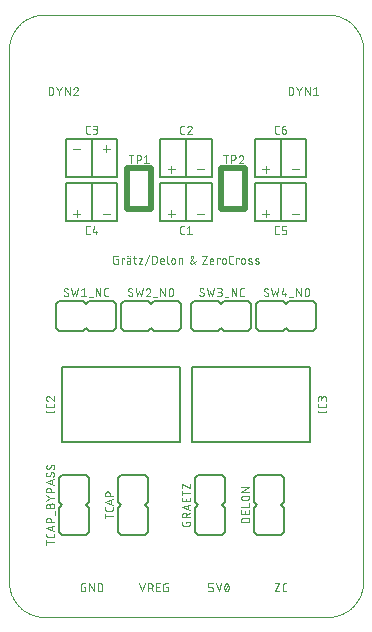
<source format=gto>
G04 EAGLE Gerber RS-274X export*
G75*
%MOMM*%
%FSLAX35Y35*%
%LPD*%
%INsilk_top*%
%IPPOS*%
%AMOC8*
5,1,8,0,0,1.08239X$1,22.5*%
G01*
%ADD10C,0.500000*%
%ADD11C,0.050800*%
%ADD12C,0.000000*%
%ADD13C,0.127000*%
%ADD14C,0.076200*%
%ADD15C,0.152400*%


D10*
X1500000Y5500000D02*
X1300000Y5500000D01*
X1300000Y5150000D01*
X1500000Y5150000D01*
X1500000Y5500000D01*
X2300000Y5500000D02*
X2300000Y5150000D01*
X2100000Y5150000D01*
X2100000Y5500000D01*
X2300000Y5500000D01*
D11*
X2134750Y5540040D02*
X2134750Y5609960D01*
X2115328Y5609960D02*
X2154172Y5609960D01*
X2181501Y5609960D02*
X2181501Y5540040D01*
X2181501Y5609960D02*
X2200923Y5609960D01*
X2200923Y5609961D02*
X2201396Y5609955D01*
X2201869Y5609938D01*
X2202341Y5609909D01*
X2202812Y5609869D01*
X2203282Y5609817D01*
X2203751Y5609754D01*
X2204218Y5609679D01*
X2204683Y5609594D01*
X2205146Y5609496D01*
X2205607Y5609388D01*
X2206064Y5609268D01*
X2206519Y5609137D01*
X2206970Y5608996D01*
X2207418Y5608843D01*
X2207861Y5608679D01*
X2208301Y5608505D01*
X2208737Y5608320D01*
X2209167Y5608125D01*
X2209593Y5607919D01*
X2210014Y5607702D01*
X2210429Y5607476D01*
X2210839Y5607239D01*
X2211242Y5606993D01*
X2211640Y5606737D01*
X2212031Y5606471D01*
X2212416Y5606196D01*
X2212794Y5605911D01*
X2213165Y5605618D01*
X2213528Y5605315D01*
X2213884Y5605004D01*
X2214233Y5604684D01*
X2214573Y5604355D01*
X2214906Y5604019D01*
X2215230Y5603675D01*
X2215545Y5603322D01*
X2215852Y5602962D01*
X2216151Y5602595D01*
X2216440Y5602221D01*
X2216720Y5601839D01*
X2216990Y5601451D01*
X2217251Y5601057D01*
X2217502Y5600656D01*
X2217744Y5600250D01*
X2217975Y5599837D01*
X2218197Y5599419D01*
X2218408Y5598996D01*
X2218609Y5598567D01*
X2218799Y5598134D01*
X2218979Y5597697D01*
X2219148Y5597255D01*
X2219306Y5596809D01*
X2219453Y5596360D01*
X2219589Y5595907D01*
X2219714Y5595451D01*
X2219828Y5594992D01*
X2219931Y5594530D01*
X2220023Y5594066D01*
X2220103Y5593600D01*
X2220172Y5593132D01*
X2220229Y5592662D01*
X2220275Y5592192D01*
X2220310Y5591720D01*
X2220333Y5591247D01*
X2220345Y5590775D01*
X2220345Y5590301D01*
X2220333Y5589829D01*
X2220310Y5589356D01*
X2220275Y5588884D01*
X2220229Y5588414D01*
X2220172Y5587944D01*
X2220103Y5587476D01*
X2220023Y5587010D01*
X2219931Y5586546D01*
X2219828Y5586084D01*
X2219714Y5585625D01*
X2219589Y5585169D01*
X2219453Y5584716D01*
X2219306Y5584267D01*
X2219148Y5583821D01*
X2218979Y5583379D01*
X2218799Y5582942D01*
X2218609Y5582509D01*
X2218408Y5582080D01*
X2218197Y5581657D01*
X2217975Y5581239D01*
X2217744Y5580827D01*
X2217502Y5580420D01*
X2217251Y5580019D01*
X2216990Y5579625D01*
X2216720Y5579237D01*
X2216440Y5578855D01*
X2216151Y5578481D01*
X2215852Y5578114D01*
X2215545Y5577754D01*
X2215230Y5577401D01*
X2214906Y5577057D01*
X2214573Y5576721D01*
X2214233Y5576392D01*
X2213884Y5576072D01*
X2213528Y5575761D01*
X2213165Y5575458D01*
X2212794Y5575165D01*
X2212416Y5574880D01*
X2212031Y5574605D01*
X2211640Y5574339D01*
X2211242Y5574083D01*
X2210839Y5573837D01*
X2210429Y5573600D01*
X2210014Y5573374D01*
X2209593Y5573157D01*
X2209167Y5572951D01*
X2208737Y5572756D01*
X2208301Y5572571D01*
X2207861Y5572397D01*
X2207418Y5572233D01*
X2206970Y5572080D01*
X2206519Y5571939D01*
X2206064Y5571808D01*
X2205607Y5571688D01*
X2205146Y5571580D01*
X2204683Y5571482D01*
X2204218Y5571397D01*
X2203751Y5571322D01*
X2203282Y5571259D01*
X2202812Y5571207D01*
X2202341Y5571167D01*
X2201869Y5571138D01*
X2201396Y5571121D01*
X2200923Y5571115D01*
X2181501Y5571115D01*
X2267192Y5609960D02*
X2267614Y5609955D01*
X2268037Y5609940D01*
X2268458Y5609914D01*
X2268879Y5609878D01*
X2269299Y5609833D01*
X2269718Y5609777D01*
X2270135Y5609710D01*
X2270550Y5609634D01*
X2270964Y5609548D01*
X2271375Y5609452D01*
X2271784Y5609346D01*
X2272190Y5609230D01*
X2272594Y5609104D01*
X2272994Y5608969D01*
X2273390Y5608824D01*
X2273784Y5608670D01*
X2274173Y5608506D01*
X2274558Y5608332D01*
X2274939Y5608150D01*
X2275315Y5607958D01*
X2275687Y5607757D01*
X2276054Y5607547D01*
X2276415Y5607329D01*
X2276771Y5607101D01*
X2277122Y5606866D01*
X2277466Y5606622D01*
X2277805Y5606369D01*
X2278138Y5606109D01*
X2278464Y5605840D01*
X2278783Y5605564D01*
X2279096Y5605280D01*
X2279402Y5604989D01*
X2279701Y5604690D01*
X2279992Y5604384D01*
X2280276Y5604071D01*
X2280552Y5603752D01*
X2280821Y5603426D01*
X2281081Y5603093D01*
X2281334Y5602754D01*
X2281578Y5602410D01*
X2281813Y5602059D01*
X2282041Y5601703D01*
X2282259Y5601342D01*
X2282469Y5600975D01*
X2282670Y5600603D01*
X2282862Y5600227D01*
X2283044Y5599846D01*
X2283218Y5599461D01*
X2283382Y5599072D01*
X2283536Y5598678D01*
X2283681Y5598282D01*
X2283816Y5597882D01*
X2283942Y5597478D01*
X2284058Y5597072D01*
X2284164Y5596663D01*
X2284260Y5596252D01*
X2284346Y5595838D01*
X2284422Y5595423D01*
X2284489Y5595006D01*
X2284545Y5594587D01*
X2284590Y5594167D01*
X2284626Y5593746D01*
X2284652Y5593325D01*
X2284667Y5592902D01*
X2284672Y5592480D01*
X2267192Y5609960D02*
X2266649Y5609953D01*
X2266106Y5609934D01*
X2265564Y5609901D01*
X2265023Y5609855D01*
X2264483Y5609796D01*
X2263945Y5609724D01*
X2263408Y5609639D01*
X2262874Y5609541D01*
X2262342Y5609430D01*
X2261814Y5609306D01*
X2261288Y5609170D01*
X2260766Y5609021D01*
X2260247Y5608859D01*
X2259733Y5608685D01*
X2259223Y5608498D01*
X2258717Y5608300D01*
X2258217Y5608089D01*
X2257722Y5607866D01*
X2257232Y5607631D01*
X2256748Y5607384D01*
X2256271Y5607125D01*
X2255799Y5606856D01*
X2255335Y5606574D01*
X2254877Y5606282D01*
X2254426Y5605979D01*
X2253983Y5605665D01*
X2253548Y5605340D01*
X2253121Y5605005D01*
X2252702Y5604659D01*
X2252291Y5604304D01*
X2251889Y5603939D01*
X2251496Y5603564D01*
X2251112Y5603180D01*
X2250738Y5602786D01*
X2250373Y5602384D01*
X2250018Y5601973D01*
X2249673Y5601553D01*
X2249339Y5601126D01*
X2249014Y5600690D01*
X2248701Y5600246D01*
X2248398Y5599796D01*
X2248106Y5599337D01*
X2247826Y5598872D01*
X2247556Y5598401D01*
X2247299Y5597923D01*
X2247053Y5597439D01*
X2246818Y5596949D01*
X2246596Y5596453D01*
X2246385Y5595953D01*
X2246187Y5595447D01*
X2246001Y5594937D01*
X2245827Y5594422D01*
X2278845Y5578885D02*
X2279175Y5579206D01*
X2279497Y5579536D01*
X2279810Y5579874D01*
X2280115Y5580219D01*
X2280412Y5580572D01*
X2280700Y5580931D01*
X2280979Y5581298D01*
X2281248Y5581671D01*
X2281509Y5582051D01*
X2281760Y5582437D01*
X2282002Y5582830D01*
X2282234Y5583228D01*
X2282456Y5583631D01*
X2282668Y5584040D01*
X2282870Y5584454D01*
X2283062Y5584873D01*
X2283243Y5585297D01*
X2283414Y5585724D01*
X2283575Y5586156D01*
X2283725Y5586592D01*
X2283864Y5587031D01*
X2283992Y5587474D01*
X2284110Y5587919D01*
X2284216Y5588367D01*
X2284311Y5588818D01*
X2284396Y5589271D01*
X2284469Y5589726D01*
X2284531Y5590182D01*
X2284582Y5590640D01*
X2284621Y5591099D01*
X2284649Y5591559D01*
X2284666Y5592019D01*
X2284672Y5592480D01*
X2278845Y5578884D02*
X2245828Y5540040D01*
X2284672Y5540040D01*
X1334750Y5540040D02*
X1334750Y5609960D01*
X1315328Y5609960D02*
X1354172Y5609960D01*
X1381501Y5609960D02*
X1381501Y5540040D01*
X1381501Y5609960D02*
X1400923Y5609960D01*
X1400923Y5609961D02*
X1401396Y5609955D01*
X1401869Y5609938D01*
X1402341Y5609909D01*
X1402812Y5609869D01*
X1403282Y5609817D01*
X1403751Y5609754D01*
X1404218Y5609679D01*
X1404683Y5609594D01*
X1405146Y5609496D01*
X1405607Y5609388D01*
X1406064Y5609268D01*
X1406519Y5609137D01*
X1406970Y5608996D01*
X1407418Y5608843D01*
X1407861Y5608679D01*
X1408301Y5608505D01*
X1408737Y5608320D01*
X1409167Y5608125D01*
X1409593Y5607919D01*
X1410014Y5607702D01*
X1410429Y5607476D01*
X1410839Y5607239D01*
X1411242Y5606993D01*
X1411640Y5606737D01*
X1412031Y5606471D01*
X1412416Y5606196D01*
X1412794Y5605911D01*
X1413165Y5605618D01*
X1413528Y5605315D01*
X1413884Y5605004D01*
X1414233Y5604684D01*
X1414573Y5604355D01*
X1414906Y5604019D01*
X1415230Y5603675D01*
X1415545Y5603322D01*
X1415852Y5602962D01*
X1416151Y5602595D01*
X1416440Y5602221D01*
X1416720Y5601839D01*
X1416990Y5601451D01*
X1417251Y5601057D01*
X1417502Y5600656D01*
X1417744Y5600250D01*
X1417975Y5599837D01*
X1418197Y5599419D01*
X1418408Y5598996D01*
X1418609Y5598567D01*
X1418799Y5598134D01*
X1418979Y5597697D01*
X1419148Y5597255D01*
X1419306Y5596809D01*
X1419453Y5596360D01*
X1419589Y5595907D01*
X1419714Y5595451D01*
X1419828Y5594992D01*
X1419931Y5594530D01*
X1420023Y5594066D01*
X1420103Y5593600D01*
X1420172Y5593132D01*
X1420229Y5592662D01*
X1420275Y5592192D01*
X1420310Y5591720D01*
X1420333Y5591247D01*
X1420345Y5590775D01*
X1420345Y5590301D01*
X1420333Y5589829D01*
X1420310Y5589356D01*
X1420275Y5588884D01*
X1420229Y5588414D01*
X1420172Y5587944D01*
X1420103Y5587476D01*
X1420023Y5587010D01*
X1419931Y5586546D01*
X1419828Y5586084D01*
X1419714Y5585625D01*
X1419589Y5585169D01*
X1419453Y5584716D01*
X1419306Y5584267D01*
X1419148Y5583821D01*
X1418979Y5583379D01*
X1418799Y5582942D01*
X1418609Y5582509D01*
X1418408Y5582080D01*
X1418197Y5581657D01*
X1417975Y5581239D01*
X1417744Y5580827D01*
X1417502Y5580420D01*
X1417251Y5580019D01*
X1416990Y5579625D01*
X1416720Y5579237D01*
X1416440Y5578855D01*
X1416151Y5578481D01*
X1415852Y5578114D01*
X1415545Y5577754D01*
X1415230Y5577401D01*
X1414906Y5577057D01*
X1414573Y5576721D01*
X1414233Y5576392D01*
X1413884Y5576072D01*
X1413528Y5575761D01*
X1413165Y5575458D01*
X1412794Y5575165D01*
X1412416Y5574880D01*
X1412031Y5574605D01*
X1411640Y5574339D01*
X1411242Y5574083D01*
X1410839Y5573837D01*
X1410429Y5573600D01*
X1410014Y5573374D01*
X1409593Y5573157D01*
X1409167Y5572951D01*
X1408737Y5572756D01*
X1408301Y5572571D01*
X1407861Y5572397D01*
X1407418Y5572233D01*
X1406970Y5572080D01*
X1406519Y5571939D01*
X1406064Y5571808D01*
X1405607Y5571688D01*
X1405146Y5571580D01*
X1404683Y5571482D01*
X1404218Y5571397D01*
X1403751Y5571322D01*
X1403282Y5571259D01*
X1402812Y5571207D01*
X1402341Y5571167D01*
X1401869Y5571138D01*
X1401396Y5571121D01*
X1400923Y5571115D01*
X1381501Y5571115D01*
X1445828Y5594422D02*
X1465250Y5609960D01*
X1465250Y5540040D01*
X1445828Y5540040D02*
X1484672Y5540040D01*
D12*
X600000Y1700000D02*
X3000000Y1700000D01*
X600000Y1700000D02*
X592751Y1700088D01*
X585506Y1700350D01*
X578270Y1700788D01*
X571046Y1701401D01*
X563839Y1702187D01*
X556653Y1703148D01*
X549493Y1704282D01*
X542362Y1705589D01*
X535265Y1707068D01*
X528205Y1708717D01*
X521188Y1710537D01*
X514216Y1712526D01*
X507295Y1714683D01*
X500428Y1717006D01*
X493619Y1719495D01*
X486872Y1722148D01*
X480191Y1724962D01*
X473580Y1727938D01*
X467043Y1731072D01*
X460583Y1734363D01*
X454205Y1737810D01*
X447912Y1741409D01*
X441708Y1745160D01*
X435596Y1749059D01*
X429581Y1753105D01*
X423664Y1757295D01*
X417851Y1761627D01*
X412144Y1766098D01*
X406547Y1770705D01*
X401063Y1775447D01*
X395695Y1780319D01*
X390447Y1785320D01*
X385320Y1790447D01*
X380319Y1795695D01*
X375447Y1801063D01*
X370705Y1806547D01*
X366098Y1812144D01*
X361627Y1817851D01*
X357295Y1823664D01*
X353105Y1829581D01*
X349059Y1835596D01*
X345160Y1841708D01*
X341409Y1847912D01*
X337810Y1854205D01*
X334363Y1860583D01*
X331072Y1867043D01*
X327938Y1873580D01*
X324962Y1880191D01*
X322148Y1886872D01*
X319495Y1893619D01*
X317006Y1900428D01*
X314683Y1907295D01*
X312526Y1914216D01*
X310537Y1921188D01*
X308717Y1928205D01*
X307068Y1935265D01*
X305589Y1942362D01*
X304282Y1949493D01*
X303148Y1956653D01*
X302187Y1963839D01*
X301401Y1971046D01*
X300788Y1978270D01*
X300350Y1985506D01*
X300088Y1992751D01*
X300000Y2000000D01*
X300000Y6500000D01*
X300088Y6507249D01*
X300350Y6514494D01*
X300788Y6521730D01*
X301401Y6528954D01*
X302187Y6536161D01*
X303148Y6543347D01*
X304282Y6550507D01*
X305589Y6557638D01*
X307068Y6564735D01*
X308717Y6571795D01*
X310537Y6578812D01*
X312526Y6585784D01*
X314683Y6592705D01*
X317006Y6599572D01*
X319495Y6606381D01*
X322148Y6613128D01*
X324962Y6619809D01*
X327938Y6626420D01*
X331072Y6632957D01*
X334363Y6639417D01*
X337810Y6645795D01*
X341409Y6652088D01*
X345160Y6658292D01*
X349059Y6664404D01*
X353105Y6670419D01*
X357295Y6676336D01*
X361627Y6682149D01*
X366098Y6687856D01*
X370705Y6693453D01*
X375447Y6698937D01*
X380319Y6704305D01*
X385320Y6709553D01*
X390447Y6714680D01*
X395695Y6719681D01*
X401063Y6724553D01*
X406547Y6729295D01*
X412144Y6733902D01*
X417851Y6738373D01*
X423664Y6742705D01*
X429581Y6746895D01*
X435596Y6750941D01*
X441708Y6754840D01*
X447912Y6758591D01*
X454205Y6762190D01*
X460583Y6765637D01*
X467043Y6768928D01*
X473580Y6772062D01*
X480191Y6775038D01*
X486872Y6777852D01*
X493619Y6780505D01*
X500428Y6782994D01*
X507295Y6785317D01*
X514216Y6787474D01*
X521188Y6789463D01*
X528205Y6791283D01*
X535265Y6792932D01*
X542362Y6794411D01*
X549493Y6795718D01*
X556653Y6796852D01*
X563839Y6797813D01*
X571046Y6798599D01*
X578270Y6799212D01*
X585506Y6799650D01*
X592751Y6799912D01*
X600000Y6800000D01*
X3000000Y6800000D01*
X3007249Y6799912D01*
X3014494Y6799650D01*
X3021730Y6799212D01*
X3028954Y6798599D01*
X3036161Y6797813D01*
X3043347Y6796852D01*
X3050507Y6795718D01*
X3057638Y6794411D01*
X3064735Y6792932D01*
X3071795Y6791283D01*
X3078812Y6789463D01*
X3085784Y6787474D01*
X3092705Y6785317D01*
X3099572Y6782994D01*
X3106381Y6780505D01*
X3113128Y6777852D01*
X3119809Y6775038D01*
X3126420Y6772062D01*
X3132957Y6768928D01*
X3139417Y6765637D01*
X3145795Y6762190D01*
X3152088Y6758591D01*
X3158292Y6754840D01*
X3164404Y6750941D01*
X3170419Y6746895D01*
X3176336Y6742705D01*
X3182149Y6738373D01*
X3187856Y6733902D01*
X3193453Y6729295D01*
X3198937Y6724553D01*
X3204305Y6719681D01*
X3209553Y6714680D01*
X3214680Y6709553D01*
X3219681Y6704305D01*
X3224553Y6698937D01*
X3229295Y6693453D01*
X3233902Y6687856D01*
X3238373Y6682149D01*
X3242705Y6676336D01*
X3246895Y6670419D01*
X3250941Y6664404D01*
X3254840Y6658292D01*
X3258591Y6652088D01*
X3262190Y6645795D01*
X3265637Y6639417D01*
X3268928Y6632957D01*
X3272062Y6626420D01*
X3275038Y6619809D01*
X3277852Y6613128D01*
X3280505Y6606381D01*
X3282994Y6599572D01*
X3285317Y6592705D01*
X3287474Y6585784D01*
X3289463Y6578812D01*
X3291283Y6571795D01*
X3292932Y6564735D01*
X3294411Y6557638D01*
X3295718Y6550507D01*
X3296852Y6543347D01*
X3297813Y6536161D01*
X3298599Y6528954D01*
X3299212Y6521730D01*
X3299650Y6514494D01*
X3299912Y6507249D01*
X3300000Y6500000D01*
X3300000Y2000000D01*
X3299912Y1992751D01*
X3299650Y1985506D01*
X3299212Y1978270D01*
X3298599Y1971046D01*
X3297813Y1963839D01*
X3296852Y1956653D01*
X3295718Y1949493D01*
X3294411Y1942362D01*
X3292932Y1935265D01*
X3291283Y1928205D01*
X3289463Y1921188D01*
X3287474Y1914216D01*
X3285317Y1907295D01*
X3282994Y1900428D01*
X3280505Y1893619D01*
X3277852Y1886872D01*
X3275038Y1880191D01*
X3272062Y1873580D01*
X3268928Y1867043D01*
X3265637Y1860583D01*
X3262190Y1854205D01*
X3258591Y1847912D01*
X3254840Y1841708D01*
X3250941Y1835596D01*
X3246895Y1829581D01*
X3242705Y1823664D01*
X3238373Y1817851D01*
X3233902Y1812144D01*
X3229295Y1806547D01*
X3224553Y1801063D01*
X3219681Y1795695D01*
X3214680Y1790447D01*
X3209553Y1785320D01*
X3204305Y1780319D01*
X3198937Y1775447D01*
X3193453Y1770705D01*
X3187856Y1766098D01*
X3182149Y1761627D01*
X3176336Y1757295D01*
X3170419Y1753105D01*
X3164404Y1749059D01*
X3158292Y1745160D01*
X3152088Y1741409D01*
X3145795Y1737810D01*
X3139417Y1734363D01*
X3132957Y1731072D01*
X3126420Y1727938D01*
X3119809Y1724962D01*
X3113128Y1722148D01*
X3106381Y1719495D01*
X3099572Y1717006D01*
X3092705Y1714683D01*
X3085784Y1712526D01*
X3078812Y1710537D01*
X3071795Y1708717D01*
X3064735Y1707068D01*
X3057638Y1705589D01*
X3050507Y1704282D01*
X3043347Y1703148D01*
X3036161Y1702187D01*
X3028954Y1701401D01*
X3021730Y1700788D01*
X3014494Y1700350D01*
X3007249Y1700088D01*
X3000000Y1700000D01*
D11*
X1220771Y4728884D02*
X1209118Y4728884D01*
X1220771Y4728884D02*
X1220771Y4690040D01*
X1197464Y4690040D01*
X1197089Y4690045D01*
X1196713Y4690058D01*
X1196339Y4690081D01*
X1195964Y4690113D01*
X1195591Y4690153D01*
X1195219Y4690203D01*
X1194848Y4690262D01*
X1194479Y4690329D01*
X1194111Y4690406D01*
X1193746Y4690492D01*
X1193382Y4690586D01*
X1193021Y4690689D01*
X1192662Y4690800D01*
X1192307Y4690921D01*
X1191954Y4691050D01*
X1191605Y4691187D01*
X1191259Y4691333D01*
X1190916Y4691487D01*
X1190578Y4691649D01*
X1190243Y4691820D01*
X1189913Y4691998D01*
X1189587Y4692185D01*
X1189266Y4692379D01*
X1188949Y4692581D01*
X1188637Y4692790D01*
X1188331Y4693007D01*
X1188030Y4693232D01*
X1187734Y4693463D01*
X1187444Y4693702D01*
X1187160Y4693948D01*
X1186882Y4694200D01*
X1186611Y4694459D01*
X1186345Y4694725D01*
X1186086Y4694996D01*
X1185834Y4695274D01*
X1185588Y4695558D01*
X1185349Y4695848D01*
X1185118Y4696144D01*
X1184893Y4696445D01*
X1184676Y4696751D01*
X1184467Y4697063D01*
X1184265Y4697380D01*
X1184071Y4697701D01*
X1183884Y4698027D01*
X1183706Y4698357D01*
X1183535Y4698692D01*
X1183373Y4699030D01*
X1183219Y4699373D01*
X1183073Y4699719D01*
X1182936Y4700068D01*
X1182807Y4700421D01*
X1182686Y4700776D01*
X1182575Y4701135D01*
X1182472Y4701496D01*
X1182378Y4701860D01*
X1182292Y4702225D01*
X1182215Y4702593D01*
X1182148Y4702962D01*
X1182089Y4703333D01*
X1182039Y4703705D01*
X1181999Y4704078D01*
X1181967Y4704453D01*
X1181944Y4704827D01*
X1181931Y4705203D01*
X1181926Y4705578D01*
X1181927Y4705578D02*
X1181927Y4744422D01*
X1181926Y4744422D02*
X1181931Y4744803D01*
X1181945Y4745184D01*
X1181968Y4745565D01*
X1182001Y4745945D01*
X1182043Y4746324D01*
X1182094Y4746702D01*
X1182155Y4747078D01*
X1182225Y4747453D01*
X1182304Y4747826D01*
X1182392Y4748197D01*
X1182489Y4748566D01*
X1182595Y4748932D01*
X1182710Y4749296D01*
X1182834Y4749657D01*
X1182967Y4750014D01*
X1183109Y4750368D01*
X1183259Y4750719D01*
X1183418Y4751065D01*
X1183585Y4751408D01*
X1183761Y4751746D01*
X1183945Y4752081D01*
X1184137Y4752410D01*
X1184337Y4752735D01*
X1184545Y4753054D01*
X1184760Y4753369D01*
X1184984Y4753678D01*
X1185215Y4753981D01*
X1185453Y4754279D01*
X1185698Y4754571D01*
X1185951Y4754857D01*
X1186211Y4755136D01*
X1186477Y4755409D01*
X1186750Y4755675D01*
X1187029Y4755935D01*
X1187315Y4756187D01*
X1187607Y4756433D01*
X1187904Y4756671D01*
X1188208Y4756902D01*
X1188517Y4757126D01*
X1188831Y4757341D01*
X1189151Y4757549D01*
X1189476Y4757749D01*
X1189805Y4757941D01*
X1190139Y4758125D01*
X1190478Y4758301D01*
X1190820Y4758468D01*
X1191167Y4758627D01*
X1191518Y4758777D01*
X1191872Y4758919D01*
X1192229Y4759052D01*
X1192590Y4759176D01*
X1192953Y4759291D01*
X1193320Y4759397D01*
X1193688Y4759494D01*
X1194059Y4759582D01*
X1194432Y4759661D01*
X1194807Y4759731D01*
X1195184Y4759792D01*
X1195562Y4759843D01*
X1195941Y4759885D01*
X1196321Y4759918D01*
X1196701Y4759941D01*
X1197082Y4759955D01*
X1197464Y4759960D01*
X1220771Y4759960D01*
X1253673Y4736653D02*
X1253673Y4690040D01*
X1253673Y4736653D02*
X1276980Y4736653D01*
X1276980Y4728884D01*
X1311585Y4717231D02*
X1329065Y4717231D01*
X1311585Y4717231D02*
X1311254Y4717227D01*
X1310923Y4717215D01*
X1310593Y4717195D01*
X1310263Y4717167D01*
X1309934Y4717130D01*
X1309605Y4717086D01*
X1309278Y4717034D01*
X1308953Y4716974D01*
X1308629Y4716906D01*
X1308307Y4716830D01*
X1307986Y4716746D01*
X1307668Y4716655D01*
X1307352Y4716555D01*
X1307039Y4716448D01*
X1306728Y4716334D01*
X1306420Y4716212D01*
X1306116Y4716082D01*
X1305814Y4715945D01*
X1305516Y4715801D01*
X1305222Y4715650D01*
X1304931Y4715491D01*
X1304644Y4715326D01*
X1304362Y4715153D01*
X1304083Y4714974D01*
X1303809Y4714788D01*
X1303540Y4714595D01*
X1303275Y4714396D01*
X1303016Y4714191D01*
X1302761Y4713979D01*
X1302512Y4713761D01*
X1302268Y4713537D01*
X1302030Y4713307D01*
X1301797Y4713072D01*
X1301570Y4712830D01*
X1301349Y4712584D01*
X1301134Y4712332D01*
X1300926Y4712075D01*
X1300723Y4711813D01*
X1300528Y4711546D01*
X1300338Y4711274D01*
X1300155Y4710998D01*
X1299980Y4710718D01*
X1299811Y4710433D01*
X1299648Y4710144D01*
X1299494Y4709852D01*
X1299346Y4709555D01*
X1299205Y4709256D01*
X1299072Y4708952D01*
X1298946Y4708646D01*
X1298828Y4708337D01*
X1298717Y4708025D01*
X1298614Y4707710D01*
X1298519Y4707393D01*
X1298431Y4707074D01*
X1298351Y4706753D01*
X1298279Y4706429D01*
X1298215Y4706105D01*
X1298159Y4705778D01*
X1298111Y4705451D01*
X1298071Y4705122D01*
X1298038Y4704792D01*
X1298014Y4704462D01*
X1297998Y4704132D01*
X1297990Y4703801D01*
X1297990Y4703469D01*
X1297998Y4703138D01*
X1298014Y4702808D01*
X1298038Y4702478D01*
X1298071Y4702148D01*
X1298111Y4701819D01*
X1298159Y4701492D01*
X1298215Y4701165D01*
X1298279Y4700841D01*
X1298351Y4700517D01*
X1298431Y4700196D01*
X1298519Y4699877D01*
X1298614Y4699560D01*
X1298717Y4699245D01*
X1298828Y4698933D01*
X1298946Y4698624D01*
X1299072Y4698318D01*
X1299205Y4698014D01*
X1299346Y4697715D01*
X1299494Y4697418D01*
X1299648Y4697126D01*
X1299811Y4696837D01*
X1299980Y4696552D01*
X1300155Y4696272D01*
X1300338Y4695996D01*
X1300528Y4695724D01*
X1300723Y4695457D01*
X1300926Y4695195D01*
X1301134Y4694938D01*
X1301349Y4694686D01*
X1301570Y4694440D01*
X1301797Y4694198D01*
X1302030Y4693963D01*
X1302268Y4693733D01*
X1302512Y4693509D01*
X1302761Y4693291D01*
X1303016Y4693079D01*
X1303275Y4692874D01*
X1303540Y4692675D01*
X1303809Y4692482D01*
X1304083Y4692296D01*
X1304362Y4692117D01*
X1304644Y4691944D01*
X1304931Y4691779D01*
X1305222Y4691620D01*
X1305516Y4691469D01*
X1305814Y4691325D01*
X1306116Y4691188D01*
X1306420Y4691058D01*
X1306728Y4690936D01*
X1307039Y4690822D01*
X1307352Y4690715D01*
X1307668Y4690615D01*
X1307986Y4690524D01*
X1308307Y4690440D01*
X1308629Y4690364D01*
X1308953Y4690296D01*
X1309278Y4690236D01*
X1309605Y4690184D01*
X1309934Y4690140D01*
X1310263Y4690103D01*
X1310593Y4690075D01*
X1310923Y4690055D01*
X1311254Y4690043D01*
X1311585Y4690039D01*
X1311585Y4690040D02*
X1329065Y4690040D01*
X1329065Y4725000D01*
X1329062Y4725282D01*
X1329051Y4725563D01*
X1329034Y4725844D01*
X1329011Y4726125D01*
X1328980Y4726405D01*
X1328943Y4726684D01*
X1328899Y4726962D01*
X1328848Y4727239D01*
X1328790Y4727515D01*
X1328726Y4727789D01*
X1328656Y4728061D01*
X1328578Y4728332D01*
X1328495Y4728601D01*
X1328404Y4728868D01*
X1328308Y4729132D01*
X1328205Y4729394D01*
X1328095Y4729654D01*
X1327980Y4729911D01*
X1327858Y4730165D01*
X1327730Y4730415D01*
X1327596Y4730663D01*
X1327457Y4730908D01*
X1327311Y4731149D01*
X1327159Y4731386D01*
X1327002Y4731620D01*
X1326839Y4731849D01*
X1326671Y4732075D01*
X1326498Y4732297D01*
X1326319Y4732514D01*
X1326134Y4732727D01*
X1325945Y4732936D01*
X1325751Y4733140D01*
X1325552Y4733339D01*
X1325348Y4733533D01*
X1325139Y4733722D01*
X1324926Y4733907D01*
X1324709Y4734086D01*
X1324487Y4734259D01*
X1324261Y4734427D01*
X1324032Y4734590D01*
X1323798Y4734747D01*
X1323561Y4734899D01*
X1323320Y4735045D01*
X1323075Y4735184D01*
X1322827Y4735318D01*
X1322577Y4735446D01*
X1322323Y4735568D01*
X1322066Y4735683D01*
X1321806Y4735793D01*
X1321544Y4735896D01*
X1321280Y4735992D01*
X1321013Y4736083D01*
X1320744Y4736166D01*
X1320473Y4736244D01*
X1320201Y4736314D01*
X1319927Y4736378D01*
X1319651Y4736436D01*
X1319374Y4736487D01*
X1319096Y4736531D01*
X1318817Y4736568D01*
X1318537Y4736599D01*
X1318256Y4736622D01*
X1317975Y4736639D01*
X1317694Y4736650D01*
X1317412Y4736653D01*
X1301874Y4736653D01*
X1301874Y4756075D02*
X1305758Y4756075D01*
X1301874Y4756075D02*
X1301874Y4759960D01*
X1305758Y4759960D01*
X1305758Y4756075D01*
X1325180Y4756075D02*
X1325180Y4759960D01*
X1329065Y4759960D01*
X1329065Y4756075D01*
X1325180Y4756075D01*
X1353441Y4736653D02*
X1376748Y4736653D01*
X1361210Y4759960D02*
X1361210Y4701693D01*
X1361213Y4701411D01*
X1361224Y4701130D01*
X1361241Y4700849D01*
X1361264Y4700568D01*
X1361295Y4700288D01*
X1361332Y4700009D01*
X1361376Y4699731D01*
X1361427Y4699454D01*
X1361485Y4699178D01*
X1361549Y4698904D01*
X1361619Y4698632D01*
X1361697Y4698361D01*
X1361780Y4698092D01*
X1361871Y4697825D01*
X1361967Y4697561D01*
X1362070Y4697299D01*
X1362180Y4697039D01*
X1362295Y4696782D01*
X1362417Y4696528D01*
X1362545Y4696277D01*
X1362679Y4696030D01*
X1362819Y4695785D01*
X1362964Y4695544D01*
X1363116Y4695307D01*
X1363273Y4695073D01*
X1363436Y4694843D01*
X1363604Y4694618D01*
X1363778Y4694396D01*
X1363957Y4694179D01*
X1364141Y4693966D01*
X1364330Y4693757D01*
X1364524Y4693553D01*
X1364723Y4693354D01*
X1364927Y4693160D01*
X1365136Y4692970D01*
X1365349Y4692786D01*
X1365566Y4692607D01*
X1365788Y4692434D01*
X1366014Y4692265D01*
X1366243Y4692103D01*
X1366477Y4691946D01*
X1366715Y4691794D01*
X1366956Y4691648D01*
X1367200Y4691509D01*
X1367448Y4691375D01*
X1367699Y4691247D01*
X1367953Y4691125D01*
X1368209Y4691010D01*
X1368469Y4690900D01*
X1368731Y4690797D01*
X1368996Y4690701D01*
X1369262Y4690610D01*
X1369531Y4690526D01*
X1369802Y4690449D01*
X1370075Y4690379D01*
X1370349Y4690314D01*
X1370624Y4690257D01*
X1370901Y4690206D01*
X1371180Y4690162D01*
X1371459Y4690125D01*
X1371739Y4690094D01*
X1372019Y4690071D01*
X1372300Y4690054D01*
X1372582Y4690043D01*
X1372863Y4690040D01*
X1376748Y4690040D01*
X1399560Y4736653D02*
X1430635Y4736653D01*
X1399560Y4690040D01*
X1430635Y4690040D01*
X1453560Y4682271D02*
X1484635Y4767729D01*
X1512675Y4759960D02*
X1512675Y4690040D01*
X1512675Y4759960D02*
X1532097Y4759960D01*
X1532566Y4759954D01*
X1533035Y4759937D01*
X1533504Y4759909D01*
X1533972Y4759869D01*
X1534438Y4759818D01*
X1534903Y4759756D01*
X1535367Y4759683D01*
X1535829Y4759598D01*
X1536288Y4759502D01*
X1536745Y4759396D01*
X1537199Y4759278D01*
X1537651Y4759149D01*
X1538099Y4759009D01*
X1538543Y4758859D01*
X1538984Y4758698D01*
X1539421Y4758526D01*
X1539854Y4758344D01*
X1540282Y4758151D01*
X1540705Y4757948D01*
X1541123Y4757735D01*
X1541536Y4757512D01*
X1541943Y4757279D01*
X1542345Y4757036D01*
X1542741Y4756784D01*
X1543130Y4756522D01*
X1543513Y4756251D01*
X1543889Y4755970D01*
X1544259Y4755681D01*
X1544621Y4755382D01*
X1544976Y4755075D01*
X1545324Y4754760D01*
X1545664Y4754436D01*
X1545995Y4754104D01*
X1546319Y4753765D01*
X1546635Y4753417D01*
X1546942Y4753062D01*
X1547240Y4752700D01*
X1547529Y4752330D01*
X1547810Y4751954D01*
X1548081Y4751571D01*
X1548343Y4751181D01*
X1548595Y4750786D01*
X1548838Y4750384D01*
X1549071Y4749977D01*
X1549294Y4749564D01*
X1549508Y4749145D01*
X1549710Y4748722D01*
X1549903Y4748294D01*
X1550085Y4747862D01*
X1550257Y4747425D01*
X1550418Y4746984D01*
X1550568Y4746539D01*
X1550708Y4746091D01*
X1550837Y4745640D01*
X1550955Y4745186D01*
X1551061Y4744729D01*
X1551157Y4744269D01*
X1551242Y4743808D01*
X1551315Y4743344D01*
X1551377Y4742879D01*
X1551428Y4742412D01*
X1551468Y4741945D01*
X1551496Y4741476D01*
X1551513Y4741007D01*
X1551519Y4740538D01*
X1551519Y4709462D01*
X1551520Y4709462D02*
X1551514Y4708985D01*
X1551497Y4708509D01*
X1551467Y4708033D01*
X1551426Y4707558D01*
X1551374Y4707084D01*
X1551310Y4706612D01*
X1551234Y4706141D01*
X1551147Y4705673D01*
X1551048Y4705206D01*
X1550938Y4704743D01*
X1550816Y4704282D01*
X1550684Y4703824D01*
X1550540Y4703369D01*
X1550385Y4702919D01*
X1550219Y4702472D01*
X1550042Y4702029D01*
X1549854Y4701591D01*
X1549655Y4701158D01*
X1549446Y4700729D01*
X1549227Y4700306D01*
X1548997Y4699889D01*
X1548757Y4699477D01*
X1548507Y4699071D01*
X1548247Y4698671D01*
X1547977Y4698278D01*
X1547698Y4697892D01*
X1547409Y4697512D01*
X1547111Y4697140D01*
X1546804Y4696776D01*
X1546489Y4696418D01*
X1546164Y4696069D01*
X1545831Y4695728D01*
X1545490Y4695395D01*
X1545141Y4695071D01*
X1544784Y4694755D01*
X1544419Y4694448D01*
X1544047Y4694150D01*
X1543667Y4693861D01*
X1543281Y4693582D01*
X1542888Y4693312D01*
X1542488Y4693053D01*
X1542083Y4692802D01*
X1541671Y4692562D01*
X1541253Y4692333D01*
X1540830Y4692113D01*
X1540402Y4691904D01*
X1539968Y4691705D01*
X1539530Y4691518D01*
X1539087Y4691341D01*
X1538641Y4691174D01*
X1538190Y4691019D01*
X1537735Y4690875D01*
X1537278Y4690743D01*
X1536817Y4690621D01*
X1536353Y4690511D01*
X1535887Y4690412D01*
X1535418Y4690325D01*
X1534947Y4690249D01*
X1534475Y4690185D01*
X1534001Y4690133D01*
X1533526Y4690092D01*
X1533050Y4690062D01*
X1532574Y4690045D01*
X1532097Y4690039D01*
X1532097Y4690040D02*
X1512675Y4690040D01*
X1593463Y4690040D02*
X1612885Y4690040D01*
X1593463Y4690040D02*
X1593181Y4690043D01*
X1592900Y4690054D01*
X1592619Y4690071D01*
X1592338Y4690094D01*
X1592058Y4690125D01*
X1591779Y4690162D01*
X1591501Y4690206D01*
X1591224Y4690257D01*
X1590948Y4690315D01*
X1590674Y4690379D01*
X1590402Y4690449D01*
X1590131Y4690527D01*
X1589862Y4690610D01*
X1589595Y4690701D01*
X1589331Y4690797D01*
X1589069Y4690900D01*
X1588809Y4691010D01*
X1588552Y4691125D01*
X1588298Y4691247D01*
X1588048Y4691375D01*
X1587800Y4691509D01*
X1587555Y4691648D01*
X1587314Y4691794D01*
X1587077Y4691946D01*
X1586843Y4692103D01*
X1586614Y4692266D01*
X1586388Y4692434D01*
X1586166Y4692607D01*
X1585949Y4692786D01*
X1585736Y4692971D01*
X1585527Y4693160D01*
X1585323Y4693354D01*
X1585124Y4693553D01*
X1584930Y4693757D01*
X1584741Y4693966D01*
X1584556Y4694179D01*
X1584377Y4694396D01*
X1584204Y4694618D01*
X1584036Y4694844D01*
X1583873Y4695073D01*
X1583716Y4695307D01*
X1583564Y4695544D01*
X1583418Y4695785D01*
X1583279Y4696030D01*
X1583145Y4696278D01*
X1583017Y4696528D01*
X1582895Y4696782D01*
X1582780Y4697039D01*
X1582670Y4697299D01*
X1582567Y4697561D01*
X1582471Y4697825D01*
X1582380Y4698092D01*
X1582297Y4698361D01*
X1582219Y4698632D01*
X1582149Y4698904D01*
X1582085Y4699178D01*
X1582027Y4699454D01*
X1581976Y4699731D01*
X1581932Y4700009D01*
X1581895Y4700288D01*
X1581864Y4700568D01*
X1581841Y4700849D01*
X1581824Y4701130D01*
X1581813Y4701411D01*
X1581810Y4701693D01*
X1581809Y4701693D02*
X1581809Y4721115D01*
X1581814Y4721493D01*
X1581827Y4721872D01*
X1581850Y4722249D01*
X1581883Y4722626D01*
X1581924Y4723002D01*
X1581975Y4723377D01*
X1582034Y4723751D01*
X1582103Y4724123D01*
X1582181Y4724493D01*
X1582267Y4724862D01*
X1582363Y4725228D01*
X1582468Y4725591D01*
X1582581Y4725952D01*
X1582703Y4726311D01*
X1582834Y4726666D01*
X1582974Y4727017D01*
X1583122Y4727366D01*
X1583278Y4727710D01*
X1583443Y4728051D01*
X1583616Y4728387D01*
X1583797Y4728720D01*
X1583986Y4729047D01*
X1584183Y4729370D01*
X1584388Y4729688D01*
X1584601Y4730001D01*
X1584821Y4730309D01*
X1585049Y4730611D01*
X1585284Y4730908D01*
X1585526Y4731199D01*
X1585775Y4731484D01*
X1586031Y4731763D01*
X1586293Y4732035D01*
X1586562Y4732301D01*
X1586838Y4732560D01*
X1587120Y4732813D01*
X1587408Y4733058D01*
X1587702Y4733297D01*
X1588001Y4733528D01*
X1588306Y4733752D01*
X1588616Y4733968D01*
X1588932Y4734177D01*
X1589253Y4734378D01*
X1589578Y4734571D01*
X1589908Y4734756D01*
X1590242Y4734934D01*
X1590581Y4735103D01*
X1590924Y4735263D01*
X1591270Y4735415D01*
X1591620Y4735559D01*
X1591973Y4735694D01*
X1592330Y4735821D01*
X1592690Y4735939D01*
X1593052Y4736048D01*
X1593417Y4736148D01*
X1593784Y4736239D01*
X1594153Y4736321D01*
X1594525Y4736395D01*
X1594898Y4736459D01*
X1595272Y4736514D01*
X1595648Y4736560D01*
X1596024Y4736597D01*
X1596402Y4736624D01*
X1596780Y4736643D01*
X1597158Y4736652D01*
X1597536Y4736652D01*
X1597914Y4736643D01*
X1598292Y4736624D01*
X1598670Y4736597D01*
X1599046Y4736560D01*
X1599422Y4736514D01*
X1599796Y4736459D01*
X1600169Y4736395D01*
X1600541Y4736321D01*
X1600910Y4736239D01*
X1601277Y4736148D01*
X1601642Y4736048D01*
X1602004Y4735939D01*
X1602364Y4735821D01*
X1602721Y4735694D01*
X1603074Y4735559D01*
X1603424Y4735415D01*
X1603770Y4735263D01*
X1604113Y4735103D01*
X1604452Y4734934D01*
X1604786Y4734756D01*
X1605116Y4734571D01*
X1605441Y4734378D01*
X1605762Y4734177D01*
X1606078Y4733968D01*
X1606388Y4733752D01*
X1606693Y4733528D01*
X1606992Y4733297D01*
X1607286Y4733058D01*
X1607574Y4732813D01*
X1607856Y4732560D01*
X1608132Y4732301D01*
X1608401Y4732035D01*
X1608663Y4731763D01*
X1608919Y4731484D01*
X1609168Y4731199D01*
X1609410Y4730908D01*
X1609645Y4730611D01*
X1609873Y4730309D01*
X1610093Y4730001D01*
X1610306Y4729688D01*
X1610511Y4729370D01*
X1610708Y4729047D01*
X1610897Y4728720D01*
X1611078Y4728387D01*
X1611251Y4728051D01*
X1611416Y4727710D01*
X1611572Y4727366D01*
X1611720Y4727017D01*
X1611860Y4726666D01*
X1611991Y4726311D01*
X1612113Y4725952D01*
X1612226Y4725591D01*
X1612331Y4725228D01*
X1612427Y4724862D01*
X1612513Y4724493D01*
X1612591Y4724123D01*
X1612660Y4723751D01*
X1612719Y4723377D01*
X1612770Y4723002D01*
X1612811Y4722626D01*
X1612844Y4722249D01*
X1612867Y4721872D01*
X1612880Y4721493D01*
X1612885Y4721115D01*
X1612885Y4713347D01*
X1581809Y4713347D01*
X1641297Y4701693D02*
X1641297Y4759960D01*
X1641297Y4701693D02*
X1641300Y4701411D01*
X1641311Y4701130D01*
X1641328Y4700849D01*
X1641351Y4700568D01*
X1641382Y4700288D01*
X1641419Y4700009D01*
X1641463Y4699731D01*
X1641514Y4699454D01*
X1641572Y4699178D01*
X1641636Y4698904D01*
X1641706Y4698632D01*
X1641784Y4698361D01*
X1641867Y4698092D01*
X1641958Y4697825D01*
X1642054Y4697561D01*
X1642157Y4697299D01*
X1642267Y4697039D01*
X1642382Y4696782D01*
X1642504Y4696528D01*
X1642632Y4696278D01*
X1642766Y4696030D01*
X1642905Y4695785D01*
X1643051Y4695544D01*
X1643203Y4695307D01*
X1643360Y4695073D01*
X1643523Y4694844D01*
X1643691Y4694618D01*
X1643864Y4694396D01*
X1644043Y4694179D01*
X1644228Y4693966D01*
X1644417Y4693757D01*
X1644611Y4693553D01*
X1644810Y4693354D01*
X1645014Y4693160D01*
X1645223Y4692971D01*
X1645436Y4692786D01*
X1645653Y4692607D01*
X1645875Y4692434D01*
X1646101Y4692266D01*
X1646330Y4692103D01*
X1646564Y4691946D01*
X1646801Y4691794D01*
X1647042Y4691648D01*
X1647287Y4691509D01*
X1647535Y4691375D01*
X1647785Y4691247D01*
X1648039Y4691125D01*
X1648296Y4691010D01*
X1648556Y4690900D01*
X1648818Y4690797D01*
X1649082Y4690701D01*
X1649349Y4690610D01*
X1649618Y4690527D01*
X1649889Y4690449D01*
X1650161Y4690379D01*
X1650435Y4690315D01*
X1650711Y4690257D01*
X1650988Y4690206D01*
X1651266Y4690162D01*
X1651545Y4690125D01*
X1651825Y4690094D01*
X1652106Y4690071D01*
X1652387Y4690054D01*
X1652668Y4690043D01*
X1652950Y4690040D01*
X1676309Y4705578D02*
X1676309Y4721115D01*
X1676308Y4721115D02*
X1676313Y4721493D01*
X1676326Y4721872D01*
X1676349Y4722249D01*
X1676382Y4722626D01*
X1676423Y4723002D01*
X1676474Y4723377D01*
X1676533Y4723751D01*
X1676602Y4724123D01*
X1676680Y4724493D01*
X1676766Y4724862D01*
X1676862Y4725228D01*
X1676967Y4725591D01*
X1677080Y4725952D01*
X1677202Y4726311D01*
X1677333Y4726666D01*
X1677473Y4727017D01*
X1677621Y4727366D01*
X1677777Y4727710D01*
X1677942Y4728051D01*
X1678115Y4728387D01*
X1678296Y4728720D01*
X1678485Y4729047D01*
X1678682Y4729370D01*
X1678887Y4729688D01*
X1679100Y4730001D01*
X1679320Y4730309D01*
X1679548Y4730611D01*
X1679783Y4730908D01*
X1680025Y4731199D01*
X1680274Y4731484D01*
X1680530Y4731763D01*
X1680792Y4732035D01*
X1681061Y4732301D01*
X1681337Y4732560D01*
X1681619Y4732813D01*
X1681907Y4733058D01*
X1682201Y4733297D01*
X1682500Y4733528D01*
X1682805Y4733752D01*
X1683115Y4733968D01*
X1683431Y4734177D01*
X1683752Y4734378D01*
X1684077Y4734571D01*
X1684407Y4734756D01*
X1684741Y4734934D01*
X1685080Y4735103D01*
X1685423Y4735263D01*
X1685769Y4735415D01*
X1686119Y4735559D01*
X1686472Y4735694D01*
X1686829Y4735821D01*
X1687189Y4735939D01*
X1687551Y4736048D01*
X1687916Y4736148D01*
X1688283Y4736239D01*
X1688652Y4736321D01*
X1689024Y4736395D01*
X1689397Y4736459D01*
X1689771Y4736514D01*
X1690147Y4736560D01*
X1690523Y4736597D01*
X1690901Y4736624D01*
X1691279Y4736643D01*
X1691657Y4736652D01*
X1692035Y4736652D01*
X1692413Y4736643D01*
X1692791Y4736624D01*
X1693169Y4736597D01*
X1693545Y4736560D01*
X1693921Y4736514D01*
X1694295Y4736459D01*
X1694668Y4736395D01*
X1695040Y4736321D01*
X1695409Y4736239D01*
X1695776Y4736148D01*
X1696141Y4736048D01*
X1696503Y4735939D01*
X1696863Y4735821D01*
X1697220Y4735694D01*
X1697573Y4735559D01*
X1697923Y4735415D01*
X1698269Y4735263D01*
X1698612Y4735103D01*
X1698951Y4734934D01*
X1699285Y4734756D01*
X1699615Y4734571D01*
X1699940Y4734378D01*
X1700261Y4734177D01*
X1700577Y4733968D01*
X1700887Y4733752D01*
X1701192Y4733528D01*
X1701491Y4733297D01*
X1701785Y4733058D01*
X1702073Y4732813D01*
X1702355Y4732560D01*
X1702631Y4732301D01*
X1702900Y4732035D01*
X1703162Y4731763D01*
X1703418Y4731484D01*
X1703667Y4731199D01*
X1703909Y4730908D01*
X1704144Y4730611D01*
X1704372Y4730309D01*
X1704592Y4730001D01*
X1704805Y4729688D01*
X1705010Y4729370D01*
X1705207Y4729047D01*
X1705396Y4728720D01*
X1705577Y4728387D01*
X1705750Y4728051D01*
X1705915Y4727710D01*
X1706071Y4727366D01*
X1706219Y4727017D01*
X1706359Y4726666D01*
X1706490Y4726311D01*
X1706612Y4725952D01*
X1706725Y4725591D01*
X1706830Y4725228D01*
X1706926Y4724862D01*
X1707012Y4724493D01*
X1707090Y4724123D01*
X1707159Y4723751D01*
X1707218Y4723377D01*
X1707269Y4723002D01*
X1707310Y4722626D01*
X1707343Y4722249D01*
X1707366Y4721872D01*
X1707379Y4721493D01*
X1707384Y4721115D01*
X1707384Y4705578D01*
X1707379Y4705200D01*
X1707366Y4704821D01*
X1707343Y4704444D01*
X1707310Y4704067D01*
X1707269Y4703691D01*
X1707218Y4703316D01*
X1707159Y4702942D01*
X1707090Y4702570D01*
X1707012Y4702200D01*
X1706926Y4701831D01*
X1706830Y4701465D01*
X1706725Y4701102D01*
X1706612Y4700741D01*
X1706490Y4700382D01*
X1706359Y4700027D01*
X1706219Y4699676D01*
X1706071Y4699327D01*
X1705915Y4698983D01*
X1705750Y4698642D01*
X1705577Y4698306D01*
X1705396Y4697973D01*
X1705207Y4697646D01*
X1705010Y4697323D01*
X1704805Y4697005D01*
X1704592Y4696692D01*
X1704372Y4696384D01*
X1704144Y4696082D01*
X1703909Y4695785D01*
X1703667Y4695494D01*
X1703418Y4695209D01*
X1703162Y4694930D01*
X1702900Y4694658D01*
X1702631Y4694392D01*
X1702355Y4694133D01*
X1702073Y4693880D01*
X1701785Y4693635D01*
X1701491Y4693396D01*
X1701192Y4693165D01*
X1700887Y4692941D01*
X1700577Y4692725D01*
X1700261Y4692516D01*
X1699940Y4692315D01*
X1699615Y4692122D01*
X1699285Y4691937D01*
X1698951Y4691759D01*
X1698612Y4691590D01*
X1698269Y4691430D01*
X1697923Y4691278D01*
X1697573Y4691134D01*
X1697220Y4690999D01*
X1696863Y4690872D01*
X1696503Y4690754D01*
X1696141Y4690645D01*
X1695776Y4690545D01*
X1695409Y4690454D01*
X1695040Y4690372D01*
X1694668Y4690298D01*
X1694295Y4690234D01*
X1693921Y4690179D01*
X1693545Y4690133D01*
X1693169Y4690096D01*
X1692791Y4690069D01*
X1692413Y4690050D01*
X1692035Y4690041D01*
X1691657Y4690041D01*
X1691279Y4690050D01*
X1690901Y4690069D01*
X1690523Y4690096D01*
X1690147Y4690133D01*
X1689771Y4690179D01*
X1689397Y4690234D01*
X1689024Y4690298D01*
X1688652Y4690372D01*
X1688283Y4690454D01*
X1687916Y4690545D01*
X1687551Y4690645D01*
X1687189Y4690754D01*
X1686829Y4690872D01*
X1686472Y4690999D01*
X1686119Y4691134D01*
X1685769Y4691278D01*
X1685423Y4691430D01*
X1685080Y4691590D01*
X1684741Y4691759D01*
X1684407Y4691937D01*
X1684077Y4692122D01*
X1683752Y4692315D01*
X1683431Y4692516D01*
X1683115Y4692725D01*
X1682805Y4692941D01*
X1682500Y4693165D01*
X1682201Y4693396D01*
X1681907Y4693635D01*
X1681619Y4693880D01*
X1681337Y4694133D01*
X1681061Y4694392D01*
X1680792Y4694658D01*
X1680530Y4694930D01*
X1680274Y4695209D01*
X1680025Y4695494D01*
X1679783Y4695785D01*
X1679548Y4696082D01*
X1679320Y4696384D01*
X1679100Y4696692D01*
X1678887Y4697005D01*
X1678682Y4697323D01*
X1678485Y4697646D01*
X1678296Y4697973D01*
X1678115Y4698306D01*
X1677942Y4698642D01*
X1677777Y4698983D01*
X1677621Y4699327D01*
X1677473Y4699676D01*
X1677333Y4700027D01*
X1677202Y4700382D01*
X1677080Y4700741D01*
X1676967Y4701102D01*
X1676862Y4701465D01*
X1676766Y4701831D01*
X1676680Y4702200D01*
X1676602Y4702570D01*
X1676533Y4702942D01*
X1676474Y4703316D01*
X1676423Y4703691D01*
X1676382Y4704067D01*
X1676349Y4704444D01*
X1676326Y4704821D01*
X1676313Y4705200D01*
X1676308Y4705578D01*
X1737058Y4690040D02*
X1737058Y4736653D01*
X1756481Y4736653D01*
X1756763Y4736650D01*
X1757044Y4736639D01*
X1757325Y4736622D01*
X1757606Y4736599D01*
X1757886Y4736568D01*
X1758165Y4736531D01*
X1758443Y4736487D01*
X1758720Y4736436D01*
X1758996Y4736378D01*
X1759270Y4736314D01*
X1759542Y4736244D01*
X1759813Y4736166D01*
X1760082Y4736083D01*
X1760349Y4735992D01*
X1760613Y4735896D01*
X1760875Y4735793D01*
X1761135Y4735683D01*
X1761392Y4735568D01*
X1761646Y4735446D01*
X1761896Y4735318D01*
X1762144Y4735184D01*
X1762389Y4735045D01*
X1762630Y4734899D01*
X1762867Y4734747D01*
X1763101Y4734590D01*
X1763330Y4734427D01*
X1763556Y4734259D01*
X1763778Y4734086D01*
X1763995Y4733907D01*
X1764208Y4733722D01*
X1764417Y4733533D01*
X1764621Y4733339D01*
X1764820Y4733140D01*
X1765014Y4732936D01*
X1765203Y4732727D01*
X1765388Y4732514D01*
X1765567Y4732297D01*
X1765740Y4732075D01*
X1765908Y4731849D01*
X1766071Y4731620D01*
X1766228Y4731386D01*
X1766380Y4731149D01*
X1766526Y4730908D01*
X1766665Y4730663D01*
X1766799Y4730415D01*
X1766927Y4730165D01*
X1767049Y4729911D01*
X1767164Y4729654D01*
X1767274Y4729394D01*
X1767377Y4729132D01*
X1767473Y4728868D01*
X1767564Y4728601D01*
X1767647Y4728332D01*
X1767725Y4728061D01*
X1767795Y4727789D01*
X1767859Y4727515D01*
X1767917Y4727239D01*
X1767968Y4726962D01*
X1768012Y4726684D01*
X1768049Y4726405D01*
X1768080Y4726125D01*
X1768103Y4725844D01*
X1768120Y4725563D01*
X1768131Y4725282D01*
X1768134Y4725000D01*
X1768134Y4690040D01*
X1841386Y4742480D02*
X1841241Y4742719D01*
X1841102Y4742962D01*
X1840969Y4743208D01*
X1840842Y4743457D01*
X1840721Y4743710D01*
X1840606Y4743965D01*
X1840498Y4744223D01*
X1840396Y4744483D01*
X1840301Y4744746D01*
X1840211Y4745011D01*
X1840129Y4745278D01*
X1840053Y4745547D01*
X1839983Y4745818D01*
X1839921Y4746091D01*
X1839864Y4746365D01*
X1839815Y4746640D01*
X1839772Y4746917D01*
X1839736Y4747194D01*
X1839707Y4747472D01*
X1839685Y4747751D01*
X1839670Y4748030D01*
X1839661Y4748310D01*
X1839659Y4748589D01*
X1839664Y4748869D01*
X1839676Y4749149D01*
X1839695Y4749428D01*
X1839720Y4749706D01*
X1839753Y4749984D01*
X1839792Y4750261D01*
X1839838Y4750537D01*
X1839890Y4750811D01*
X1839950Y4751085D01*
X1840016Y4751357D01*
X1840088Y4751627D01*
X1840167Y4751895D01*
X1840253Y4752161D01*
X1840345Y4752425D01*
X1840444Y4752687D01*
X1840549Y4752946D01*
X1840660Y4753203D01*
X1840778Y4753456D01*
X1840901Y4753707D01*
X1841031Y4753955D01*
X1841167Y4754200D01*
X1841309Y4754441D01*
X1841456Y4754678D01*
X1841610Y4754912D01*
X1841769Y4755142D01*
X1841933Y4755368D01*
X1842104Y4755590D01*
X1842279Y4755808D01*
X1842460Y4756021D01*
X1842646Y4756230D01*
X1842837Y4756435D01*
X1843033Y4756634D01*
X1843233Y4756829D01*
X1843439Y4757019D01*
X1843649Y4757204D01*
X1843863Y4757383D01*
X1844082Y4757557D01*
X1844305Y4757726D01*
X1844532Y4757889D01*
X1844763Y4758047D01*
X1844998Y4758199D01*
X1845236Y4758345D01*
X1845478Y4758486D01*
X1845723Y4758620D01*
X1845972Y4758749D01*
X1846224Y4758871D01*
X1846478Y4758987D01*
X1846735Y4759097D01*
X1846995Y4759200D01*
X1847257Y4759297D01*
X1847522Y4759388D01*
X1847789Y4759472D01*
X1848057Y4759550D01*
X1848328Y4759621D01*
X1848600Y4759685D01*
X1848874Y4759743D01*
X1849149Y4759794D01*
X1849425Y4759838D01*
X1849702Y4759876D01*
X1849980Y4759906D01*
X1850259Y4759930D01*
X1850538Y4759947D01*
X1850817Y4759958D01*
X1851097Y4759961D01*
X1841386Y4742480D02*
X1874403Y4690040D01*
X1860809Y4742480D02*
X1860953Y4742720D01*
X1861092Y4742962D01*
X1861225Y4743208D01*
X1861352Y4743458D01*
X1861473Y4743710D01*
X1861588Y4743965D01*
X1861696Y4744223D01*
X1861798Y4744483D01*
X1861893Y4744746D01*
X1861983Y4745011D01*
X1862065Y4745278D01*
X1862141Y4745548D01*
X1862211Y4745819D01*
X1862273Y4746091D01*
X1862330Y4746365D01*
X1862379Y4746640D01*
X1862422Y4746917D01*
X1862458Y4747194D01*
X1862487Y4747472D01*
X1862509Y4747751D01*
X1862524Y4748030D01*
X1862533Y4748310D01*
X1862535Y4748590D01*
X1862530Y4748869D01*
X1862518Y4749149D01*
X1862499Y4749428D01*
X1862474Y4749706D01*
X1862441Y4749984D01*
X1862402Y4750261D01*
X1862356Y4750537D01*
X1862304Y4750812D01*
X1862244Y4751085D01*
X1862178Y4751357D01*
X1862106Y4751627D01*
X1862027Y4751895D01*
X1861941Y4752161D01*
X1861849Y4752425D01*
X1861750Y4752687D01*
X1861645Y4752946D01*
X1861534Y4753203D01*
X1861416Y4753457D01*
X1861293Y4753707D01*
X1861163Y4753955D01*
X1861027Y4754200D01*
X1860885Y4754441D01*
X1860738Y4754678D01*
X1860584Y4754912D01*
X1860425Y4755142D01*
X1860260Y4755368D01*
X1860090Y4755590D01*
X1859915Y4755808D01*
X1859734Y4756022D01*
X1859548Y4756230D01*
X1859357Y4756435D01*
X1859161Y4756634D01*
X1858961Y4756829D01*
X1858755Y4757019D01*
X1858545Y4757204D01*
X1858331Y4757383D01*
X1858112Y4757557D01*
X1857889Y4757726D01*
X1857662Y4757889D01*
X1857431Y4758047D01*
X1857196Y4758199D01*
X1856958Y4758345D01*
X1856716Y4758486D01*
X1856470Y4758620D01*
X1856222Y4758749D01*
X1855970Y4758871D01*
X1855716Y4758987D01*
X1855459Y4759097D01*
X1855199Y4759200D01*
X1854937Y4759297D01*
X1854672Y4759388D01*
X1854405Y4759472D01*
X1854137Y4759550D01*
X1853866Y4759621D01*
X1853594Y4759685D01*
X1853320Y4759743D01*
X1853045Y4759794D01*
X1852769Y4759838D01*
X1852492Y4759876D01*
X1852214Y4759906D01*
X1851935Y4759930D01*
X1851656Y4759947D01*
X1851377Y4759958D01*
X1851097Y4759961D01*
X1835559Y4701693D02*
X1835562Y4701411D01*
X1835573Y4701130D01*
X1835590Y4700849D01*
X1835613Y4700568D01*
X1835644Y4700288D01*
X1835681Y4700009D01*
X1835725Y4699731D01*
X1835776Y4699454D01*
X1835834Y4699178D01*
X1835898Y4698904D01*
X1835968Y4698632D01*
X1836046Y4698361D01*
X1836129Y4698092D01*
X1836220Y4697825D01*
X1836316Y4697561D01*
X1836419Y4697299D01*
X1836529Y4697039D01*
X1836644Y4696782D01*
X1836766Y4696528D01*
X1836894Y4696278D01*
X1837028Y4696030D01*
X1837167Y4695785D01*
X1837313Y4695544D01*
X1837465Y4695307D01*
X1837622Y4695073D01*
X1837785Y4694844D01*
X1837953Y4694618D01*
X1838126Y4694396D01*
X1838305Y4694179D01*
X1838490Y4693966D01*
X1838679Y4693757D01*
X1838873Y4693553D01*
X1839072Y4693354D01*
X1839276Y4693160D01*
X1839485Y4692971D01*
X1839698Y4692786D01*
X1839915Y4692607D01*
X1840137Y4692434D01*
X1840363Y4692266D01*
X1840592Y4692103D01*
X1840826Y4691946D01*
X1841063Y4691794D01*
X1841304Y4691648D01*
X1841549Y4691509D01*
X1841797Y4691375D01*
X1842047Y4691247D01*
X1842301Y4691125D01*
X1842558Y4691010D01*
X1842818Y4690900D01*
X1843080Y4690797D01*
X1843344Y4690701D01*
X1843611Y4690610D01*
X1843880Y4690527D01*
X1844151Y4690449D01*
X1844423Y4690379D01*
X1844697Y4690315D01*
X1844973Y4690257D01*
X1845250Y4690206D01*
X1845528Y4690162D01*
X1845807Y4690125D01*
X1846087Y4690094D01*
X1846368Y4690071D01*
X1846649Y4690054D01*
X1846930Y4690043D01*
X1847212Y4690040D01*
X1835559Y4701693D02*
X1835562Y4701924D01*
X1835570Y4702156D01*
X1835584Y4702387D01*
X1835603Y4702617D01*
X1835628Y4702848D01*
X1835658Y4703077D01*
X1835694Y4703306D01*
X1835735Y4703533D01*
X1835782Y4703760D01*
X1835834Y4703986D01*
X1835891Y4704210D01*
X1835953Y4704433D01*
X1836021Y4704654D01*
X1836095Y4704874D01*
X1836173Y4705091D01*
X1836257Y4705307D01*
X1836345Y4705521D01*
X1836439Y4705733D01*
X1836538Y4705942D01*
X1836642Y4706149D01*
X1836750Y4706353D01*
X1836864Y4706555D01*
X1836982Y4706754D01*
X1837105Y4706950D01*
X1837232Y4707143D01*
X1837365Y4707333D01*
X1837501Y4707520D01*
X1860808Y4742480D01*
X1853039Y4691982D02*
X1852852Y4691846D01*
X1852662Y4691713D01*
X1852469Y4691586D01*
X1852273Y4691463D01*
X1852074Y4691345D01*
X1851872Y4691231D01*
X1851668Y4691123D01*
X1851461Y4691019D01*
X1851252Y4690920D01*
X1851040Y4690826D01*
X1850826Y4690738D01*
X1850610Y4690654D01*
X1850393Y4690576D01*
X1850173Y4690502D01*
X1849952Y4690434D01*
X1849729Y4690372D01*
X1849505Y4690315D01*
X1849279Y4690263D01*
X1849052Y4690216D01*
X1848825Y4690175D01*
X1848596Y4690139D01*
X1848367Y4690109D01*
X1848136Y4690084D01*
X1847906Y4690065D01*
X1847675Y4690051D01*
X1847443Y4690043D01*
X1847212Y4690040D01*
X1853039Y4691982D02*
X1882172Y4713347D01*
X1935673Y4759960D02*
X1974517Y4759960D01*
X1935673Y4690040D01*
X1974517Y4690040D01*
X2011960Y4690040D02*
X2031383Y4690040D01*
X2011960Y4690040D02*
X2011678Y4690043D01*
X2011397Y4690054D01*
X2011116Y4690071D01*
X2010835Y4690094D01*
X2010555Y4690125D01*
X2010276Y4690162D01*
X2009998Y4690206D01*
X2009721Y4690257D01*
X2009445Y4690315D01*
X2009171Y4690379D01*
X2008899Y4690449D01*
X2008628Y4690527D01*
X2008359Y4690610D01*
X2008092Y4690701D01*
X2007828Y4690797D01*
X2007566Y4690900D01*
X2007306Y4691010D01*
X2007049Y4691125D01*
X2006795Y4691247D01*
X2006545Y4691375D01*
X2006297Y4691509D01*
X2006052Y4691648D01*
X2005811Y4691794D01*
X2005574Y4691946D01*
X2005340Y4692103D01*
X2005111Y4692266D01*
X2004885Y4692434D01*
X2004663Y4692607D01*
X2004446Y4692786D01*
X2004233Y4692971D01*
X2004024Y4693160D01*
X2003820Y4693354D01*
X2003621Y4693553D01*
X2003427Y4693757D01*
X2003238Y4693966D01*
X2003053Y4694179D01*
X2002874Y4694396D01*
X2002701Y4694618D01*
X2002533Y4694844D01*
X2002370Y4695073D01*
X2002213Y4695307D01*
X2002061Y4695544D01*
X2001915Y4695785D01*
X2001776Y4696030D01*
X2001642Y4696278D01*
X2001514Y4696528D01*
X2001392Y4696782D01*
X2001277Y4697039D01*
X2001167Y4697299D01*
X2001064Y4697561D01*
X2000968Y4697825D01*
X2000877Y4698092D01*
X2000794Y4698361D01*
X2000716Y4698632D01*
X2000646Y4698904D01*
X2000582Y4699178D01*
X2000524Y4699454D01*
X2000473Y4699731D01*
X2000429Y4700009D01*
X2000392Y4700288D01*
X2000361Y4700568D01*
X2000338Y4700849D01*
X2000321Y4701130D01*
X2000310Y4701411D01*
X2000307Y4701693D01*
X2000307Y4721115D01*
X2000312Y4721493D01*
X2000325Y4721872D01*
X2000348Y4722249D01*
X2000381Y4722626D01*
X2000422Y4723002D01*
X2000473Y4723377D01*
X2000532Y4723751D01*
X2000601Y4724123D01*
X2000679Y4724493D01*
X2000765Y4724862D01*
X2000861Y4725228D01*
X2000966Y4725591D01*
X2001079Y4725952D01*
X2001201Y4726311D01*
X2001332Y4726666D01*
X2001472Y4727017D01*
X2001620Y4727366D01*
X2001776Y4727710D01*
X2001941Y4728051D01*
X2002114Y4728387D01*
X2002295Y4728720D01*
X2002484Y4729047D01*
X2002681Y4729370D01*
X2002886Y4729688D01*
X2003099Y4730001D01*
X2003319Y4730309D01*
X2003547Y4730611D01*
X2003782Y4730908D01*
X2004024Y4731199D01*
X2004273Y4731484D01*
X2004529Y4731763D01*
X2004791Y4732035D01*
X2005060Y4732301D01*
X2005336Y4732560D01*
X2005618Y4732813D01*
X2005906Y4733058D01*
X2006200Y4733297D01*
X2006499Y4733528D01*
X2006804Y4733752D01*
X2007114Y4733968D01*
X2007430Y4734177D01*
X2007751Y4734378D01*
X2008076Y4734571D01*
X2008406Y4734756D01*
X2008740Y4734934D01*
X2009079Y4735103D01*
X2009422Y4735263D01*
X2009768Y4735415D01*
X2010118Y4735559D01*
X2010471Y4735694D01*
X2010828Y4735821D01*
X2011188Y4735939D01*
X2011550Y4736048D01*
X2011915Y4736148D01*
X2012282Y4736239D01*
X2012651Y4736321D01*
X2013023Y4736395D01*
X2013396Y4736459D01*
X2013770Y4736514D01*
X2014146Y4736560D01*
X2014522Y4736597D01*
X2014900Y4736624D01*
X2015278Y4736643D01*
X2015656Y4736652D01*
X2016034Y4736652D01*
X2016412Y4736643D01*
X2016790Y4736624D01*
X2017168Y4736597D01*
X2017544Y4736560D01*
X2017920Y4736514D01*
X2018294Y4736459D01*
X2018667Y4736395D01*
X2019039Y4736321D01*
X2019408Y4736239D01*
X2019775Y4736148D01*
X2020140Y4736048D01*
X2020502Y4735939D01*
X2020862Y4735821D01*
X2021219Y4735694D01*
X2021572Y4735559D01*
X2021922Y4735415D01*
X2022268Y4735263D01*
X2022611Y4735103D01*
X2022950Y4734934D01*
X2023284Y4734756D01*
X2023614Y4734571D01*
X2023939Y4734378D01*
X2024260Y4734177D01*
X2024576Y4733968D01*
X2024886Y4733752D01*
X2025191Y4733528D01*
X2025490Y4733297D01*
X2025784Y4733058D01*
X2026072Y4732813D01*
X2026354Y4732560D01*
X2026630Y4732301D01*
X2026899Y4732035D01*
X2027161Y4731763D01*
X2027417Y4731484D01*
X2027666Y4731199D01*
X2027908Y4730908D01*
X2028143Y4730611D01*
X2028371Y4730309D01*
X2028591Y4730001D01*
X2028804Y4729688D01*
X2029009Y4729370D01*
X2029206Y4729047D01*
X2029395Y4728720D01*
X2029576Y4728387D01*
X2029749Y4728051D01*
X2029914Y4727710D01*
X2030070Y4727366D01*
X2030218Y4727017D01*
X2030358Y4726666D01*
X2030489Y4726311D01*
X2030611Y4725952D01*
X2030724Y4725591D01*
X2030829Y4725228D01*
X2030925Y4724862D01*
X2031011Y4724493D01*
X2031089Y4724123D01*
X2031158Y4723751D01*
X2031217Y4723377D01*
X2031268Y4723002D01*
X2031309Y4722626D01*
X2031342Y4722249D01*
X2031365Y4721872D01*
X2031378Y4721493D01*
X2031383Y4721115D01*
X2031383Y4713347D01*
X2000307Y4713347D01*
X2061419Y4690040D02*
X2061419Y4736653D01*
X2084726Y4736653D01*
X2084726Y4728884D01*
X2106057Y4721115D02*
X2106057Y4705578D01*
X2106056Y4721115D02*
X2106061Y4721493D01*
X2106074Y4721872D01*
X2106097Y4722249D01*
X2106130Y4722626D01*
X2106171Y4723002D01*
X2106222Y4723377D01*
X2106281Y4723751D01*
X2106350Y4724123D01*
X2106428Y4724493D01*
X2106514Y4724862D01*
X2106610Y4725228D01*
X2106715Y4725591D01*
X2106828Y4725952D01*
X2106950Y4726311D01*
X2107081Y4726666D01*
X2107221Y4727017D01*
X2107369Y4727366D01*
X2107525Y4727710D01*
X2107690Y4728051D01*
X2107863Y4728387D01*
X2108044Y4728720D01*
X2108233Y4729047D01*
X2108430Y4729370D01*
X2108635Y4729688D01*
X2108848Y4730001D01*
X2109068Y4730309D01*
X2109296Y4730611D01*
X2109531Y4730908D01*
X2109773Y4731199D01*
X2110022Y4731484D01*
X2110278Y4731763D01*
X2110540Y4732035D01*
X2110809Y4732301D01*
X2111085Y4732560D01*
X2111367Y4732813D01*
X2111655Y4733058D01*
X2111949Y4733297D01*
X2112248Y4733528D01*
X2112553Y4733752D01*
X2112863Y4733968D01*
X2113179Y4734177D01*
X2113500Y4734378D01*
X2113825Y4734571D01*
X2114155Y4734756D01*
X2114489Y4734934D01*
X2114828Y4735103D01*
X2115171Y4735263D01*
X2115517Y4735415D01*
X2115867Y4735559D01*
X2116220Y4735694D01*
X2116577Y4735821D01*
X2116937Y4735939D01*
X2117299Y4736048D01*
X2117664Y4736148D01*
X2118031Y4736239D01*
X2118400Y4736321D01*
X2118772Y4736395D01*
X2119145Y4736459D01*
X2119519Y4736514D01*
X2119895Y4736560D01*
X2120271Y4736597D01*
X2120649Y4736624D01*
X2121027Y4736643D01*
X2121405Y4736652D01*
X2121783Y4736652D01*
X2122161Y4736643D01*
X2122539Y4736624D01*
X2122917Y4736597D01*
X2123293Y4736560D01*
X2123669Y4736514D01*
X2124043Y4736459D01*
X2124416Y4736395D01*
X2124788Y4736321D01*
X2125157Y4736239D01*
X2125524Y4736148D01*
X2125889Y4736048D01*
X2126251Y4735939D01*
X2126611Y4735821D01*
X2126968Y4735694D01*
X2127321Y4735559D01*
X2127671Y4735415D01*
X2128017Y4735263D01*
X2128360Y4735103D01*
X2128699Y4734934D01*
X2129033Y4734756D01*
X2129363Y4734571D01*
X2129688Y4734378D01*
X2130009Y4734177D01*
X2130325Y4733968D01*
X2130635Y4733752D01*
X2130940Y4733528D01*
X2131239Y4733297D01*
X2131533Y4733058D01*
X2131821Y4732813D01*
X2132103Y4732560D01*
X2132379Y4732301D01*
X2132648Y4732035D01*
X2132910Y4731763D01*
X2133166Y4731484D01*
X2133415Y4731199D01*
X2133657Y4730908D01*
X2133892Y4730611D01*
X2134120Y4730309D01*
X2134340Y4730001D01*
X2134553Y4729688D01*
X2134758Y4729370D01*
X2134955Y4729047D01*
X2135144Y4728720D01*
X2135325Y4728387D01*
X2135498Y4728051D01*
X2135663Y4727710D01*
X2135819Y4727366D01*
X2135967Y4727017D01*
X2136107Y4726666D01*
X2136238Y4726311D01*
X2136360Y4725952D01*
X2136473Y4725591D01*
X2136578Y4725228D01*
X2136674Y4724862D01*
X2136760Y4724493D01*
X2136838Y4724123D01*
X2136907Y4723751D01*
X2136966Y4723377D01*
X2137017Y4723002D01*
X2137058Y4722626D01*
X2137091Y4722249D01*
X2137114Y4721872D01*
X2137127Y4721493D01*
X2137132Y4721115D01*
X2137132Y4705578D01*
X2137127Y4705200D01*
X2137114Y4704821D01*
X2137091Y4704444D01*
X2137058Y4704067D01*
X2137017Y4703691D01*
X2136966Y4703316D01*
X2136907Y4702942D01*
X2136838Y4702570D01*
X2136760Y4702200D01*
X2136674Y4701831D01*
X2136578Y4701465D01*
X2136473Y4701102D01*
X2136360Y4700741D01*
X2136238Y4700382D01*
X2136107Y4700027D01*
X2135967Y4699676D01*
X2135819Y4699327D01*
X2135663Y4698983D01*
X2135498Y4698642D01*
X2135325Y4698306D01*
X2135144Y4697973D01*
X2134955Y4697646D01*
X2134758Y4697323D01*
X2134553Y4697005D01*
X2134340Y4696692D01*
X2134120Y4696384D01*
X2133892Y4696082D01*
X2133657Y4695785D01*
X2133415Y4695494D01*
X2133166Y4695209D01*
X2132910Y4694930D01*
X2132648Y4694658D01*
X2132379Y4694392D01*
X2132103Y4694133D01*
X2131821Y4693880D01*
X2131533Y4693635D01*
X2131239Y4693396D01*
X2130940Y4693165D01*
X2130635Y4692941D01*
X2130325Y4692725D01*
X2130009Y4692516D01*
X2129688Y4692315D01*
X2129363Y4692122D01*
X2129033Y4691937D01*
X2128699Y4691759D01*
X2128360Y4691590D01*
X2128017Y4691430D01*
X2127671Y4691278D01*
X2127321Y4691134D01*
X2126968Y4690999D01*
X2126611Y4690872D01*
X2126251Y4690754D01*
X2125889Y4690645D01*
X2125524Y4690545D01*
X2125157Y4690454D01*
X2124788Y4690372D01*
X2124416Y4690298D01*
X2124043Y4690234D01*
X2123669Y4690179D01*
X2123293Y4690133D01*
X2122917Y4690096D01*
X2122539Y4690069D01*
X2122161Y4690050D01*
X2121783Y4690041D01*
X2121405Y4690041D01*
X2121027Y4690050D01*
X2120649Y4690069D01*
X2120271Y4690096D01*
X2119895Y4690133D01*
X2119519Y4690179D01*
X2119145Y4690234D01*
X2118772Y4690298D01*
X2118400Y4690372D01*
X2118031Y4690454D01*
X2117664Y4690545D01*
X2117299Y4690645D01*
X2116937Y4690754D01*
X2116577Y4690872D01*
X2116220Y4690999D01*
X2115867Y4691134D01*
X2115517Y4691278D01*
X2115171Y4691430D01*
X2114828Y4691590D01*
X2114489Y4691759D01*
X2114155Y4691937D01*
X2113825Y4692122D01*
X2113500Y4692315D01*
X2113179Y4692516D01*
X2112863Y4692725D01*
X2112553Y4692941D01*
X2112248Y4693165D01*
X2111949Y4693396D01*
X2111655Y4693635D01*
X2111367Y4693880D01*
X2111085Y4694133D01*
X2110809Y4694392D01*
X2110540Y4694658D01*
X2110278Y4694930D01*
X2110022Y4695209D01*
X2109773Y4695494D01*
X2109531Y4695785D01*
X2109296Y4696082D01*
X2109068Y4696384D01*
X2108848Y4696692D01*
X2108635Y4697005D01*
X2108430Y4697323D01*
X2108233Y4697646D01*
X2108044Y4697973D01*
X2107863Y4698306D01*
X2107690Y4698642D01*
X2107525Y4698983D01*
X2107369Y4699327D01*
X2107221Y4699676D01*
X2107081Y4700027D01*
X2106950Y4700382D01*
X2106828Y4700741D01*
X2106715Y4701102D01*
X2106610Y4701465D01*
X2106514Y4701831D01*
X2106428Y4702200D01*
X2106350Y4702570D01*
X2106281Y4702942D01*
X2106222Y4703316D01*
X2106171Y4703691D01*
X2106130Y4704067D01*
X2106097Y4704444D01*
X2106074Y4704821D01*
X2106061Y4705200D01*
X2106056Y4705578D01*
X2180528Y4690040D02*
X2196066Y4690040D01*
X2180528Y4690040D02*
X2180153Y4690045D01*
X2179777Y4690058D01*
X2179403Y4690081D01*
X2179028Y4690113D01*
X2178655Y4690153D01*
X2178283Y4690203D01*
X2177912Y4690262D01*
X2177543Y4690329D01*
X2177175Y4690406D01*
X2176810Y4690492D01*
X2176446Y4690586D01*
X2176085Y4690689D01*
X2175726Y4690800D01*
X2175371Y4690921D01*
X2175018Y4691050D01*
X2174669Y4691187D01*
X2174323Y4691333D01*
X2173980Y4691487D01*
X2173642Y4691649D01*
X2173307Y4691820D01*
X2172977Y4691998D01*
X2172651Y4692185D01*
X2172330Y4692379D01*
X2172013Y4692581D01*
X2171701Y4692790D01*
X2171395Y4693007D01*
X2171094Y4693232D01*
X2170798Y4693463D01*
X2170508Y4693702D01*
X2170224Y4693948D01*
X2169946Y4694200D01*
X2169675Y4694459D01*
X2169409Y4694725D01*
X2169150Y4694996D01*
X2168898Y4695274D01*
X2168652Y4695558D01*
X2168413Y4695848D01*
X2168182Y4696144D01*
X2167957Y4696445D01*
X2167740Y4696751D01*
X2167531Y4697063D01*
X2167329Y4697380D01*
X2167135Y4697701D01*
X2166948Y4698027D01*
X2166770Y4698357D01*
X2166599Y4698692D01*
X2166437Y4699030D01*
X2166283Y4699373D01*
X2166137Y4699719D01*
X2166000Y4700068D01*
X2165871Y4700421D01*
X2165750Y4700776D01*
X2165639Y4701135D01*
X2165536Y4701496D01*
X2165442Y4701860D01*
X2165356Y4702225D01*
X2165279Y4702593D01*
X2165212Y4702962D01*
X2165153Y4703333D01*
X2165103Y4703705D01*
X2165063Y4704078D01*
X2165031Y4704453D01*
X2165008Y4704827D01*
X2164995Y4705203D01*
X2164990Y4705578D01*
X2164991Y4705578D02*
X2164991Y4744422D01*
X2164996Y4744803D01*
X2165010Y4745184D01*
X2165033Y4745565D01*
X2165066Y4745945D01*
X2165108Y4746324D01*
X2165159Y4746702D01*
X2165220Y4747078D01*
X2165290Y4747453D01*
X2165369Y4747826D01*
X2165457Y4748197D01*
X2165554Y4748566D01*
X2165660Y4748932D01*
X2165775Y4749296D01*
X2165899Y4749657D01*
X2166032Y4750014D01*
X2166174Y4750368D01*
X2166324Y4750719D01*
X2166483Y4751065D01*
X2166650Y4751408D01*
X2166826Y4751746D01*
X2167010Y4752081D01*
X2167202Y4752410D01*
X2167402Y4752735D01*
X2167610Y4753054D01*
X2167825Y4753369D01*
X2168049Y4753678D01*
X2168280Y4753981D01*
X2168518Y4754279D01*
X2168763Y4754571D01*
X2169016Y4754857D01*
X2169276Y4755136D01*
X2169542Y4755409D01*
X2169815Y4755675D01*
X2170094Y4755935D01*
X2170380Y4756187D01*
X2170672Y4756433D01*
X2170969Y4756671D01*
X2171273Y4756902D01*
X2171582Y4757126D01*
X2171896Y4757341D01*
X2172216Y4757549D01*
X2172541Y4757749D01*
X2172870Y4757941D01*
X2173204Y4758125D01*
X2173543Y4758301D01*
X2173885Y4758468D01*
X2174232Y4758627D01*
X2174583Y4758777D01*
X2174937Y4758919D01*
X2175294Y4759052D01*
X2175655Y4759176D01*
X2176018Y4759291D01*
X2176385Y4759397D01*
X2176753Y4759494D01*
X2177124Y4759582D01*
X2177497Y4759661D01*
X2177872Y4759731D01*
X2178249Y4759792D01*
X2178627Y4759843D01*
X2179006Y4759885D01*
X2179386Y4759918D01*
X2179766Y4759941D01*
X2180147Y4759955D01*
X2180529Y4759960D01*
X2180528Y4759960D02*
X2196066Y4759960D01*
X2223418Y4736653D02*
X2223418Y4690040D01*
X2223418Y4736653D02*
X2246725Y4736653D01*
X2246725Y4728884D01*
X2268056Y4721115D02*
X2268056Y4705578D01*
X2268055Y4721115D02*
X2268060Y4721493D01*
X2268073Y4721872D01*
X2268096Y4722249D01*
X2268129Y4722626D01*
X2268170Y4723002D01*
X2268221Y4723377D01*
X2268280Y4723751D01*
X2268349Y4724123D01*
X2268427Y4724493D01*
X2268513Y4724862D01*
X2268609Y4725228D01*
X2268714Y4725591D01*
X2268827Y4725952D01*
X2268949Y4726311D01*
X2269080Y4726666D01*
X2269220Y4727017D01*
X2269368Y4727366D01*
X2269524Y4727710D01*
X2269689Y4728051D01*
X2269862Y4728387D01*
X2270043Y4728720D01*
X2270232Y4729047D01*
X2270429Y4729370D01*
X2270634Y4729688D01*
X2270847Y4730001D01*
X2271067Y4730309D01*
X2271295Y4730611D01*
X2271530Y4730908D01*
X2271772Y4731199D01*
X2272021Y4731484D01*
X2272277Y4731763D01*
X2272539Y4732035D01*
X2272808Y4732301D01*
X2273084Y4732560D01*
X2273366Y4732813D01*
X2273654Y4733058D01*
X2273948Y4733297D01*
X2274247Y4733528D01*
X2274552Y4733752D01*
X2274862Y4733968D01*
X2275178Y4734177D01*
X2275499Y4734378D01*
X2275824Y4734571D01*
X2276154Y4734756D01*
X2276488Y4734934D01*
X2276827Y4735103D01*
X2277170Y4735263D01*
X2277516Y4735415D01*
X2277866Y4735559D01*
X2278219Y4735694D01*
X2278576Y4735821D01*
X2278936Y4735939D01*
X2279298Y4736048D01*
X2279663Y4736148D01*
X2280030Y4736239D01*
X2280399Y4736321D01*
X2280771Y4736395D01*
X2281144Y4736459D01*
X2281518Y4736514D01*
X2281894Y4736560D01*
X2282270Y4736597D01*
X2282648Y4736624D01*
X2283026Y4736643D01*
X2283404Y4736652D01*
X2283782Y4736652D01*
X2284160Y4736643D01*
X2284538Y4736624D01*
X2284916Y4736597D01*
X2285292Y4736560D01*
X2285668Y4736514D01*
X2286042Y4736459D01*
X2286415Y4736395D01*
X2286787Y4736321D01*
X2287156Y4736239D01*
X2287523Y4736148D01*
X2287888Y4736048D01*
X2288250Y4735939D01*
X2288610Y4735821D01*
X2288967Y4735694D01*
X2289320Y4735559D01*
X2289670Y4735415D01*
X2290016Y4735263D01*
X2290359Y4735103D01*
X2290698Y4734934D01*
X2291032Y4734756D01*
X2291362Y4734571D01*
X2291687Y4734378D01*
X2292008Y4734177D01*
X2292324Y4733968D01*
X2292634Y4733752D01*
X2292939Y4733528D01*
X2293238Y4733297D01*
X2293532Y4733058D01*
X2293820Y4732813D01*
X2294102Y4732560D01*
X2294378Y4732301D01*
X2294647Y4732035D01*
X2294909Y4731763D01*
X2295165Y4731484D01*
X2295414Y4731199D01*
X2295656Y4730908D01*
X2295891Y4730611D01*
X2296119Y4730309D01*
X2296339Y4730001D01*
X2296552Y4729688D01*
X2296757Y4729370D01*
X2296954Y4729047D01*
X2297143Y4728720D01*
X2297324Y4728387D01*
X2297497Y4728051D01*
X2297662Y4727710D01*
X2297818Y4727366D01*
X2297966Y4727017D01*
X2298106Y4726666D01*
X2298237Y4726311D01*
X2298359Y4725952D01*
X2298472Y4725591D01*
X2298577Y4725228D01*
X2298673Y4724862D01*
X2298759Y4724493D01*
X2298837Y4724123D01*
X2298906Y4723751D01*
X2298965Y4723377D01*
X2299016Y4723002D01*
X2299057Y4722626D01*
X2299090Y4722249D01*
X2299113Y4721872D01*
X2299126Y4721493D01*
X2299131Y4721115D01*
X2299131Y4705578D01*
X2299126Y4705200D01*
X2299113Y4704821D01*
X2299090Y4704444D01*
X2299057Y4704067D01*
X2299016Y4703691D01*
X2298965Y4703316D01*
X2298906Y4702942D01*
X2298837Y4702570D01*
X2298759Y4702200D01*
X2298673Y4701831D01*
X2298577Y4701465D01*
X2298472Y4701102D01*
X2298359Y4700741D01*
X2298237Y4700382D01*
X2298106Y4700027D01*
X2297966Y4699676D01*
X2297818Y4699327D01*
X2297662Y4698983D01*
X2297497Y4698642D01*
X2297324Y4698306D01*
X2297143Y4697973D01*
X2296954Y4697646D01*
X2296757Y4697323D01*
X2296552Y4697005D01*
X2296339Y4696692D01*
X2296119Y4696384D01*
X2295891Y4696082D01*
X2295656Y4695785D01*
X2295414Y4695494D01*
X2295165Y4695209D01*
X2294909Y4694930D01*
X2294647Y4694658D01*
X2294378Y4694392D01*
X2294102Y4694133D01*
X2293820Y4693880D01*
X2293532Y4693635D01*
X2293238Y4693396D01*
X2292939Y4693165D01*
X2292634Y4692941D01*
X2292324Y4692725D01*
X2292008Y4692516D01*
X2291687Y4692315D01*
X2291362Y4692122D01*
X2291032Y4691937D01*
X2290698Y4691759D01*
X2290359Y4691590D01*
X2290016Y4691430D01*
X2289670Y4691278D01*
X2289320Y4691134D01*
X2288967Y4690999D01*
X2288610Y4690872D01*
X2288250Y4690754D01*
X2287888Y4690645D01*
X2287523Y4690545D01*
X2287156Y4690454D01*
X2286787Y4690372D01*
X2286415Y4690298D01*
X2286042Y4690234D01*
X2285668Y4690179D01*
X2285292Y4690133D01*
X2284916Y4690096D01*
X2284538Y4690069D01*
X2284160Y4690050D01*
X2283782Y4690041D01*
X2283404Y4690041D01*
X2283026Y4690050D01*
X2282648Y4690069D01*
X2282270Y4690096D01*
X2281894Y4690133D01*
X2281518Y4690179D01*
X2281144Y4690234D01*
X2280771Y4690298D01*
X2280399Y4690372D01*
X2280030Y4690454D01*
X2279663Y4690545D01*
X2279298Y4690645D01*
X2278936Y4690754D01*
X2278576Y4690872D01*
X2278219Y4690999D01*
X2277866Y4691134D01*
X2277516Y4691278D01*
X2277170Y4691430D01*
X2276827Y4691590D01*
X2276488Y4691759D01*
X2276154Y4691937D01*
X2275824Y4692122D01*
X2275499Y4692315D01*
X2275178Y4692516D01*
X2274862Y4692725D01*
X2274552Y4692941D01*
X2274247Y4693165D01*
X2273948Y4693396D01*
X2273654Y4693635D01*
X2273366Y4693880D01*
X2273084Y4694133D01*
X2272808Y4694392D01*
X2272539Y4694658D01*
X2272277Y4694930D01*
X2272021Y4695209D01*
X2271772Y4695494D01*
X2271530Y4695785D01*
X2271295Y4696082D01*
X2271067Y4696384D01*
X2270847Y4696692D01*
X2270634Y4697005D01*
X2270429Y4697323D01*
X2270232Y4697646D01*
X2270043Y4697973D01*
X2269862Y4698306D01*
X2269689Y4698642D01*
X2269524Y4698983D01*
X2269368Y4699327D01*
X2269220Y4699676D01*
X2269080Y4700027D01*
X2268949Y4700382D01*
X2268827Y4700741D01*
X2268714Y4701102D01*
X2268609Y4701465D01*
X2268513Y4701831D01*
X2268427Y4702200D01*
X2268349Y4702570D01*
X2268280Y4702942D01*
X2268221Y4703316D01*
X2268170Y4703691D01*
X2268129Y4704067D01*
X2268096Y4704444D01*
X2268073Y4704821D01*
X2268060Y4705200D01*
X2268055Y4705578D01*
X2332382Y4717231D02*
X2351804Y4709462D01*
X2332383Y4717230D02*
X2332156Y4717324D01*
X2331932Y4717423D01*
X2331710Y4717528D01*
X2331491Y4717638D01*
X2331275Y4717754D01*
X2331061Y4717874D01*
X2330851Y4718000D01*
X2330643Y4718131D01*
X2330439Y4718267D01*
X2330239Y4718408D01*
X2330041Y4718553D01*
X2329848Y4718704D01*
X2329658Y4718859D01*
X2329472Y4719019D01*
X2329289Y4719183D01*
X2329111Y4719351D01*
X2328937Y4719524D01*
X2328768Y4719701D01*
X2328602Y4719882D01*
X2328442Y4720067D01*
X2328285Y4720256D01*
X2328134Y4720449D01*
X2327987Y4720645D01*
X2327845Y4720845D01*
X2327707Y4721048D01*
X2327575Y4721255D01*
X2327448Y4721464D01*
X2327326Y4721677D01*
X2327209Y4721893D01*
X2327098Y4722111D01*
X2326992Y4722332D01*
X2326891Y4722556D01*
X2326795Y4722782D01*
X2326706Y4723010D01*
X2326622Y4723240D01*
X2326543Y4723472D01*
X2326470Y4723707D01*
X2326403Y4723942D01*
X2326342Y4724180D01*
X2326286Y4724419D01*
X2326236Y4724659D01*
X2326192Y4724900D01*
X2326154Y4725142D01*
X2326122Y4725385D01*
X2326096Y4725629D01*
X2326076Y4725873D01*
X2326062Y4726118D01*
X2326053Y4726363D01*
X2326051Y4726608D01*
X2326055Y4726854D01*
X2326064Y4727099D01*
X2326080Y4727343D01*
X2326101Y4727588D01*
X2326129Y4727831D01*
X2326162Y4728074D01*
X2326201Y4728316D01*
X2326247Y4728557D01*
X2326298Y4728797D01*
X2326354Y4729036D01*
X2326417Y4729273D01*
X2326485Y4729508D01*
X2326560Y4729742D01*
X2326639Y4729974D01*
X2326725Y4730204D01*
X2326816Y4730431D01*
X2326912Y4730657D01*
X2327014Y4730880D01*
X2327121Y4731100D01*
X2327234Y4731318D01*
X2327352Y4731533D01*
X2327475Y4731745D01*
X2327603Y4731954D01*
X2327737Y4732160D01*
X2327875Y4732362D01*
X2328018Y4732561D01*
X2328166Y4732757D01*
X2328319Y4732949D01*
X2328476Y4733137D01*
X2328638Y4733321D01*
X2328804Y4733501D01*
X2328975Y4733678D01*
X2329150Y4733849D01*
X2329329Y4734017D01*
X2329512Y4734180D01*
X2329698Y4734339D01*
X2329889Y4734493D01*
X2330084Y4734642D01*
X2330282Y4734787D01*
X2330483Y4734927D01*
X2330688Y4735062D01*
X2330896Y4735191D01*
X2331107Y4735316D01*
X2331321Y4735436D01*
X2331538Y4735550D01*
X2331758Y4735659D01*
X2331980Y4735762D01*
X2332205Y4735861D01*
X2332432Y4735953D01*
X2332661Y4736040D01*
X2332892Y4736122D01*
X2333125Y4736198D01*
X2333360Y4736268D01*
X2333597Y4736332D01*
X2333835Y4736391D01*
X2334075Y4736443D01*
X2334315Y4736490D01*
X2334557Y4736532D01*
X2334800Y4736567D01*
X2335043Y4736596D01*
X2335287Y4736619D01*
X2335532Y4736637D01*
X2335777Y4736648D01*
X2336022Y4736653D01*
X2336267Y4736653D01*
X2337327Y4736626D01*
X2338387Y4736572D01*
X2339444Y4736493D01*
X2340500Y4736389D01*
X2341553Y4736259D01*
X2342602Y4736105D01*
X2343647Y4735925D01*
X2344688Y4735719D01*
X2345723Y4735489D01*
X2346753Y4735234D01*
X2347776Y4734955D01*
X2348792Y4734651D01*
X2349800Y4734322D01*
X2350801Y4733970D01*
X2351792Y4733593D01*
X2352775Y4733193D01*
X2353747Y4732769D01*
X2351805Y4709463D02*
X2352031Y4709369D01*
X2352255Y4709269D01*
X2352477Y4709165D01*
X2352696Y4709055D01*
X2352912Y4708939D01*
X2353126Y4708819D01*
X2353336Y4708693D01*
X2353544Y4708562D01*
X2353748Y4708426D01*
X2353949Y4708285D01*
X2354146Y4708139D01*
X2354339Y4707989D01*
X2354529Y4707834D01*
X2354715Y4707674D01*
X2354898Y4707510D01*
X2355076Y4707342D01*
X2355250Y4707169D01*
X2355419Y4706992D01*
X2355585Y4706811D01*
X2355745Y4706626D01*
X2355902Y4706437D01*
X2356053Y4706244D01*
X2356200Y4706048D01*
X2356342Y4705848D01*
X2356480Y4705645D01*
X2356612Y4705438D01*
X2356739Y4705229D01*
X2356861Y4705016D01*
X2356978Y4704800D01*
X2357089Y4704582D01*
X2357196Y4704361D01*
X2357296Y4704137D01*
X2357392Y4703911D01*
X2357481Y4703683D01*
X2357565Y4703453D01*
X2357644Y4703221D01*
X2357717Y4702986D01*
X2357784Y4702751D01*
X2357845Y4702513D01*
X2357901Y4702274D01*
X2357951Y4702034D01*
X2357995Y4701793D01*
X2358033Y4701551D01*
X2358065Y4701308D01*
X2358091Y4701064D01*
X2358111Y4700820D01*
X2358125Y4700575D01*
X2358134Y4700330D01*
X2358136Y4700085D01*
X2358132Y4699839D01*
X2358123Y4699594D01*
X2358107Y4699350D01*
X2358086Y4699105D01*
X2358058Y4698862D01*
X2358025Y4698619D01*
X2357986Y4698377D01*
X2357940Y4698136D01*
X2357889Y4697896D01*
X2357833Y4697657D01*
X2357770Y4697420D01*
X2357702Y4697185D01*
X2357627Y4696951D01*
X2357548Y4696719D01*
X2357462Y4696489D01*
X2357371Y4696262D01*
X2357275Y4696036D01*
X2357173Y4695813D01*
X2357066Y4695593D01*
X2356953Y4695375D01*
X2356835Y4695160D01*
X2356712Y4694948D01*
X2356584Y4694739D01*
X2356450Y4694533D01*
X2356312Y4694331D01*
X2356169Y4694132D01*
X2356021Y4693936D01*
X2355868Y4693744D01*
X2355711Y4693556D01*
X2355549Y4693372D01*
X2355383Y4693192D01*
X2355212Y4693016D01*
X2355038Y4692844D01*
X2354859Y4692676D01*
X2354676Y4692513D01*
X2354489Y4692354D01*
X2354298Y4692200D01*
X2354104Y4692051D01*
X2353906Y4691906D01*
X2353704Y4691766D01*
X2353499Y4691631D01*
X2353291Y4691502D01*
X2353080Y4691377D01*
X2352866Y4691257D01*
X2352649Y4691143D01*
X2352429Y4691034D01*
X2352207Y4690931D01*
X2351982Y4690832D01*
X2351755Y4690740D01*
X2351526Y4690653D01*
X2351295Y4690571D01*
X2351062Y4690495D01*
X2350827Y4690425D01*
X2350590Y4690361D01*
X2350352Y4690302D01*
X2350113Y4690250D01*
X2349872Y4690203D01*
X2349630Y4690162D01*
X2349388Y4690126D01*
X2349144Y4690097D01*
X2348900Y4690074D01*
X2348656Y4690056D01*
X2348411Y4690045D01*
X2348165Y4690040D01*
X2347920Y4690040D01*
X2346362Y4690080D01*
X2344806Y4690158D01*
X2343252Y4690272D01*
X2341701Y4690423D01*
X2340154Y4690611D01*
X2338613Y4690835D01*
X2337076Y4691096D01*
X2335547Y4691392D01*
X2334025Y4691725D01*
X2332511Y4692094D01*
X2331006Y4692499D01*
X2329511Y4692939D01*
X2328028Y4693414D01*
X2326555Y4693924D01*
X2390882Y4717231D02*
X2410304Y4709462D01*
X2390883Y4717230D02*
X2390656Y4717324D01*
X2390432Y4717423D01*
X2390210Y4717528D01*
X2389991Y4717638D01*
X2389775Y4717754D01*
X2389561Y4717874D01*
X2389351Y4718000D01*
X2389143Y4718131D01*
X2388939Y4718267D01*
X2388739Y4718408D01*
X2388541Y4718553D01*
X2388348Y4718704D01*
X2388158Y4718859D01*
X2387972Y4719019D01*
X2387789Y4719183D01*
X2387611Y4719351D01*
X2387437Y4719524D01*
X2387268Y4719701D01*
X2387102Y4719882D01*
X2386942Y4720067D01*
X2386785Y4720256D01*
X2386634Y4720449D01*
X2386487Y4720645D01*
X2386345Y4720845D01*
X2386207Y4721048D01*
X2386075Y4721255D01*
X2385948Y4721464D01*
X2385826Y4721677D01*
X2385709Y4721893D01*
X2385598Y4722111D01*
X2385492Y4722332D01*
X2385391Y4722556D01*
X2385295Y4722782D01*
X2385206Y4723010D01*
X2385122Y4723240D01*
X2385043Y4723472D01*
X2384970Y4723707D01*
X2384903Y4723942D01*
X2384842Y4724180D01*
X2384786Y4724419D01*
X2384736Y4724659D01*
X2384692Y4724900D01*
X2384654Y4725142D01*
X2384622Y4725385D01*
X2384596Y4725629D01*
X2384576Y4725873D01*
X2384562Y4726118D01*
X2384553Y4726363D01*
X2384551Y4726608D01*
X2384555Y4726854D01*
X2384564Y4727099D01*
X2384580Y4727343D01*
X2384601Y4727588D01*
X2384629Y4727831D01*
X2384662Y4728074D01*
X2384701Y4728316D01*
X2384747Y4728557D01*
X2384798Y4728797D01*
X2384854Y4729036D01*
X2384917Y4729273D01*
X2384985Y4729508D01*
X2385060Y4729742D01*
X2385139Y4729974D01*
X2385225Y4730204D01*
X2385316Y4730431D01*
X2385412Y4730657D01*
X2385514Y4730880D01*
X2385621Y4731100D01*
X2385734Y4731318D01*
X2385852Y4731533D01*
X2385975Y4731745D01*
X2386103Y4731954D01*
X2386237Y4732160D01*
X2386375Y4732362D01*
X2386518Y4732561D01*
X2386666Y4732757D01*
X2386819Y4732949D01*
X2386976Y4733137D01*
X2387138Y4733321D01*
X2387304Y4733501D01*
X2387475Y4733678D01*
X2387650Y4733849D01*
X2387829Y4734017D01*
X2388012Y4734180D01*
X2388198Y4734339D01*
X2388389Y4734493D01*
X2388584Y4734642D01*
X2388782Y4734787D01*
X2388983Y4734927D01*
X2389188Y4735062D01*
X2389396Y4735191D01*
X2389607Y4735316D01*
X2389821Y4735436D01*
X2390038Y4735550D01*
X2390258Y4735659D01*
X2390480Y4735762D01*
X2390705Y4735861D01*
X2390932Y4735953D01*
X2391161Y4736040D01*
X2391392Y4736122D01*
X2391625Y4736198D01*
X2391860Y4736268D01*
X2392097Y4736332D01*
X2392335Y4736391D01*
X2392575Y4736443D01*
X2392815Y4736490D01*
X2393057Y4736532D01*
X2393300Y4736567D01*
X2393543Y4736596D01*
X2393787Y4736619D01*
X2394032Y4736637D01*
X2394277Y4736648D01*
X2394522Y4736653D01*
X2394767Y4736653D01*
X2395827Y4736626D01*
X2396887Y4736572D01*
X2397944Y4736493D01*
X2399000Y4736389D01*
X2400053Y4736259D01*
X2401102Y4736105D01*
X2402147Y4735925D01*
X2403188Y4735719D01*
X2404223Y4735489D01*
X2405253Y4735234D01*
X2406276Y4734955D01*
X2407292Y4734651D01*
X2408300Y4734322D01*
X2409301Y4733970D01*
X2410292Y4733593D01*
X2411275Y4733193D01*
X2412247Y4732769D01*
X2410305Y4709463D02*
X2410531Y4709369D01*
X2410755Y4709269D01*
X2410977Y4709165D01*
X2411196Y4709055D01*
X2411412Y4708939D01*
X2411626Y4708819D01*
X2411836Y4708693D01*
X2412044Y4708562D01*
X2412248Y4708426D01*
X2412449Y4708285D01*
X2412646Y4708139D01*
X2412839Y4707989D01*
X2413029Y4707834D01*
X2413215Y4707674D01*
X2413398Y4707510D01*
X2413576Y4707342D01*
X2413750Y4707169D01*
X2413919Y4706992D01*
X2414085Y4706811D01*
X2414245Y4706626D01*
X2414402Y4706437D01*
X2414553Y4706244D01*
X2414700Y4706048D01*
X2414842Y4705848D01*
X2414980Y4705645D01*
X2415112Y4705438D01*
X2415239Y4705229D01*
X2415361Y4705016D01*
X2415478Y4704800D01*
X2415589Y4704582D01*
X2415696Y4704361D01*
X2415796Y4704137D01*
X2415892Y4703911D01*
X2415981Y4703683D01*
X2416065Y4703453D01*
X2416144Y4703221D01*
X2416217Y4702986D01*
X2416284Y4702751D01*
X2416345Y4702513D01*
X2416401Y4702274D01*
X2416451Y4702034D01*
X2416495Y4701793D01*
X2416533Y4701551D01*
X2416565Y4701308D01*
X2416591Y4701064D01*
X2416611Y4700820D01*
X2416625Y4700575D01*
X2416634Y4700330D01*
X2416636Y4700085D01*
X2416632Y4699839D01*
X2416623Y4699594D01*
X2416607Y4699350D01*
X2416586Y4699105D01*
X2416558Y4698862D01*
X2416525Y4698619D01*
X2416486Y4698377D01*
X2416440Y4698136D01*
X2416389Y4697896D01*
X2416333Y4697657D01*
X2416270Y4697420D01*
X2416202Y4697185D01*
X2416127Y4696951D01*
X2416048Y4696719D01*
X2415962Y4696489D01*
X2415871Y4696262D01*
X2415775Y4696036D01*
X2415673Y4695813D01*
X2415566Y4695593D01*
X2415453Y4695375D01*
X2415335Y4695160D01*
X2415212Y4694948D01*
X2415084Y4694739D01*
X2414950Y4694533D01*
X2414812Y4694331D01*
X2414669Y4694132D01*
X2414521Y4693936D01*
X2414368Y4693744D01*
X2414211Y4693556D01*
X2414049Y4693372D01*
X2413883Y4693192D01*
X2413712Y4693016D01*
X2413538Y4692844D01*
X2413359Y4692676D01*
X2413176Y4692513D01*
X2412989Y4692354D01*
X2412798Y4692200D01*
X2412604Y4692051D01*
X2412406Y4691906D01*
X2412204Y4691766D01*
X2411999Y4691631D01*
X2411791Y4691502D01*
X2411580Y4691377D01*
X2411366Y4691257D01*
X2411149Y4691143D01*
X2410929Y4691034D01*
X2410707Y4690931D01*
X2410482Y4690832D01*
X2410255Y4690740D01*
X2410026Y4690653D01*
X2409795Y4690571D01*
X2409562Y4690495D01*
X2409327Y4690425D01*
X2409090Y4690361D01*
X2408852Y4690302D01*
X2408613Y4690250D01*
X2408372Y4690203D01*
X2408130Y4690162D01*
X2407888Y4690126D01*
X2407644Y4690097D01*
X2407400Y4690074D01*
X2407156Y4690056D01*
X2406911Y4690045D01*
X2406665Y4690040D01*
X2406420Y4690040D01*
X2404862Y4690080D01*
X2403306Y4690158D01*
X2401752Y4690272D01*
X2400201Y4690423D01*
X2398654Y4690611D01*
X2397113Y4690835D01*
X2395576Y4691096D01*
X2394047Y4691392D01*
X2392525Y4691725D01*
X2391011Y4692094D01*
X2389506Y4692499D01*
X2388011Y4692939D01*
X2386528Y4693414D01*
X2385055Y4693924D01*
D13*
X1800000Y5749000D02*
X1581750Y5749000D01*
X1800000Y5749000D02*
X2018250Y5749000D01*
X2018250Y5424000D01*
X1800000Y5424000D01*
X1581750Y5424000D01*
X1581750Y5749000D01*
X1800000Y5749000D02*
X1800000Y5424000D01*
D14*
X1705793Y5488735D02*
X1644207Y5488735D01*
X1675000Y5457942D02*
X1675000Y5519529D01*
X1894207Y5488735D02*
X1955793Y5488735D01*
D11*
X1783438Y5790040D02*
X1767900Y5790040D01*
X1767525Y5790045D01*
X1767149Y5790058D01*
X1766775Y5790081D01*
X1766400Y5790113D01*
X1766027Y5790153D01*
X1765655Y5790203D01*
X1765284Y5790262D01*
X1764915Y5790329D01*
X1764547Y5790406D01*
X1764182Y5790492D01*
X1763818Y5790586D01*
X1763457Y5790689D01*
X1763098Y5790800D01*
X1762743Y5790921D01*
X1762390Y5791050D01*
X1762041Y5791187D01*
X1761695Y5791333D01*
X1761352Y5791487D01*
X1761014Y5791649D01*
X1760679Y5791820D01*
X1760349Y5791998D01*
X1760023Y5792185D01*
X1759702Y5792379D01*
X1759385Y5792581D01*
X1759073Y5792790D01*
X1758767Y5793007D01*
X1758466Y5793232D01*
X1758170Y5793463D01*
X1757880Y5793702D01*
X1757596Y5793948D01*
X1757318Y5794200D01*
X1757047Y5794459D01*
X1756781Y5794725D01*
X1756522Y5794996D01*
X1756270Y5795274D01*
X1756024Y5795558D01*
X1755785Y5795848D01*
X1755554Y5796144D01*
X1755329Y5796445D01*
X1755112Y5796751D01*
X1754903Y5797063D01*
X1754701Y5797380D01*
X1754507Y5797701D01*
X1754320Y5798027D01*
X1754142Y5798357D01*
X1753971Y5798692D01*
X1753809Y5799030D01*
X1753655Y5799373D01*
X1753509Y5799719D01*
X1753372Y5800068D01*
X1753243Y5800421D01*
X1753122Y5800776D01*
X1753011Y5801135D01*
X1752908Y5801496D01*
X1752814Y5801860D01*
X1752728Y5802225D01*
X1752651Y5802593D01*
X1752584Y5802962D01*
X1752525Y5803333D01*
X1752475Y5803705D01*
X1752435Y5804078D01*
X1752403Y5804453D01*
X1752380Y5804827D01*
X1752367Y5805203D01*
X1752362Y5805578D01*
X1752362Y5844422D01*
X1752367Y5844803D01*
X1752381Y5845184D01*
X1752404Y5845565D01*
X1752437Y5845945D01*
X1752479Y5846324D01*
X1752530Y5846702D01*
X1752591Y5847078D01*
X1752661Y5847453D01*
X1752740Y5847826D01*
X1752828Y5848197D01*
X1752925Y5848566D01*
X1753031Y5848932D01*
X1753146Y5849296D01*
X1753270Y5849657D01*
X1753403Y5850014D01*
X1753545Y5850368D01*
X1753695Y5850719D01*
X1753854Y5851065D01*
X1754021Y5851408D01*
X1754197Y5851746D01*
X1754381Y5852081D01*
X1754573Y5852410D01*
X1754773Y5852735D01*
X1754981Y5853054D01*
X1755196Y5853369D01*
X1755420Y5853678D01*
X1755651Y5853981D01*
X1755889Y5854279D01*
X1756134Y5854571D01*
X1756387Y5854857D01*
X1756647Y5855136D01*
X1756913Y5855409D01*
X1757186Y5855675D01*
X1757465Y5855935D01*
X1757751Y5856187D01*
X1758043Y5856433D01*
X1758340Y5856671D01*
X1758644Y5856902D01*
X1758953Y5857126D01*
X1759267Y5857341D01*
X1759587Y5857549D01*
X1759912Y5857749D01*
X1760241Y5857941D01*
X1760575Y5858125D01*
X1760914Y5858301D01*
X1761256Y5858468D01*
X1761603Y5858627D01*
X1761954Y5858777D01*
X1762308Y5858919D01*
X1762665Y5859052D01*
X1763026Y5859176D01*
X1763389Y5859291D01*
X1763756Y5859397D01*
X1764124Y5859494D01*
X1764495Y5859582D01*
X1764868Y5859661D01*
X1765243Y5859731D01*
X1765620Y5859792D01*
X1765998Y5859843D01*
X1766377Y5859885D01*
X1766757Y5859918D01*
X1767137Y5859941D01*
X1767518Y5859955D01*
X1767900Y5859960D01*
X1783438Y5859960D01*
X1830158Y5859960D02*
X1830580Y5859955D01*
X1831003Y5859940D01*
X1831424Y5859914D01*
X1831845Y5859878D01*
X1832265Y5859833D01*
X1832684Y5859777D01*
X1833101Y5859710D01*
X1833516Y5859634D01*
X1833930Y5859548D01*
X1834341Y5859452D01*
X1834750Y5859346D01*
X1835156Y5859230D01*
X1835560Y5859104D01*
X1835960Y5858969D01*
X1836356Y5858824D01*
X1836750Y5858670D01*
X1837139Y5858506D01*
X1837524Y5858332D01*
X1837905Y5858150D01*
X1838281Y5857958D01*
X1838653Y5857757D01*
X1839020Y5857547D01*
X1839381Y5857329D01*
X1839737Y5857101D01*
X1840088Y5856866D01*
X1840432Y5856622D01*
X1840771Y5856369D01*
X1841104Y5856109D01*
X1841430Y5855840D01*
X1841749Y5855564D01*
X1842062Y5855280D01*
X1842368Y5854989D01*
X1842667Y5854690D01*
X1842958Y5854384D01*
X1843242Y5854071D01*
X1843518Y5853752D01*
X1843787Y5853426D01*
X1844047Y5853093D01*
X1844300Y5852754D01*
X1844544Y5852410D01*
X1844779Y5852059D01*
X1845007Y5851703D01*
X1845225Y5851342D01*
X1845435Y5850975D01*
X1845636Y5850603D01*
X1845828Y5850227D01*
X1846010Y5849846D01*
X1846184Y5849461D01*
X1846348Y5849072D01*
X1846502Y5848678D01*
X1846647Y5848282D01*
X1846782Y5847882D01*
X1846908Y5847478D01*
X1847024Y5847072D01*
X1847130Y5846663D01*
X1847226Y5846252D01*
X1847312Y5845838D01*
X1847388Y5845423D01*
X1847455Y5845006D01*
X1847511Y5844587D01*
X1847556Y5844167D01*
X1847592Y5843746D01*
X1847618Y5843325D01*
X1847633Y5842902D01*
X1847638Y5842480D01*
X1830158Y5859960D02*
X1829615Y5859953D01*
X1829072Y5859934D01*
X1828530Y5859901D01*
X1827989Y5859855D01*
X1827449Y5859796D01*
X1826911Y5859724D01*
X1826374Y5859639D01*
X1825840Y5859541D01*
X1825308Y5859430D01*
X1824780Y5859306D01*
X1824254Y5859170D01*
X1823732Y5859021D01*
X1823213Y5858859D01*
X1822699Y5858685D01*
X1822189Y5858498D01*
X1821683Y5858300D01*
X1821183Y5858089D01*
X1820688Y5857866D01*
X1820198Y5857631D01*
X1819714Y5857384D01*
X1819237Y5857125D01*
X1818765Y5856856D01*
X1818301Y5856574D01*
X1817843Y5856282D01*
X1817392Y5855979D01*
X1816949Y5855665D01*
X1816514Y5855340D01*
X1816087Y5855005D01*
X1815668Y5854659D01*
X1815257Y5854304D01*
X1814855Y5853939D01*
X1814462Y5853564D01*
X1814078Y5853180D01*
X1813704Y5852786D01*
X1813339Y5852384D01*
X1812984Y5851973D01*
X1812639Y5851553D01*
X1812305Y5851126D01*
X1811980Y5850690D01*
X1811667Y5850246D01*
X1811364Y5849796D01*
X1811072Y5849337D01*
X1810792Y5848872D01*
X1810522Y5848401D01*
X1810265Y5847923D01*
X1810019Y5847439D01*
X1809784Y5846949D01*
X1809562Y5846453D01*
X1809351Y5845953D01*
X1809153Y5845447D01*
X1808967Y5844937D01*
X1808793Y5844422D01*
X1841810Y5828885D02*
X1842140Y5829206D01*
X1842462Y5829536D01*
X1842775Y5829874D01*
X1843080Y5830219D01*
X1843377Y5830572D01*
X1843665Y5830931D01*
X1843944Y5831298D01*
X1844213Y5831671D01*
X1844474Y5832051D01*
X1844725Y5832437D01*
X1844967Y5832830D01*
X1845199Y5833228D01*
X1845421Y5833631D01*
X1845633Y5834040D01*
X1845835Y5834454D01*
X1846027Y5834873D01*
X1846208Y5835297D01*
X1846379Y5835724D01*
X1846540Y5836156D01*
X1846690Y5836592D01*
X1846829Y5837031D01*
X1846957Y5837474D01*
X1847075Y5837919D01*
X1847181Y5838367D01*
X1847276Y5838818D01*
X1847361Y5839271D01*
X1847434Y5839726D01*
X1847496Y5840182D01*
X1847547Y5840640D01*
X1847586Y5841099D01*
X1847614Y5841559D01*
X1847631Y5842019D01*
X1847637Y5842480D01*
X1841811Y5828884D02*
X1808793Y5790040D01*
X1847638Y5790040D01*
D13*
X1800000Y5375000D02*
X1581750Y5375000D01*
X1800000Y5375000D02*
X2018250Y5375000D01*
X2018250Y5050000D01*
X1800000Y5050000D01*
X1581750Y5050000D01*
X1581750Y5375000D01*
X1800000Y5375000D02*
X1800000Y5050000D01*
D14*
X1705793Y5114735D02*
X1644207Y5114735D01*
X1675000Y5083942D02*
X1675000Y5145529D01*
X1894207Y5114735D02*
X1955793Y5114735D01*
D11*
X1783438Y4940040D02*
X1767900Y4940040D01*
X1767525Y4940045D01*
X1767149Y4940058D01*
X1766775Y4940081D01*
X1766400Y4940113D01*
X1766027Y4940153D01*
X1765655Y4940203D01*
X1765284Y4940262D01*
X1764915Y4940329D01*
X1764547Y4940406D01*
X1764182Y4940492D01*
X1763818Y4940586D01*
X1763457Y4940689D01*
X1763098Y4940800D01*
X1762743Y4940921D01*
X1762390Y4941050D01*
X1762041Y4941187D01*
X1761695Y4941333D01*
X1761352Y4941487D01*
X1761014Y4941649D01*
X1760679Y4941820D01*
X1760349Y4941998D01*
X1760023Y4942185D01*
X1759702Y4942379D01*
X1759385Y4942581D01*
X1759073Y4942790D01*
X1758767Y4943007D01*
X1758466Y4943232D01*
X1758170Y4943463D01*
X1757880Y4943702D01*
X1757596Y4943948D01*
X1757318Y4944200D01*
X1757047Y4944459D01*
X1756781Y4944725D01*
X1756522Y4944996D01*
X1756270Y4945274D01*
X1756024Y4945558D01*
X1755785Y4945848D01*
X1755554Y4946144D01*
X1755329Y4946445D01*
X1755112Y4946751D01*
X1754903Y4947063D01*
X1754701Y4947380D01*
X1754507Y4947701D01*
X1754320Y4948027D01*
X1754142Y4948357D01*
X1753971Y4948692D01*
X1753809Y4949030D01*
X1753655Y4949373D01*
X1753509Y4949719D01*
X1753372Y4950068D01*
X1753243Y4950421D01*
X1753122Y4950776D01*
X1753011Y4951135D01*
X1752908Y4951496D01*
X1752814Y4951860D01*
X1752728Y4952225D01*
X1752651Y4952593D01*
X1752584Y4952962D01*
X1752525Y4953333D01*
X1752475Y4953705D01*
X1752435Y4954078D01*
X1752403Y4954453D01*
X1752380Y4954827D01*
X1752367Y4955203D01*
X1752362Y4955578D01*
X1752362Y4994422D01*
X1752367Y4994803D01*
X1752381Y4995184D01*
X1752404Y4995565D01*
X1752437Y4995945D01*
X1752479Y4996324D01*
X1752530Y4996702D01*
X1752591Y4997078D01*
X1752661Y4997453D01*
X1752740Y4997826D01*
X1752828Y4998197D01*
X1752925Y4998566D01*
X1753031Y4998932D01*
X1753146Y4999296D01*
X1753270Y4999657D01*
X1753403Y5000014D01*
X1753545Y5000368D01*
X1753695Y5000719D01*
X1753854Y5001065D01*
X1754021Y5001408D01*
X1754197Y5001746D01*
X1754381Y5002081D01*
X1754573Y5002410D01*
X1754773Y5002735D01*
X1754981Y5003054D01*
X1755196Y5003369D01*
X1755420Y5003678D01*
X1755651Y5003981D01*
X1755889Y5004279D01*
X1756134Y5004571D01*
X1756387Y5004857D01*
X1756647Y5005136D01*
X1756913Y5005409D01*
X1757186Y5005675D01*
X1757465Y5005935D01*
X1757751Y5006187D01*
X1758043Y5006433D01*
X1758340Y5006671D01*
X1758644Y5006902D01*
X1758953Y5007126D01*
X1759267Y5007341D01*
X1759587Y5007549D01*
X1759912Y5007749D01*
X1760241Y5007941D01*
X1760575Y5008125D01*
X1760914Y5008301D01*
X1761256Y5008468D01*
X1761603Y5008627D01*
X1761954Y5008777D01*
X1762308Y5008919D01*
X1762665Y5009052D01*
X1763026Y5009176D01*
X1763389Y5009291D01*
X1763756Y5009397D01*
X1764124Y5009494D01*
X1764495Y5009582D01*
X1764868Y5009661D01*
X1765243Y5009731D01*
X1765620Y5009792D01*
X1765998Y5009843D01*
X1766377Y5009885D01*
X1766757Y5009918D01*
X1767137Y5009941D01*
X1767518Y5009955D01*
X1767900Y5009960D01*
X1783438Y5009960D01*
X1808793Y4994422D02*
X1828215Y5009960D01*
X1828215Y4940040D01*
X1808793Y4940040D02*
X1847638Y4940040D01*
D13*
X1000000Y5375000D02*
X781750Y5375000D01*
X1000000Y5375000D02*
X1218250Y5375000D01*
X1218250Y5050000D01*
X1000000Y5050000D01*
X781750Y5050000D01*
X781750Y5375000D01*
X1000000Y5375000D02*
X1000000Y5050000D01*
D14*
X905793Y5114735D02*
X844207Y5114735D01*
X875000Y5083942D02*
X875000Y5145529D01*
X1094207Y5114735D02*
X1155793Y5114735D01*
D11*
X983438Y4940040D02*
X967900Y4940040D01*
X967525Y4940045D01*
X967149Y4940058D01*
X966775Y4940081D01*
X966400Y4940113D01*
X966027Y4940153D01*
X965655Y4940203D01*
X965284Y4940262D01*
X964915Y4940329D01*
X964547Y4940406D01*
X964182Y4940492D01*
X963818Y4940586D01*
X963457Y4940689D01*
X963098Y4940800D01*
X962743Y4940921D01*
X962390Y4941050D01*
X962041Y4941187D01*
X961695Y4941333D01*
X961352Y4941487D01*
X961014Y4941649D01*
X960679Y4941820D01*
X960349Y4941998D01*
X960023Y4942185D01*
X959702Y4942379D01*
X959385Y4942581D01*
X959073Y4942790D01*
X958767Y4943007D01*
X958466Y4943232D01*
X958170Y4943463D01*
X957880Y4943702D01*
X957596Y4943948D01*
X957318Y4944200D01*
X957047Y4944459D01*
X956781Y4944725D01*
X956522Y4944996D01*
X956270Y4945274D01*
X956024Y4945558D01*
X955785Y4945848D01*
X955554Y4946144D01*
X955329Y4946445D01*
X955112Y4946751D01*
X954903Y4947063D01*
X954701Y4947380D01*
X954507Y4947701D01*
X954320Y4948027D01*
X954142Y4948357D01*
X953971Y4948692D01*
X953809Y4949030D01*
X953655Y4949373D01*
X953509Y4949719D01*
X953372Y4950068D01*
X953243Y4950421D01*
X953122Y4950776D01*
X953011Y4951135D01*
X952908Y4951496D01*
X952814Y4951860D01*
X952728Y4952225D01*
X952651Y4952593D01*
X952584Y4952962D01*
X952525Y4953333D01*
X952475Y4953705D01*
X952435Y4954078D01*
X952403Y4954453D01*
X952380Y4954827D01*
X952367Y4955203D01*
X952362Y4955578D01*
X952362Y4994422D01*
X952367Y4994803D01*
X952381Y4995184D01*
X952404Y4995565D01*
X952437Y4995945D01*
X952479Y4996324D01*
X952530Y4996702D01*
X952591Y4997078D01*
X952661Y4997453D01*
X952740Y4997826D01*
X952828Y4998197D01*
X952925Y4998566D01*
X953031Y4998932D01*
X953146Y4999296D01*
X953270Y4999657D01*
X953403Y5000014D01*
X953545Y5000368D01*
X953695Y5000719D01*
X953854Y5001065D01*
X954021Y5001408D01*
X954197Y5001746D01*
X954381Y5002081D01*
X954573Y5002410D01*
X954773Y5002735D01*
X954981Y5003054D01*
X955196Y5003369D01*
X955420Y5003678D01*
X955651Y5003981D01*
X955889Y5004279D01*
X956134Y5004571D01*
X956387Y5004857D01*
X956647Y5005136D01*
X956913Y5005409D01*
X957186Y5005675D01*
X957465Y5005935D01*
X957751Y5006187D01*
X958043Y5006433D01*
X958340Y5006671D01*
X958644Y5006902D01*
X958953Y5007126D01*
X959267Y5007341D01*
X959587Y5007549D01*
X959912Y5007749D01*
X960241Y5007941D01*
X960575Y5008125D01*
X960914Y5008301D01*
X961256Y5008468D01*
X961603Y5008627D01*
X961954Y5008777D01*
X962308Y5008919D01*
X962665Y5009052D01*
X963026Y5009176D01*
X963389Y5009291D01*
X963756Y5009397D01*
X964124Y5009494D01*
X964495Y5009582D01*
X964868Y5009661D01*
X965243Y5009731D01*
X965620Y5009792D01*
X965998Y5009843D01*
X966377Y5009885D01*
X966757Y5009918D01*
X967137Y5009941D01*
X967518Y5009955D01*
X967900Y5009960D01*
X983438Y5009960D01*
X1024331Y5009960D02*
X1008793Y4955578D01*
X1047638Y4955578D01*
X1035984Y4971115D02*
X1035984Y4940040D01*
D13*
X2381750Y5375000D02*
X2600000Y5375000D01*
X2818250Y5375000D01*
X2818250Y5050000D01*
X2600000Y5050000D01*
X2381750Y5050000D01*
X2381750Y5375000D01*
X2600000Y5375000D02*
X2600000Y5050000D01*
D14*
X2505793Y5114735D02*
X2444207Y5114735D01*
X2475000Y5083942D02*
X2475000Y5145529D01*
X2694207Y5114735D02*
X2755793Y5114735D01*
D11*
X2583438Y4940040D02*
X2567900Y4940040D01*
X2567525Y4940045D01*
X2567149Y4940058D01*
X2566775Y4940081D01*
X2566400Y4940113D01*
X2566027Y4940153D01*
X2565655Y4940203D01*
X2565284Y4940262D01*
X2564915Y4940329D01*
X2564547Y4940406D01*
X2564182Y4940492D01*
X2563818Y4940586D01*
X2563457Y4940689D01*
X2563098Y4940800D01*
X2562743Y4940921D01*
X2562390Y4941050D01*
X2562041Y4941187D01*
X2561695Y4941333D01*
X2561352Y4941487D01*
X2561014Y4941649D01*
X2560679Y4941820D01*
X2560349Y4941998D01*
X2560023Y4942185D01*
X2559702Y4942379D01*
X2559385Y4942581D01*
X2559073Y4942790D01*
X2558767Y4943007D01*
X2558466Y4943232D01*
X2558170Y4943463D01*
X2557880Y4943702D01*
X2557596Y4943948D01*
X2557318Y4944200D01*
X2557047Y4944459D01*
X2556781Y4944725D01*
X2556522Y4944996D01*
X2556270Y4945274D01*
X2556024Y4945558D01*
X2555785Y4945848D01*
X2555554Y4946144D01*
X2555329Y4946445D01*
X2555112Y4946751D01*
X2554903Y4947063D01*
X2554701Y4947380D01*
X2554507Y4947701D01*
X2554320Y4948027D01*
X2554142Y4948357D01*
X2553971Y4948692D01*
X2553809Y4949030D01*
X2553655Y4949373D01*
X2553509Y4949719D01*
X2553372Y4950068D01*
X2553243Y4950421D01*
X2553122Y4950776D01*
X2553011Y4951135D01*
X2552908Y4951496D01*
X2552814Y4951860D01*
X2552728Y4952225D01*
X2552651Y4952593D01*
X2552584Y4952962D01*
X2552525Y4953333D01*
X2552475Y4953705D01*
X2552435Y4954078D01*
X2552403Y4954453D01*
X2552380Y4954827D01*
X2552367Y4955203D01*
X2552362Y4955578D01*
X2552362Y4994422D01*
X2552367Y4994803D01*
X2552381Y4995184D01*
X2552404Y4995565D01*
X2552437Y4995945D01*
X2552479Y4996324D01*
X2552530Y4996702D01*
X2552591Y4997078D01*
X2552661Y4997453D01*
X2552740Y4997826D01*
X2552828Y4998197D01*
X2552925Y4998566D01*
X2553031Y4998932D01*
X2553146Y4999296D01*
X2553270Y4999657D01*
X2553403Y5000014D01*
X2553545Y5000368D01*
X2553695Y5000719D01*
X2553854Y5001065D01*
X2554021Y5001408D01*
X2554197Y5001746D01*
X2554381Y5002081D01*
X2554573Y5002410D01*
X2554773Y5002735D01*
X2554981Y5003054D01*
X2555196Y5003369D01*
X2555420Y5003678D01*
X2555651Y5003981D01*
X2555889Y5004279D01*
X2556134Y5004571D01*
X2556387Y5004857D01*
X2556647Y5005136D01*
X2556913Y5005409D01*
X2557186Y5005675D01*
X2557465Y5005935D01*
X2557751Y5006187D01*
X2558043Y5006433D01*
X2558340Y5006671D01*
X2558644Y5006902D01*
X2558953Y5007126D01*
X2559267Y5007341D01*
X2559587Y5007549D01*
X2559912Y5007749D01*
X2560241Y5007941D01*
X2560575Y5008125D01*
X2560914Y5008301D01*
X2561256Y5008468D01*
X2561603Y5008627D01*
X2561954Y5008777D01*
X2562308Y5008919D01*
X2562665Y5009052D01*
X2563026Y5009176D01*
X2563389Y5009291D01*
X2563756Y5009397D01*
X2564124Y5009494D01*
X2564495Y5009582D01*
X2564868Y5009661D01*
X2565243Y5009731D01*
X2565620Y5009792D01*
X2565998Y5009843D01*
X2566377Y5009885D01*
X2566757Y5009918D01*
X2567137Y5009941D01*
X2567518Y5009955D01*
X2567900Y5009960D01*
X2583438Y5009960D01*
X2608793Y4940040D02*
X2632100Y4940040D01*
X2632481Y4940045D01*
X2632862Y4940059D01*
X2633243Y4940082D01*
X2633623Y4940115D01*
X2634002Y4940157D01*
X2634380Y4940208D01*
X2634756Y4940269D01*
X2635131Y4940339D01*
X2635504Y4940418D01*
X2635875Y4940506D01*
X2636244Y4940603D01*
X2636610Y4940709D01*
X2636974Y4940824D01*
X2637335Y4940948D01*
X2637692Y4941081D01*
X2638046Y4941223D01*
X2638397Y4941373D01*
X2638743Y4941532D01*
X2639086Y4941699D01*
X2639424Y4941875D01*
X2639759Y4942059D01*
X2640088Y4942251D01*
X2640413Y4942451D01*
X2640732Y4942659D01*
X2641047Y4942874D01*
X2641356Y4943098D01*
X2641659Y4943329D01*
X2641957Y4943567D01*
X2642249Y4943812D01*
X2642535Y4944065D01*
X2642814Y4944325D01*
X2643087Y4944591D01*
X2643353Y4944864D01*
X2643613Y4945143D01*
X2643865Y4945429D01*
X2644111Y4945721D01*
X2644349Y4946018D01*
X2644580Y4946322D01*
X2644804Y4946631D01*
X2645019Y4946945D01*
X2645227Y4947265D01*
X2645427Y4947590D01*
X2645619Y4947919D01*
X2645803Y4948253D01*
X2645979Y4948592D01*
X2646146Y4948934D01*
X2646305Y4949281D01*
X2646455Y4949632D01*
X2646597Y4949986D01*
X2646730Y4950343D01*
X2646854Y4950704D01*
X2646969Y4951067D01*
X2647075Y4951434D01*
X2647172Y4951802D01*
X2647260Y4952173D01*
X2647339Y4952546D01*
X2647409Y4952921D01*
X2647470Y4953298D01*
X2647521Y4953676D01*
X2647563Y4954055D01*
X2647596Y4954435D01*
X2647619Y4954815D01*
X2647633Y4955196D01*
X2647638Y4955578D01*
X2647638Y4963347D01*
X2647633Y4963722D01*
X2647620Y4964098D01*
X2647597Y4964472D01*
X2647565Y4964847D01*
X2647525Y4965220D01*
X2647475Y4965592D01*
X2647416Y4965963D01*
X2647349Y4966332D01*
X2647272Y4966700D01*
X2647186Y4967065D01*
X2647092Y4967429D01*
X2646989Y4967790D01*
X2646878Y4968149D01*
X2646757Y4968504D01*
X2646628Y4968857D01*
X2646491Y4969206D01*
X2646345Y4969552D01*
X2646191Y4969895D01*
X2646029Y4970233D01*
X2645858Y4970568D01*
X2645680Y4970898D01*
X2645493Y4971224D01*
X2645299Y4971545D01*
X2645097Y4971862D01*
X2644888Y4972174D01*
X2644671Y4972480D01*
X2644446Y4972781D01*
X2644215Y4973077D01*
X2643976Y4973367D01*
X2643730Y4973651D01*
X2643478Y4973929D01*
X2643219Y4974200D01*
X2642953Y4974466D01*
X2642682Y4974725D01*
X2642404Y4974977D01*
X2642120Y4975223D01*
X2641830Y4975462D01*
X2641534Y4975693D01*
X2641233Y4975918D01*
X2640927Y4976135D01*
X2640615Y4976344D01*
X2640298Y4976546D01*
X2639977Y4976740D01*
X2639651Y4976927D01*
X2639321Y4977105D01*
X2638986Y4977276D01*
X2638648Y4977438D01*
X2638305Y4977592D01*
X2637959Y4977738D01*
X2637610Y4977875D01*
X2637257Y4978004D01*
X2636902Y4978125D01*
X2636543Y4978236D01*
X2636182Y4978339D01*
X2635818Y4978433D01*
X2635453Y4978519D01*
X2635085Y4978596D01*
X2634716Y4978663D01*
X2634345Y4978722D01*
X2633973Y4978772D01*
X2633600Y4978812D01*
X2633225Y4978844D01*
X2632851Y4978867D01*
X2632475Y4978880D01*
X2632100Y4978885D01*
X2632100Y4978884D02*
X2608793Y4978884D01*
X2608793Y5009960D01*
X2647638Y5009960D01*
D13*
X1218250Y5425000D02*
X1000000Y5425000D01*
X781750Y5425000D01*
X781750Y5750000D01*
X1000000Y5750000D01*
X1218250Y5750000D01*
X1218250Y5425000D01*
X1000000Y5425000D02*
X1000000Y5750000D01*
D14*
X1094207Y5664735D02*
X1155793Y5664735D01*
X1125000Y5633942D02*
X1125000Y5695529D01*
X905793Y5664735D02*
X844207Y5664735D01*
D11*
X967900Y5790040D02*
X983438Y5790040D01*
X967900Y5790040D02*
X967525Y5790045D01*
X967149Y5790058D01*
X966775Y5790081D01*
X966400Y5790113D01*
X966027Y5790153D01*
X965655Y5790203D01*
X965284Y5790262D01*
X964915Y5790329D01*
X964547Y5790406D01*
X964182Y5790492D01*
X963818Y5790586D01*
X963457Y5790689D01*
X963098Y5790800D01*
X962743Y5790921D01*
X962390Y5791050D01*
X962041Y5791187D01*
X961695Y5791333D01*
X961352Y5791487D01*
X961014Y5791649D01*
X960679Y5791820D01*
X960349Y5791998D01*
X960023Y5792185D01*
X959702Y5792379D01*
X959385Y5792581D01*
X959073Y5792790D01*
X958767Y5793007D01*
X958466Y5793232D01*
X958170Y5793463D01*
X957880Y5793702D01*
X957596Y5793948D01*
X957318Y5794200D01*
X957047Y5794459D01*
X956781Y5794725D01*
X956522Y5794996D01*
X956270Y5795274D01*
X956024Y5795558D01*
X955785Y5795848D01*
X955554Y5796144D01*
X955329Y5796445D01*
X955112Y5796751D01*
X954903Y5797063D01*
X954701Y5797380D01*
X954507Y5797701D01*
X954320Y5798027D01*
X954142Y5798357D01*
X953971Y5798692D01*
X953809Y5799030D01*
X953655Y5799373D01*
X953509Y5799719D01*
X953372Y5800068D01*
X953243Y5800421D01*
X953122Y5800776D01*
X953011Y5801135D01*
X952908Y5801496D01*
X952814Y5801860D01*
X952728Y5802225D01*
X952651Y5802593D01*
X952584Y5802962D01*
X952525Y5803333D01*
X952475Y5803705D01*
X952435Y5804078D01*
X952403Y5804453D01*
X952380Y5804827D01*
X952367Y5805203D01*
X952362Y5805578D01*
X952363Y5805578D02*
X952363Y5844422D01*
X952362Y5844422D02*
X952367Y5844803D01*
X952381Y5845184D01*
X952404Y5845565D01*
X952437Y5845945D01*
X952479Y5846324D01*
X952530Y5846702D01*
X952591Y5847078D01*
X952661Y5847453D01*
X952740Y5847826D01*
X952828Y5848197D01*
X952925Y5848566D01*
X953031Y5848932D01*
X953146Y5849296D01*
X953270Y5849657D01*
X953403Y5850014D01*
X953545Y5850368D01*
X953695Y5850719D01*
X953854Y5851065D01*
X954021Y5851408D01*
X954197Y5851746D01*
X954381Y5852081D01*
X954573Y5852410D01*
X954773Y5852735D01*
X954981Y5853054D01*
X955196Y5853369D01*
X955420Y5853678D01*
X955651Y5853981D01*
X955889Y5854279D01*
X956134Y5854571D01*
X956387Y5854857D01*
X956647Y5855136D01*
X956913Y5855409D01*
X957186Y5855675D01*
X957465Y5855935D01*
X957751Y5856187D01*
X958043Y5856433D01*
X958340Y5856671D01*
X958644Y5856902D01*
X958953Y5857126D01*
X959267Y5857341D01*
X959587Y5857549D01*
X959912Y5857749D01*
X960241Y5857941D01*
X960575Y5858125D01*
X960914Y5858301D01*
X961256Y5858468D01*
X961603Y5858627D01*
X961954Y5858777D01*
X962308Y5858919D01*
X962665Y5859052D01*
X963026Y5859176D01*
X963389Y5859291D01*
X963756Y5859397D01*
X964124Y5859494D01*
X964495Y5859582D01*
X964868Y5859661D01*
X965243Y5859731D01*
X965620Y5859792D01*
X965998Y5859843D01*
X966377Y5859885D01*
X966757Y5859918D01*
X967137Y5859941D01*
X967518Y5859955D01*
X967900Y5859960D01*
X983438Y5859960D01*
X1008793Y5790040D02*
X1028216Y5790040D01*
X1028689Y5790046D01*
X1029162Y5790063D01*
X1029634Y5790092D01*
X1030105Y5790132D01*
X1030575Y5790184D01*
X1031044Y5790247D01*
X1031511Y5790322D01*
X1031976Y5790407D01*
X1032439Y5790505D01*
X1032899Y5790613D01*
X1033357Y5790733D01*
X1033811Y5790863D01*
X1034263Y5791005D01*
X1034710Y5791158D01*
X1035154Y5791322D01*
X1035594Y5791496D01*
X1036029Y5791681D01*
X1036460Y5791876D01*
X1036886Y5792082D01*
X1037306Y5792299D01*
X1037721Y5792525D01*
X1038131Y5792762D01*
X1038535Y5793008D01*
X1038932Y5793264D01*
X1039324Y5793530D01*
X1039708Y5793805D01*
X1040086Y5794090D01*
X1040457Y5794383D01*
X1040821Y5794686D01*
X1041177Y5794997D01*
X1041525Y5795317D01*
X1041866Y5795645D01*
X1042198Y5795982D01*
X1042522Y5796326D01*
X1042838Y5796678D01*
X1043145Y5797038D01*
X1043443Y5797405D01*
X1043732Y5797780D01*
X1044012Y5798161D01*
X1044282Y5798549D01*
X1044543Y5798944D01*
X1044794Y5799344D01*
X1045036Y5799751D01*
X1045267Y5800163D01*
X1045489Y5800581D01*
X1045700Y5801005D01*
X1045901Y5801433D01*
X1046091Y5801866D01*
X1046271Y5802303D01*
X1046440Y5802745D01*
X1046598Y5803191D01*
X1046745Y5803640D01*
X1046881Y5804093D01*
X1047006Y5804550D01*
X1047121Y5805009D01*
X1047223Y5805470D01*
X1047315Y5805934D01*
X1047395Y5806400D01*
X1047464Y5806868D01*
X1047521Y5807338D01*
X1047567Y5807809D01*
X1047602Y5808280D01*
X1047625Y5808753D01*
X1047637Y5809226D01*
X1047637Y5809698D01*
X1047625Y5810171D01*
X1047602Y5810644D01*
X1047567Y5811115D01*
X1047521Y5811586D01*
X1047464Y5812056D01*
X1047395Y5812524D01*
X1047315Y5812990D01*
X1047223Y5813454D01*
X1047121Y5813915D01*
X1047006Y5814374D01*
X1046881Y5814831D01*
X1046745Y5815284D01*
X1046598Y5815733D01*
X1046440Y5816179D01*
X1046271Y5816621D01*
X1046091Y5817058D01*
X1045901Y5817491D01*
X1045700Y5817919D01*
X1045489Y5818343D01*
X1045267Y5818761D01*
X1045036Y5819173D01*
X1044794Y5819580D01*
X1044543Y5819980D01*
X1044282Y5820375D01*
X1044012Y5820763D01*
X1043732Y5821144D01*
X1043443Y5821519D01*
X1043145Y5821886D01*
X1042838Y5822246D01*
X1042522Y5822598D01*
X1042198Y5822942D01*
X1041866Y5823279D01*
X1041525Y5823607D01*
X1041177Y5823927D01*
X1040821Y5824238D01*
X1040457Y5824541D01*
X1040086Y5824834D01*
X1039708Y5825119D01*
X1039324Y5825394D01*
X1038932Y5825660D01*
X1038535Y5825916D01*
X1038131Y5826162D01*
X1037721Y5826399D01*
X1037306Y5826625D01*
X1036886Y5826842D01*
X1036460Y5827048D01*
X1036029Y5827243D01*
X1035594Y5827428D01*
X1035154Y5827602D01*
X1034710Y5827766D01*
X1034263Y5827919D01*
X1033811Y5828061D01*
X1033357Y5828191D01*
X1032899Y5828311D01*
X1032439Y5828419D01*
X1031976Y5828517D01*
X1031511Y5828602D01*
X1031044Y5828677D01*
X1030575Y5828740D01*
X1030105Y5828792D01*
X1029634Y5828832D01*
X1029162Y5828861D01*
X1028689Y5828878D01*
X1028216Y5828884D01*
X1032100Y5859960D02*
X1008793Y5859960D01*
X1032100Y5859960D02*
X1032478Y5859955D01*
X1032857Y5859942D01*
X1033234Y5859919D01*
X1033611Y5859886D01*
X1033987Y5859845D01*
X1034362Y5859794D01*
X1034736Y5859735D01*
X1035108Y5859666D01*
X1035478Y5859588D01*
X1035847Y5859502D01*
X1036213Y5859406D01*
X1036576Y5859301D01*
X1036937Y5859188D01*
X1037296Y5859066D01*
X1037651Y5858935D01*
X1038002Y5858795D01*
X1038351Y5858647D01*
X1038695Y5858491D01*
X1039036Y5858326D01*
X1039372Y5858153D01*
X1039705Y5857972D01*
X1040032Y5857783D01*
X1040355Y5857586D01*
X1040673Y5857381D01*
X1040986Y5857168D01*
X1041294Y5856948D01*
X1041596Y5856720D01*
X1041893Y5856485D01*
X1042184Y5856243D01*
X1042469Y5855994D01*
X1042748Y5855738D01*
X1043020Y5855476D01*
X1043286Y5855207D01*
X1043545Y5854931D01*
X1043798Y5854649D01*
X1044043Y5854361D01*
X1044282Y5854067D01*
X1044513Y5853768D01*
X1044737Y5853463D01*
X1044953Y5853153D01*
X1045162Y5852837D01*
X1045363Y5852516D01*
X1045556Y5852191D01*
X1045741Y5851861D01*
X1045919Y5851527D01*
X1046088Y5851188D01*
X1046248Y5850845D01*
X1046400Y5850499D01*
X1046544Y5850149D01*
X1046679Y5849796D01*
X1046806Y5849439D01*
X1046924Y5849079D01*
X1047033Y5848717D01*
X1047133Y5848352D01*
X1047224Y5847985D01*
X1047306Y5847616D01*
X1047380Y5847244D01*
X1047444Y5846871D01*
X1047499Y5846497D01*
X1047545Y5846121D01*
X1047582Y5845745D01*
X1047609Y5845367D01*
X1047628Y5844989D01*
X1047637Y5844611D01*
X1047637Y5844233D01*
X1047628Y5843855D01*
X1047609Y5843477D01*
X1047582Y5843099D01*
X1047545Y5842723D01*
X1047499Y5842347D01*
X1047444Y5841973D01*
X1047380Y5841600D01*
X1047306Y5841228D01*
X1047224Y5840859D01*
X1047133Y5840492D01*
X1047033Y5840127D01*
X1046924Y5839765D01*
X1046806Y5839405D01*
X1046679Y5839048D01*
X1046544Y5838695D01*
X1046400Y5838345D01*
X1046248Y5837999D01*
X1046088Y5837656D01*
X1045919Y5837317D01*
X1045741Y5836983D01*
X1045556Y5836653D01*
X1045363Y5836328D01*
X1045162Y5836007D01*
X1044953Y5835691D01*
X1044737Y5835381D01*
X1044513Y5835076D01*
X1044282Y5834777D01*
X1044043Y5834483D01*
X1043798Y5834195D01*
X1043545Y5833913D01*
X1043286Y5833637D01*
X1043020Y5833368D01*
X1042748Y5833106D01*
X1042469Y5832850D01*
X1042184Y5832601D01*
X1041893Y5832359D01*
X1041596Y5832124D01*
X1041294Y5831896D01*
X1040986Y5831676D01*
X1040673Y5831463D01*
X1040355Y5831258D01*
X1040032Y5831061D01*
X1039705Y5830872D01*
X1039372Y5830691D01*
X1039036Y5830518D01*
X1038695Y5830353D01*
X1038351Y5830197D01*
X1038002Y5830049D01*
X1037651Y5829909D01*
X1037296Y5829778D01*
X1036937Y5829656D01*
X1036576Y5829543D01*
X1036213Y5829438D01*
X1035847Y5829342D01*
X1035478Y5829256D01*
X1035108Y5829178D01*
X1034736Y5829109D01*
X1034362Y5829050D01*
X1033987Y5828999D01*
X1033611Y5828958D01*
X1033234Y5828925D01*
X1032857Y5828902D01*
X1032478Y5828889D01*
X1032100Y5828884D01*
X1016562Y5828884D01*
D13*
X753000Y3820000D02*
X753000Y3180000D01*
X1747000Y3180000D02*
X1747000Y3820000D01*
X753000Y3820000D01*
X753000Y3180000D02*
X1747000Y3180000D01*
D11*
X684960Y3439048D02*
X615040Y3439048D01*
X684960Y3431280D02*
X684960Y3446817D01*
X615040Y3446817D02*
X615040Y3431280D01*
X684960Y3488983D02*
X684960Y3504521D01*
X684961Y3488983D02*
X684956Y3488608D01*
X684943Y3488232D01*
X684920Y3487858D01*
X684888Y3487483D01*
X684848Y3487110D01*
X684798Y3486738D01*
X684739Y3486367D01*
X684672Y3485998D01*
X684595Y3485630D01*
X684509Y3485265D01*
X684415Y3484901D01*
X684312Y3484540D01*
X684201Y3484181D01*
X684080Y3483826D01*
X683951Y3483473D01*
X683814Y3483124D01*
X683668Y3482778D01*
X683514Y3482435D01*
X683352Y3482097D01*
X683181Y3481762D01*
X683003Y3481432D01*
X682816Y3481106D01*
X682622Y3480785D01*
X682420Y3480468D01*
X682211Y3480156D01*
X681994Y3479850D01*
X681769Y3479549D01*
X681538Y3479253D01*
X681299Y3478963D01*
X681053Y3478679D01*
X680801Y3478401D01*
X680542Y3478130D01*
X680276Y3477864D01*
X680005Y3477605D01*
X679727Y3477353D01*
X679443Y3477107D01*
X679153Y3476868D01*
X678857Y3476637D01*
X678556Y3476412D01*
X678250Y3476195D01*
X677938Y3475986D01*
X677621Y3475784D01*
X677300Y3475590D01*
X676974Y3475403D01*
X676644Y3475225D01*
X676309Y3475054D01*
X675971Y3474892D01*
X675628Y3474738D01*
X675282Y3474592D01*
X674933Y3474455D01*
X674580Y3474326D01*
X674225Y3474205D01*
X673866Y3474094D01*
X673505Y3473991D01*
X673141Y3473897D01*
X672776Y3473811D01*
X672408Y3473734D01*
X672039Y3473667D01*
X671668Y3473608D01*
X671296Y3473558D01*
X670923Y3473518D01*
X670548Y3473486D01*
X670174Y3473463D01*
X669798Y3473450D01*
X669423Y3473445D01*
X630578Y3473445D01*
X630197Y3473450D01*
X629816Y3473464D01*
X629435Y3473487D01*
X629055Y3473520D01*
X628676Y3473562D01*
X628298Y3473613D01*
X627922Y3473674D01*
X627547Y3473744D01*
X627174Y3473823D01*
X626803Y3473911D01*
X626434Y3474008D01*
X626068Y3474114D01*
X625704Y3474229D01*
X625344Y3474353D01*
X624986Y3474486D01*
X624632Y3474628D01*
X624282Y3474778D01*
X623935Y3474937D01*
X623592Y3475104D01*
X623254Y3475280D01*
X622920Y3475463D01*
X622590Y3475656D01*
X622265Y3475856D01*
X621946Y3476063D01*
X621631Y3476279D01*
X621322Y3476503D01*
X621019Y3476734D01*
X620721Y3476972D01*
X620429Y3477217D01*
X620144Y3477470D01*
X619864Y3477729D01*
X619591Y3477996D01*
X619325Y3478269D01*
X619065Y3478548D01*
X618813Y3478834D01*
X618567Y3479126D01*
X618329Y3479423D01*
X618098Y3479727D01*
X617875Y3480036D01*
X617659Y3480350D01*
X617451Y3480670D01*
X617251Y3480995D01*
X617059Y3481324D01*
X616875Y3481658D01*
X616699Y3481997D01*
X616532Y3482339D01*
X616373Y3482686D01*
X616223Y3483036D01*
X616081Y3483391D01*
X615948Y3483748D01*
X615824Y3484109D01*
X615709Y3484472D01*
X615603Y3484838D01*
X615506Y3485207D01*
X615418Y3485578D01*
X615339Y3485951D01*
X615269Y3486326D01*
X615208Y3486703D01*
X615157Y3487080D01*
X615115Y3487459D01*
X615082Y3487839D01*
X615059Y3488220D01*
X615045Y3488601D01*
X615040Y3488982D01*
X615040Y3488983D02*
X615040Y3504521D01*
X615040Y3551241D02*
X615045Y3551663D01*
X615060Y3552086D01*
X615086Y3552507D01*
X615122Y3552928D01*
X615167Y3553348D01*
X615223Y3553767D01*
X615290Y3554184D01*
X615366Y3554599D01*
X615452Y3555013D01*
X615548Y3555424D01*
X615654Y3555833D01*
X615770Y3556239D01*
X615896Y3556643D01*
X616031Y3557043D01*
X616176Y3557439D01*
X616330Y3557833D01*
X616494Y3558222D01*
X616668Y3558607D01*
X616850Y3558988D01*
X617042Y3559364D01*
X617243Y3559736D01*
X617453Y3560103D01*
X617671Y3560464D01*
X617899Y3560820D01*
X618134Y3561171D01*
X618378Y3561515D01*
X618631Y3561854D01*
X618891Y3562187D01*
X619160Y3562513D01*
X619436Y3562832D01*
X619720Y3563145D01*
X620011Y3563451D01*
X620310Y3563750D01*
X620616Y3564041D01*
X620929Y3564325D01*
X621248Y3564601D01*
X621574Y3564870D01*
X621907Y3565130D01*
X622246Y3565383D01*
X622590Y3565627D01*
X622941Y3565862D01*
X623297Y3566090D01*
X623658Y3566308D01*
X624025Y3566518D01*
X624397Y3566719D01*
X624773Y3566911D01*
X625154Y3567093D01*
X625539Y3567267D01*
X625928Y3567431D01*
X626322Y3567585D01*
X626718Y3567730D01*
X627118Y3567865D01*
X627522Y3567991D01*
X627928Y3568107D01*
X628337Y3568213D01*
X628748Y3568309D01*
X629162Y3568395D01*
X629577Y3568471D01*
X629994Y3568538D01*
X630413Y3568594D01*
X630833Y3568639D01*
X631254Y3568675D01*
X631675Y3568701D01*
X632098Y3568716D01*
X632520Y3568721D01*
X615040Y3551241D02*
X615047Y3550698D01*
X615066Y3550155D01*
X615099Y3549613D01*
X615145Y3549072D01*
X615204Y3548532D01*
X615276Y3547994D01*
X615361Y3547457D01*
X615459Y3546923D01*
X615570Y3546391D01*
X615694Y3545863D01*
X615830Y3545337D01*
X615979Y3544815D01*
X616141Y3544296D01*
X616315Y3543782D01*
X616502Y3543272D01*
X616700Y3542766D01*
X616911Y3542266D01*
X617135Y3541771D01*
X617369Y3541281D01*
X617616Y3540797D01*
X617875Y3540320D01*
X618144Y3539848D01*
X618426Y3539384D01*
X618718Y3538926D01*
X619021Y3538475D01*
X619335Y3538032D01*
X619660Y3537597D01*
X619995Y3537170D01*
X620341Y3536750D01*
X620696Y3536340D01*
X621061Y3535938D01*
X621436Y3535545D01*
X621820Y3535161D01*
X622214Y3534787D01*
X622616Y3534422D01*
X623027Y3534067D01*
X623447Y3533722D01*
X623875Y3533387D01*
X624310Y3533063D01*
X624754Y3532750D01*
X625205Y3532447D01*
X625663Y3532155D01*
X626128Y3531875D01*
X626599Y3531605D01*
X627077Y3531348D01*
X627562Y3531101D01*
X628051Y3530867D01*
X628547Y3530645D01*
X629048Y3530434D01*
X629553Y3530236D01*
X630064Y3530050D01*
X630578Y3529876D01*
X646115Y3562893D02*
X645794Y3563223D01*
X645464Y3563545D01*
X645126Y3563858D01*
X644781Y3564163D01*
X644428Y3564460D01*
X644069Y3564748D01*
X643702Y3565027D01*
X643329Y3565296D01*
X642949Y3565557D01*
X642563Y3565808D01*
X642170Y3566050D01*
X641772Y3566282D01*
X641369Y3566504D01*
X640960Y3566716D01*
X640546Y3566918D01*
X640127Y3567110D01*
X639703Y3567291D01*
X639276Y3567462D01*
X638844Y3567623D01*
X638408Y3567773D01*
X637969Y3567912D01*
X637526Y3568040D01*
X637081Y3568158D01*
X636633Y3568264D01*
X636182Y3568359D01*
X635729Y3568444D01*
X635274Y3568517D01*
X634818Y3568579D01*
X634360Y3568630D01*
X633901Y3568669D01*
X633441Y3568697D01*
X632981Y3568714D01*
X632520Y3568720D01*
X646116Y3562894D02*
X684960Y3529876D01*
X684960Y3568721D01*
D13*
X1853000Y3820000D02*
X1853000Y3180000D01*
X2847000Y3180000D02*
X2847000Y3820000D01*
X1853000Y3820000D01*
X1853000Y3180000D02*
X2847000Y3180000D01*
D11*
X2915040Y3439048D02*
X2984960Y3439048D01*
X2984960Y3431280D02*
X2984960Y3446817D01*
X2915040Y3446817D02*
X2915040Y3431280D01*
X2984960Y3488983D02*
X2984960Y3504521D01*
X2984961Y3488983D02*
X2984956Y3488608D01*
X2984943Y3488232D01*
X2984920Y3487858D01*
X2984888Y3487483D01*
X2984848Y3487110D01*
X2984798Y3486738D01*
X2984739Y3486367D01*
X2984672Y3485998D01*
X2984595Y3485630D01*
X2984509Y3485265D01*
X2984415Y3484901D01*
X2984312Y3484540D01*
X2984201Y3484181D01*
X2984080Y3483826D01*
X2983951Y3483473D01*
X2983814Y3483124D01*
X2983668Y3482778D01*
X2983514Y3482435D01*
X2983352Y3482097D01*
X2983181Y3481762D01*
X2983003Y3481432D01*
X2982816Y3481106D01*
X2982622Y3480785D01*
X2982420Y3480468D01*
X2982211Y3480156D01*
X2981994Y3479850D01*
X2981769Y3479549D01*
X2981538Y3479253D01*
X2981299Y3478963D01*
X2981053Y3478679D01*
X2980801Y3478401D01*
X2980542Y3478130D01*
X2980276Y3477864D01*
X2980005Y3477605D01*
X2979727Y3477353D01*
X2979443Y3477107D01*
X2979153Y3476868D01*
X2978857Y3476637D01*
X2978556Y3476412D01*
X2978250Y3476195D01*
X2977938Y3475986D01*
X2977621Y3475784D01*
X2977300Y3475590D01*
X2976974Y3475403D01*
X2976644Y3475225D01*
X2976309Y3475054D01*
X2975971Y3474892D01*
X2975628Y3474738D01*
X2975282Y3474592D01*
X2974933Y3474455D01*
X2974580Y3474326D01*
X2974225Y3474205D01*
X2973866Y3474094D01*
X2973505Y3473991D01*
X2973141Y3473897D01*
X2972776Y3473811D01*
X2972408Y3473734D01*
X2972039Y3473667D01*
X2971668Y3473608D01*
X2971296Y3473558D01*
X2970923Y3473518D01*
X2970548Y3473486D01*
X2970174Y3473463D01*
X2969798Y3473450D01*
X2969423Y3473445D01*
X2930578Y3473445D01*
X2930197Y3473450D01*
X2929816Y3473464D01*
X2929435Y3473487D01*
X2929055Y3473520D01*
X2928676Y3473562D01*
X2928298Y3473613D01*
X2927922Y3473674D01*
X2927547Y3473744D01*
X2927174Y3473823D01*
X2926803Y3473911D01*
X2926434Y3474008D01*
X2926068Y3474114D01*
X2925704Y3474229D01*
X2925344Y3474353D01*
X2924986Y3474486D01*
X2924632Y3474628D01*
X2924282Y3474778D01*
X2923935Y3474937D01*
X2923592Y3475104D01*
X2923254Y3475280D01*
X2922920Y3475463D01*
X2922590Y3475656D01*
X2922265Y3475856D01*
X2921946Y3476063D01*
X2921631Y3476279D01*
X2921322Y3476503D01*
X2921019Y3476734D01*
X2920721Y3476972D01*
X2920429Y3477217D01*
X2920144Y3477470D01*
X2919864Y3477729D01*
X2919591Y3477996D01*
X2919325Y3478269D01*
X2919065Y3478548D01*
X2918813Y3478834D01*
X2918567Y3479126D01*
X2918329Y3479423D01*
X2918098Y3479727D01*
X2917875Y3480036D01*
X2917659Y3480350D01*
X2917451Y3480670D01*
X2917251Y3480995D01*
X2917059Y3481324D01*
X2916875Y3481658D01*
X2916699Y3481997D01*
X2916532Y3482339D01*
X2916373Y3482686D01*
X2916223Y3483036D01*
X2916081Y3483391D01*
X2915948Y3483748D01*
X2915824Y3484109D01*
X2915709Y3484472D01*
X2915603Y3484838D01*
X2915506Y3485207D01*
X2915418Y3485578D01*
X2915339Y3485951D01*
X2915269Y3486326D01*
X2915208Y3486703D01*
X2915157Y3487080D01*
X2915115Y3487459D01*
X2915082Y3487839D01*
X2915059Y3488220D01*
X2915045Y3488601D01*
X2915040Y3488982D01*
X2915040Y3488983D02*
X2915040Y3504521D01*
X2984960Y3529876D02*
X2984960Y3549298D01*
X2984954Y3549771D01*
X2984937Y3550244D01*
X2984908Y3550716D01*
X2984868Y3551187D01*
X2984816Y3551657D01*
X2984753Y3552126D01*
X2984678Y3552593D01*
X2984593Y3553058D01*
X2984495Y3553521D01*
X2984387Y3553981D01*
X2984267Y3554439D01*
X2984137Y3554893D01*
X2983995Y3555345D01*
X2983842Y3555792D01*
X2983678Y3556236D01*
X2983504Y3556676D01*
X2983319Y3557111D01*
X2983124Y3557542D01*
X2982918Y3557968D01*
X2982701Y3558388D01*
X2982475Y3558803D01*
X2982238Y3559213D01*
X2981992Y3559617D01*
X2981736Y3560014D01*
X2981470Y3560406D01*
X2981195Y3560790D01*
X2980910Y3561168D01*
X2980617Y3561539D01*
X2980314Y3561903D01*
X2980003Y3562259D01*
X2979683Y3562607D01*
X2979355Y3562948D01*
X2979018Y3563280D01*
X2978674Y3563604D01*
X2978322Y3563920D01*
X2977962Y3564227D01*
X2977595Y3564525D01*
X2977220Y3564814D01*
X2976839Y3565094D01*
X2976451Y3565364D01*
X2976056Y3565625D01*
X2975656Y3565876D01*
X2975249Y3566118D01*
X2974837Y3566349D01*
X2974419Y3566571D01*
X2973995Y3566782D01*
X2973567Y3566983D01*
X2973134Y3567173D01*
X2972697Y3567353D01*
X2972255Y3567522D01*
X2971809Y3567680D01*
X2971360Y3567827D01*
X2970907Y3567963D01*
X2970450Y3568088D01*
X2969991Y3568203D01*
X2969530Y3568305D01*
X2969066Y3568397D01*
X2968600Y3568477D01*
X2968132Y3568546D01*
X2967662Y3568603D01*
X2967191Y3568649D01*
X2966720Y3568684D01*
X2966247Y3568707D01*
X2965774Y3568719D01*
X2965302Y3568719D01*
X2964829Y3568707D01*
X2964356Y3568684D01*
X2963885Y3568649D01*
X2963414Y3568603D01*
X2962944Y3568546D01*
X2962476Y3568477D01*
X2962010Y3568397D01*
X2961546Y3568305D01*
X2961085Y3568203D01*
X2960626Y3568088D01*
X2960169Y3567963D01*
X2959716Y3567827D01*
X2959267Y3567680D01*
X2958821Y3567522D01*
X2958379Y3567353D01*
X2957942Y3567173D01*
X2957509Y3566983D01*
X2957081Y3566782D01*
X2956657Y3566571D01*
X2956239Y3566349D01*
X2955827Y3566118D01*
X2955420Y3565876D01*
X2955020Y3565625D01*
X2954625Y3565364D01*
X2954237Y3565094D01*
X2953856Y3564814D01*
X2953481Y3564525D01*
X2953114Y3564227D01*
X2952754Y3563920D01*
X2952402Y3563604D01*
X2952058Y3563280D01*
X2951721Y3562948D01*
X2951393Y3562607D01*
X2951073Y3562259D01*
X2950762Y3561903D01*
X2950459Y3561539D01*
X2950166Y3561168D01*
X2949881Y3560790D01*
X2949606Y3560406D01*
X2949340Y3560014D01*
X2949084Y3559617D01*
X2948838Y3559213D01*
X2948601Y3558803D01*
X2948375Y3558388D01*
X2948158Y3557968D01*
X2947952Y3557542D01*
X2947757Y3557111D01*
X2947572Y3556676D01*
X2947398Y3556236D01*
X2947234Y3555792D01*
X2947081Y3555345D01*
X2946939Y3554893D01*
X2946809Y3554439D01*
X2946689Y3553981D01*
X2946581Y3553521D01*
X2946483Y3553058D01*
X2946398Y3552593D01*
X2946323Y3552126D01*
X2946260Y3551657D01*
X2946208Y3551187D01*
X2946168Y3550716D01*
X2946139Y3550244D01*
X2946122Y3549771D01*
X2946116Y3549298D01*
X2915040Y3553183D02*
X2915040Y3529876D01*
X2915040Y3553183D02*
X2915045Y3553561D01*
X2915058Y3553940D01*
X2915081Y3554317D01*
X2915114Y3554694D01*
X2915155Y3555070D01*
X2915206Y3555445D01*
X2915265Y3555819D01*
X2915334Y3556191D01*
X2915412Y3556561D01*
X2915498Y3556930D01*
X2915594Y3557296D01*
X2915699Y3557659D01*
X2915812Y3558020D01*
X2915934Y3558379D01*
X2916065Y3558734D01*
X2916205Y3559085D01*
X2916353Y3559434D01*
X2916509Y3559778D01*
X2916674Y3560119D01*
X2916847Y3560455D01*
X2917028Y3560788D01*
X2917217Y3561115D01*
X2917414Y3561438D01*
X2917619Y3561756D01*
X2917832Y3562069D01*
X2918052Y3562377D01*
X2918280Y3562679D01*
X2918515Y3562976D01*
X2918757Y3563267D01*
X2919006Y3563552D01*
X2919262Y3563831D01*
X2919524Y3564103D01*
X2919793Y3564369D01*
X2920069Y3564628D01*
X2920351Y3564881D01*
X2920639Y3565126D01*
X2920933Y3565365D01*
X2921232Y3565596D01*
X2921537Y3565820D01*
X2921847Y3566036D01*
X2922163Y3566245D01*
X2922484Y3566446D01*
X2922809Y3566639D01*
X2923139Y3566824D01*
X2923473Y3567002D01*
X2923812Y3567171D01*
X2924155Y3567331D01*
X2924501Y3567483D01*
X2924851Y3567627D01*
X2925204Y3567762D01*
X2925561Y3567889D01*
X2925921Y3568007D01*
X2926283Y3568116D01*
X2926648Y3568216D01*
X2927015Y3568307D01*
X2927384Y3568389D01*
X2927756Y3568463D01*
X2928129Y3568527D01*
X2928503Y3568582D01*
X2928879Y3568628D01*
X2929255Y3568665D01*
X2929633Y3568692D01*
X2930011Y3568711D01*
X2930389Y3568720D01*
X2930767Y3568720D01*
X2931145Y3568711D01*
X2931523Y3568692D01*
X2931901Y3568665D01*
X2932277Y3568628D01*
X2932653Y3568582D01*
X2933027Y3568527D01*
X2933400Y3568463D01*
X2933772Y3568389D01*
X2934141Y3568307D01*
X2934508Y3568216D01*
X2934873Y3568116D01*
X2935235Y3568007D01*
X2935595Y3567889D01*
X2935952Y3567762D01*
X2936305Y3567627D01*
X2936655Y3567483D01*
X2937001Y3567331D01*
X2937344Y3567171D01*
X2937683Y3567002D01*
X2938017Y3566824D01*
X2938347Y3566639D01*
X2938672Y3566446D01*
X2938993Y3566245D01*
X2939309Y3566036D01*
X2939619Y3565820D01*
X2939924Y3565596D01*
X2940223Y3565365D01*
X2940517Y3565126D01*
X2940805Y3564881D01*
X2941087Y3564628D01*
X2941363Y3564369D01*
X2941632Y3564103D01*
X2941894Y3563831D01*
X2942150Y3563552D01*
X2942399Y3563267D01*
X2942641Y3562976D01*
X2942876Y3562679D01*
X2943104Y3562377D01*
X2943324Y3562069D01*
X2943537Y3561756D01*
X2943742Y3561438D01*
X2943939Y3561115D01*
X2944128Y3560788D01*
X2944309Y3560455D01*
X2944482Y3560119D01*
X2944647Y3559778D01*
X2944803Y3559434D01*
X2944951Y3559085D01*
X2945091Y3558734D01*
X2945222Y3558379D01*
X2945344Y3558020D01*
X2945457Y3557659D01*
X2945562Y3557296D01*
X2945658Y3556930D01*
X2945744Y3556561D01*
X2945822Y3556191D01*
X2945891Y3555819D01*
X2945950Y3555445D01*
X2946001Y3555070D01*
X2946042Y3554694D01*
X2946075Y3554317D01*
X2946098Y3553940D01*
X2946111Y3553561D01*
X2946116Y3553183D01*
X2946116Y3537645D01*
D15*
X748400Y2650000D02*
X723000Y2675400D01*
X748400Y2650000D02*
X723000Y2624600D01*
X951600Y2650000D02*
X977000Y2675400D01*
X951600Y2650000D02*
X977000Y2624600D01*
X977000Y2421400D01*
X951600Y2396000D01*
X977000Y2878600D02*
X951600Y2904000D01*
X977000Y2878600D02*
X977000Y2675400D01*
X951600Y2904000D02*
X748400Y2904000D01*
X723000Y2878600D01*
X723000Y2675400D01*
X723000Y2624600D02*
X723000Y2421400D01*
X748400Y2396000D01*
X951600Y2396000D01*
D14*
X683690Y2330501D02*
X616310Y2330501D01*
X616310Y2311784D02*
X616310Y2349218D01*
X683690Y2389535D02*
X683690Y2404508D01*
X683690Y2389535D02*
X683686Y2389173D01*
X683673Y2388812D01*
X683651Y2388450D01*
X683620Y2388090D01*
X683581Y2387730D01*
X683533Y2387372D01*
X683476Y2387014D01*
X683411Y2386658D01*
X683337Y2386304D01*
X683255Y2385952D01*
X683164Y2385601D01*
X683065Y2385254D01*
X682957Y2384908D01*
X682841Y2384565D01*
X682717Y2384226D01*
X682585Y2383889D01*
X682444Y2383555D01*
X682296Y2383225D01*
X682139Y2382899D01*
X681975Y2382577D01*
X681803Y2382258D01*
X681623Y2381944D01*
X681436Y2381635D01*
X681241Y2381330D01*
X681040Y2381029D01*
X680830Y2380734D01*
X680614Y2380444D01*
X680391Y2380159D01*
X680161Y2379880D01*
X679924Y2379606D01*
X679681Y2379338D01*
X679432Y2379076D01*
X679176Y2378820D01*
X678914Y2378571D01*
X678646Y2378328D01*
X678372Y2378091D01*
X678093Y2377861D01*
X677808Y2377638D01*
X677518Y2377422D01*
X677223Y2377212D01*
X676922Y2377011D01*
X676617Y2376816D01*
X676308Y2376629D01*
X675994Y2376449D01*
X675675Y2376277D01*
X675353Y2376113D01*
X675027Y2375956D01*
X674697Y2375808D01*
X674363Y2375667D01*
X674026Y2375535D01*
X673687Y2375411D01*
X673344Y2375295D01*
X672998Y2375187D01*
X672651Y2375088D01*
X672300Y2374997D01*
X671948Y2374915D01*
X671594Y2374841D01*
X671238Y2374776D01*
X670880Y2374719D01*
X670522Y2374671D01*
X670162Y2374632D01*
X669802Y2374601D01*
X669440Y2374579D01*
X669079Y2374566D01*
X668717Y2374562D01*
X631283Y2374562D01*
X631283Y2374561D02*
X630916Y2374566D01*
X630548Y2374579D01*
X630181Y2374602D01*
X629815Y2374633D01*
X629450Y2374674D01*
X629086Y2374723D01*
X628723Y2374781D01*
X628362Y2374849D01*
X628002Y2374925D01*
X627645Y2375010D01*
X627289Y2375103D01*
X626936Y2375206D01*
X626586Y2375317D01*
X626239Y2375436D01*
X625894Y2375564D01*
X625553Y2375701D01*
X625215Y2375846D01*
X624881Y2375999D01*
X624551Y2376160D01*
X624224Y2376329D01*
X623903Y2376506D01*
X623585Y2376691D01*
X623272Y2376884D01*
X622964Y2377084D01*
X622661Y2377292D01*
X622363Y2377508D01*
X622071Y2377730D01*
X621784Y2377960D01*
X621503Y2378196D01*
X621227Y2378440D01*
X620958Y2378690D01*
X620695Y2378947D01*
X620438Y2379210D01*
X620188Y2379479D01*
X619945Y2379754D01*
X619708Y2380035D01*
X619479Y2380322D01*
X619256Y2380615D01*
X619041Y2380913D01*
X618833Y2381216D01*
X618632Y2381524D01*
X618440Y2381836D01*
X618255Y2382154D01*
X618077Y2382476D01*
X617908Y2382802D01*
X617747Y2383132D01*
X617594Y2383466D01*
X617449Y2383804D01*
X617313Y2384145D01*
X617184Y2384490D01*
X617065Y2384837D01*
X616954Y2385188D01*
X616852Y2385541D01*
X616758Y2385896D01*
X616673Y2386254D01*
X616597Y2386613D01*
X616530Y2386974D01*
X616471Y2387337D01*
X616422Y2387701D01*
X616381Y2388067D01*
X616350Y2388433D01*
X616327Y2388800D01*
X616314Y2389167D01*
X616309Y2389534D01*
X616310Y2389535D02*
X616310Y2404508D01*
X616310Y2449751D02*
X683690Y2427291D01*
X683690Y2472211D02*
X616310Y2449751D01*
X666845Y2466596D02*
X666845Y2432906D01*
X683690Y2501919D02*
X616310Y2501919D01*
X616310Y2520636D01*
X616316Y2521092D01*
X616332Y2521547D01*
X616360Y2522002D01*
X616399Y2522456D01*
X616449Y2522909D01*
X616509Y2523361D01*
X616581Y2523811D01*
X616664Y2524260D01*
X616758Y2524706D01*
X616862Y2525149D01*
X616978Y2525590D01*
X617104Y2526028D01*
X617240Y2526463D01*
X617387Y2526895D01*
X617545Y2527322D01*
X617713Y2527746D01*
X617891Y2528166D01*
X618080Y2528581D01*
X618278Y2528991D01*
X618487Y2529396D01*
X618705Y2529796D01*
X618933Y2530191D01*
X619170Y2530580D01*
X619417Y2530963D01*
X619673Y2531340D01*
X619938Y2531711D01*
X620213Y2532075D01*
X620496Y2532433D01*
X620787Y2532783D01*
X621087Y2533126D01*
X621395Y2533462D01*
X621712Y2533790D01*
X622036Y2534110D01*
X622368Y2534423D01*
X622707Y2534727D01*
X623054Y2535023D01*
X623408Y2535310D01*
X623769Y2535589D01*
X624136Y2535858D01*
X624510Y2536119D01*
X624890Y2536371D01*
X625277Y2536613D01*
X625669Y2536845D01*
X626066Y2537068D01*
X626469Y2537282D01*
X626877Y2537485D01*
X627289Y2537679D01*
X627707Y2537862D01*
X628128Y2538035D01*
X628554Y2538198D01*
X628984Y2538351D01*
X629417Y2538492D01*
X629853Y2538624D01*
X630293Y2538744D01*
X630735Y2538854D01*
X631180Y2538953D01*
X631627Y2539042D01*
X632077Y2539119D01*
X632527Y2539185D01*
X632980Y2539241D01*
X633434Y2539285D01*
X633888Y2539318D01*
X634343Y2539341D01*
X634799Y2539352D01*
X635255Y2539352D01*
X635711Y2539341D01*
X636166Y2539318D01*
X636620Y2539285D01*
X637074Y2539241D01*
X637527Y2539185D01*
X637977Y2539119D01*
X638427Y2539042D01*
X638874Y2538953D01*
X639319Y2538854D01*
X639761Y2538744D01*
X640201Y2538624D01*
X640637Y2538492D01*
X641070Y2538351D01*
X641500Y2538198D01*
X641926Y2538035D01*
X642347Y2537862D01*
X642765Y2537679D01*
X643177Y2537485D01*
X643585Y2537282D01*
X643988Y2537068D01*
X644386Y2536845D01*
X644777Y2536613D01*
X645164Y2536371D01*
X645544Y2536119D01*
X645918Y2535858D01*
X646285Y2535589D01*
X646646Y2535310D01*
X647000Y2535023D01*
X647347Y2534727D01*
X647686Y2534423D01*
X648018Y2534110D01*
X648342Y2533790D01*
X648659Y2533462D01*
X648967Y2533126D01*
X649267Y2532783D01*
X649558Y2532433D01*
X649841Y2532075D01*
X650116Y2531711D01*
X650381Y2531340D01*
X650637Y2530963D01*
X650884Y2530580D01*
X651121Y2530191D01*
X651349Y2529796D01*
X651567Y2529396D01*
X651776Y2528991D01*
X651974Y2528581D01*
X652163Y2528166D01*
X652341Y2527746D01*
X652509Y2527322D01*
X652667Y2526895D01*
X652814Y2526463D01*
X652950Y2526028D01*
X653076Y2525590D01*
X653192Y2525149D01*
X653296Y2524706D01*
X653390Y2524260D01*
X653473Y2523811D01*
X653545Y2523361D01*
X653605Y2522909D01*
X653655Y2522456D01*
X653694Y2522002D01*
X653722Y2521547D01*
X653738Y2521092D01*
X653744Y2520636D01*
X653743Y2520636D02*
X653743Y2501919D01*
X691177Y2563027D02*
X691177Y2592973D01*
X646257Y2623418D02*
X646257Y2642135D01*
X646256Y2642135D02*
X646262Y2642591D01*
X646278Y2643046D01*
X646306Y2643501D01*
X646345Y2643955D01*
X646395Y2644408D01*
X646455Y2644860D01*
X646527Y2645310D01*
X646610Y2645759D01*
X646704Y2646205D01*
X646808Y2646648D01*
X646924Y2647089D01*
X647050Y2647527D01*
X647186Y2647962D01*
X647333Y2648394D01*
X647491Y2648821D01*
X647659Y2649245D01*
X647837Y2649665D01*
X648026Y2650080D01*
X648224Y2650490D01*
X648433Y2650895D01*
X648651Y2651295D01*
X648879Y2651690D01*
X649116Y2652079D01*
X649363Y2652462D01*
X649619Y2652839D01*
X649884Y2653210D01*
X650159Y2653574D01*
X650442Y2653932D01*
X650733Y2654282D01*
X651033Y2654625D01*
X651341Y2654961D01*
X651658Y2655289D01*
X651982Y2655609D01*
X652314Y2655922D01*
X652653Y2656226D01*
X653000Y2656522D01*
X653354Y2656809D01*
X653715Y2657088D01*
X654082Y2657357D01*
X654456Y2657618D01*
X654836Y2657870D01*
X655223Y2658112D01*
X655615Y2658344D01*
X656012Y2658567D01*
X656415Y2658781D01*
X656823Y2658984D01*
X657235Y2659178D01*
X657653Y2659361D01*
X658074Y2659534D01*
X658500Y2659697D01*
X658930Y2659850D01*
X659363Y2659991D01*
X659799Y2660123D01*
X660239Y2660243D01*
X660681Y2660353D01*
X661126Y2660452D01*
X661573Y2660541D01*
X662023Y2660618D01*
X662473Y2660684D01*
X662926Y2660740D01*
X663380Y2660784D01*
X663834Y2660817D01*
X664289Y2660840D01*
X664745Y2660851D01*
X665201Y2660851D01*
X665657Y2660840D01*
X666112Y2660817D01*
X666566Y2660784D01*
X667020Y2660740D01*
X667473Y2660684D01*
X667923Y2660618D01*
X668373Y2660541D01*
X668820Y2660452D01*
X669265Y2660353D01*
X669707Y2660243D01*
X670147Y2660123D01*
X670583Y2659991D01*
X671016Y2659850D01*
X671446Y2659697D01*
X671872Y2659534D01*
X672293Y2659361D01*
X672711Y2659178D01*
X673123Y2658984D01*
X673531Y2658781D01*
X673934Y2658567D01*
X674332Y2658344D01*
X674723Y2658112D01*
X675110Y2657870D01*
X675490Y2657618D01*
X675864Y2657357D01*
X676231Y2657088D01*
X676592Y2656809D01*
X676946Y2656522D01*
X677293Y2656226D01*
X677632Y2655922D01*
X677964Y2655609D01*
X678288Y2655289D01*
X678605Y2654961D01*
X678913Y2654625D01*
X679213Y2654282D01*
X679504Y2653932D01*
X679787Y2653574D01*
X680062Y2653210D01*
X680327Y2652839D01*
X680583Y2652462D01*
X680830Y2652079D01*
X681067Y2651690D01*
X681295Y2651295D01*
X681513Y2650895D01*
X681722Y2650490D01*
X681920Y2650080D01*
X682109Y2649665D01*
X682287Y2649245D01*
X682455Y2648821D01*
X682613Y2648394D01*
X682760Y2647962D01*
X682896Y2647527D01*
X683022Y2647089D01*
X683138Y2646648D01*
X683242Y2646205D01*
X683336Y2645759D01*
X683419Y2645310D01*
X683491Y2644860D01*
X683551Y2644408D01*
X683601Y2643955D01*
X683640Y2643501D01*
X683668Y2643046D01*
X683684Y2642591D01*
X683690Y2642135D01*
X683690Y2623418D01*
X616310Y2623418D01*
X616310Y2642135D01*
X616314Y2642500D01*
X616328Y2642864D01*
X616350Y2643228D01*
X616381Y2643591D01*
X616421Y2643954D01*
X616470Y2644315D01*
X616527Y2644675D01*
X616593Y2645034D01*
X616668Y2645391D01*
X616752Y2645746D01*
X616844Y2646098D01*
X616945Y2646449D01*
X617054Y2646797D01*
X617172Y2647142D01*
X617298Y2647484D01*
X617432Y2647823D01*
X617575Y2648158D01*
X617726Y2648490D01*
X617885Y2648819D01*
X618051Y2649143D01*
X618226Y2649463D01*
X618408Y2649779D01*
X618598Y2650090D01*
X618796Y2650397D01*
X619000Y2650698D01*
X619213Y2650995D01*
X619432Y2651286D01*
X619658Y2651572D01*
X619892Y2651852D01*
X620132Y2652127D01*
X620378Y2652395D01*
X620631Y2652658D01*
X620891Y2652914D01*
X621156Y2653164D01*
X621428Y2653407D01*
X621705Y2653644D01*
X621988Y2653874D01*
X622277Y2654097D01*
X622571Y2654312D01*
X622870Y2654521D01*
X623174Y2654722D01*
X623483Y2654916D01*
X623797Y2655102D01*
X624114Y2655280D01*
X624437Y2655451D01*
X624763Y2655614D01*
X625093Y2655769D01*
X625427Y2655915D01*
X625764Y2656054D01*
X626105Y2656184D01*
X626449Y2656306D01*
X626795Y2656420D01*
X627144Y2656525D01*
X627496Y2656621D01*
X627850Y2656709D01*
X628206Y2656788D01*
X628563Y2656859D01*
X628923Y2656921D01*
X629283Y2656974D01*
X629645Y2657018D01*
X630008Y2657054D01*
X630372Y2657080D01*
X630736Y2657098D01*
X631101Y2657107D01*
X631465Y2657107D01*
X631830Y2657098D01*
X632194Y2657080D01*
X632558Y2657054D01*
X632921Y2657018D01*
X633283Y2656974D01*
X633643Y2656921D01*
X634003Y2656859D01*
X634360Y2656788D01*
X634716Y2656709D01*
X635070Y2656621D01*
X635422Y2656525D01*
X635771Y2656420D01*
X636117Y2656306D01*
X636461Y2656184D01*
X636802Y2656054D01*
X637139Y2655915D01*
X637473Y2655769D01*
X637803Y2655614D01*
X638129Y2655451D01*
X638452Y2655280D01*
X638770Y2655102D01*
X639083Y2654916D01*
X639392Y2654722D01*
X639696Y2654521D01*
X639995Y2654312D01*
X640289Y2654097D01*
X640578Y2653874D01*
X640861Y2653644D01*
X641138Y2653407D01*
X641410Y2653164D01*
X641675Y2652914D01*
X641935Y2652658D01*
X642188Y2652395D01*
X642434Y2652127D01*
X642674Y2651852D01*
X642908Y2651572D01*
X643134Y2651286D01*
X643353Y2650995D01*
X643566Y2650698D01*
X643770Y2650397D01*
X643968Y2650090D01*
X644158Y2649779D01*
X644340Y2649463D01*
X644515Y2649143D01*
X644681Y2648819D01*
X644840Y2648490D01*
X644991Y2648158D01*
X645134Y2647823D01*
X645268Y2647484D01*
X645394Y2647142D01*
X645512Y2646797D01*
X645621Y2646449D01*
X645722Y2646098D01*
X645814Y2645746D01*
X645898Y2645391D01*
X645973Y2645034D01*
X646039Y2644675D01*
X646096Y2644315D01*
X646145Y2643954D01*
X646185Y2643591D01*
X646216Y2643228D01*
X646238Y2642864D01*
X646252Y2642500D01*
X646256Y2642135D01*
X616310Y2683790D02*
X648128Y2706250D01*
X616310Y2728710D01*
X648128Y2706250D02*
X683690Y2706250D01*
X683690Y2758418D02*
X616310Y2758418D01*
X616310Y2777135D01*
X616316Y2777591D01*
X616332Y2778046D01*
X616360Y2778501D01*
X616399Y2778955D01*
X616449Y2779408D01*
X616509Y2779860D01*
X616581Y2780310D01*
X616664Y2780759D01*
X616758Y2781205D01*
X616862Y2781648D01*
X616978Y2782089D01*
X617104Y2782527D01*
X617240Y2782962D01*
X617387Y2783394D01*
X617545Y2783821D01*
X617713Y2784245D01*
X617891Y2784665D01*
X618080Y2785080D01*
X618278Y2785490D01*
X618487Y2785895D01*
X618705Y2786295D01*
X618933Y2786690D01*
X619170Y2787079D01*
X619417Y2787462D01*
X619673Y2787839D01*
X619938Y2788210D01*
X620213Y2788574D01*
X620496Y2788932D01*
X620787Y2789282D01*
X621087Y2789625D01*
X621395Y2789961D01*
X621712Y2790289D01*
X622036Y2790609D01*
X622368Y2790922D01*
X622707Y2791226D01*
X623054Y2791522D01*
X623408Y2791809D01*
X623769Y2792088D01*
X624136Y2792357D01*
X624510Y2792618D01*
X624890Y2792870D01*
X625277Y2793112D01*
X625669Y2793344D01*
X626066Y2793567D01*
X626469Y2793781D01*
X626877Y2793984D01*
X627289Y2794178D01*
X627707Y2794361D01*
X628128Y2794534D01*
X628554Y2794697D01*
X628984Y2794850D01*
X629417Y2794991D01*
X629853Y2795123D01*
X630293Y2795243D01*
X630735Y2795353D01*
X631180Y2795452D01*
X631627Y2795541D01*
X632077Y2795618D01*
X632527Y2795684D01*
X632980Y2795740D01*
X633434Y2795784D01*
X633888Y2795817D01*
X634343Y2795840D01*
X634799Y2795851D01*
X635255Y2795851D01*
X635711Y2795840D01*
X636166Y2795817D01*
X636620Y2795784D01*
X637074Y2795740D01*
X637527Y2795684D01*
X637977Y2795618D01*
X638427Y2795541D01*
X638874Y2795452D01*
X639319Y2795353D01*
X639761Y2795243D01*
X640201Y2795123D01*
X640637Y2794991D01*
X641070Y2794850D01*
X641500Y2794697D01*
X641926Y2794534D01*
X642347Y2794361D01*
X642765Y2794178D01*
X643177Y2793984D01*
X643585Y2793781D01*
X643988Y2793567D01*
X644386Y2793344D01*
X644777Y2793112D01*
X645164Y2792870D01*
X645544Y2792618D01*
X645918Y2792357D01*
X646285Y2792088D01*
X646646Y2791809D01*
X647000Y2791522D01*
X647347Y2791226D01*
X647686Y2790922D01*
X648018Y2790609D01*
X648342Y2790289D01*
X648659Y2789961D01*
X648967Y2789625D01*
X649267Y2789282D01*
X649558Y2788932D01*
X649841Y2788574D01*
X650116Y2788210D01*
X650381Y2787839D01*
X650637Y2787462D01*
X650884Y2787079D01*
X651121Y2786690D01*
X651349Y2786295D01*
X651567Y2785895D01*
X651776Y2785490D01*
X651974Y2785080D01*
X652163Y2784665D01*
X652341Y2784245D01*
X652509Y2783821D01*
X652667Y2783394D01*
X652814Y2782962D01*
X652950Y2782527D01*
X653076Y2782089D01*
X653192Y2781648D01*
X653296Y2781205D01*
X653390Y2780759D01*
X653473Y2780310D01*
X653545Y2779860D01*
X653605Y2779408D01*
X653655Y2778955D01*
X653694Y2778501D01*
X653722Y2778046D01*
X653738Y2777591D01*
X653744Y2777135D01*
X653743Y2777135D02*
X653743Y2758418D01*
X683690Y2818789D02*
X616310Y2841249D01*
X683690Y2863709D01*
X666845Y2858094D02*
X666845Y2824404D01*
X683690Y2910243D02*
X683686Y2910605D01*
X683673Y2910966D01*
X683651Y2911328D01*
X683620Y2911688D01*
X683581Y2912048D01*
X683533Y2912406D01*
X683476Y2912764D01*
X683411Y2913120D01*
X683337Y2913474D01*
X683255Y2913826D01*
X683164Y2914177D01*
X683065Y2914524D01*
X682957Y2914870D01*
X682841Y2915213D01*
X682717Y2915552D01*
X682585Y2915889D01*
X682444Y2916223D01*
X682296Y2916553D01*
X682139Y2916879D01*
X681975Y2917201D01*
X681803Y2917520D01*
X681623Y2917834D01*
X681436Y2918143D01*
X681241Y2918448D01*
X681040Y2918749D01*
X680830Y2919044D01*
X680614Y2919334D01*
X680391Y2919619D01*
X680161Y2919898D01*
X679924Y2920172D01*
X679681Y2920440D01*
X679432Y2920702D01*
X679176Y2920958D01*
X678914Y2921207D01*
X678646Y2921450D01*
X678372Y2921687D01*
X678093Y2921917D01*
X677808Y2922140D01*
X677518Y2922356D01*
X677223Y2922566D01*
X676922Y2922767D01*
X676617Y2922962D01*
X676308Y2923149D01*
X675994Y2923329D01*
X675675Y2923501D01*
X675353Y2923665D01*
X675027Y2923822D01*
X674697Y2923970D01*
X674363Y2924111D01*
X674026Y2924243D01*
X673687Y2924367D01*
X673344Y2924483D01*
X672998Y2924591D01*
X672651Y2924690D01*
X672300Y2924781D01*
X671948Y2924863D01*
X671594Y2924937D01*
X671238Y2925002D01*
X670880Y2925059D01*
X670522Y2925107D01*
X670162Y2925146D01*
X669802Y2925177D01*
X669440Y2925199D01*
X669079Y2925212D01*
X668717Y2925216D01*
X683690Y2910243D02*
X683681Y2909486D01*
X683654Y2908730D01*
X683609Y2907974D01*
X683545Y2907220D01*
X683464Y2906468D01*
X683365Y2905718D01*
X683247Y2904970D01*
X683112Y2904225D01*
X682959Y2903484D01*
X682789Y2902747D01*
X682601Y2902014D01*
X682395Y2901285D01*
X682172Y2900562D01*
X681932Y2899844D01*
X681675Y2899133D01*
X681400Y2898427D01*
X681109Y2897729D01*
X680802Y2897037D01*
X680477Y2896353D01*
X680137Y2895677D01*
X679780Y2895010D01*
X679408Y2894351D01*
X679020Y2893701D01*
X678617Y2893061D01*
X678198Y2892430D01*
X677764Y2891810D01*
X677316Y2891200D01*
X676853Y2890602D01*
X676376Y2890014D01*
X675885Y2889438D01*
X675381Y2888874D01*
X674863Y2888322D01*
X674332Y2887783D01*
X631283Y2889655D02*
X630921Y2889659D01*
X630560Y2889672D01*
X630198Y2889694D01*
X629838Y2889725D01*
X629478Y2889764D01*
X629120Y2889812D01*
X628762Y2889869D01*
X628406Y2889934D01*
X628052Y2890008D01*
X627700Y2890090D01*
X627349Y2890181D01*
X627002Y2890280D01*
X626656Y2890388D01*
X626313Y2890504D01*
X625974Y2890628D01*
X625637Y2890760D01*
X625303Y2890901D01*
X624973Y2891049D01*
X624647Y2891206D01*
X624325Y2891370D01*
X624006Y2891542D01*
X623692Y2891722D01*
X623383Y2891909D01*
X623078Y2892104D01*
X622777Y2892305D01*
X622482Y2892515D01*
X622192Y2892731D01*
X621907Y2892954D01*
X621628Y2893184D01*
X621354Y2893421D01*
X621086Y2893664D01*
X620824Y2893913D01*
X620568Y2894169D01*
X620319Y2894431D01*
X620076Y2894699D01*
X619839Y2894973D01*
X619609Y2895252D01*
X619386Y2895537D01*
X619170Y2895827D01*
X618960Y2896122D01*
X618759Y2896423D01*
X618564Y2896728D01*
X618377Y2897037D01*
X618197Y2897351D01*
X618025Y2897670D01*
X617861Y2897992D01*
X617704Y2898318D01*
X617556Y2898648D01*
X617415Y2898982D01*
X617283Y2899319D01*
X617159Y2899658D01*
X617043Y2900001D01*
X616935Y2900347D01*
X616836Y2900694D01*
X616745Y2901045D01*
X616663Y2901397D01*
X616589Y2901751D01*
X616524Y2902107D01*
X616467Y2902465D01*
X616419Y2902823D01*
X616380Y2903183D01*
X616349Y2903543D01*
X616327Y2903905D01*
X616314Y2904266D01*
X616310Y2904628D01*
X616318Y2905297D01*
X616342Y2905966D01*
X616382Y2906634D01*
X616437Y2907300D01*
X616509Y2907966D01*
X616597Y2908629D01*
X616700Y2909290D01*
X616819Y2909949D01*
X616953Y2910604D01*
X617104Y2911256D01*
X617269Y2911904D01*
X617450Y2912548D01*
X617647Y2913188D01*
X617858Y2913823D01*
X618085Y2914452D01*
X618327Y2915076D01*
X618583Y2915694D01*
X618854Y2916306D01*
X619140Y2916911D01*
X619440Y2917509D01*
X619754Y2918100D01*
X620082Y2918683D01*
X620424Y2919259D01*
X620779Y2919825D01*
X621148Y2920384D01*
X621530Y2920933D01*
X621925Y2921473D01*
X644385Y2897141D02*
X644194Y2896827D01*
X643997Y2896517D01*
X643791Y2896213D01*
X643579Y2895913D01*
X643359Y2895619D01*
X643133Y2895330D01*
X642899Y2895047D01*
X642659Y2894769D01*
X642412Y2894497D01*
X642158Y2894232D01*
X641898Y2893972D01*
X641632Y2893719D01*
X641360Y2893473D01*
X641083Y2893233D01*
X640799Y2892999D01*
X640510Y2892773D01*
X640215Y2892554D01*
X639915Y2892342D01*
X639611Y2892137D01*
X639301Y2891940D01*
X638987Y2891750D01*
X638668Y2891568D01*
X638345Y2891393D01*
X638018Y2891227D01*
X637686Y2891068D01*
X637352Y2890917D01*
X637013Y2890775D01*
X636671Y2890641D01*
X636326Y2890515D01*
X635979Y2890397D01*
X635628Y2890288D01*
X635275Y2890187D01*
X634919Y2890095D01*
X634562Y2890012D01*
X634202Y2889937D01*
X633841Y2889871D01*
X633478Y2889813D01*
X633115Y2889765D01*
X632750Y2889725D01*
X632384Y2889694D01*
X632017Y2889672D01*
X631650Y2889658D01*
X631283Y2889654D01*
X655615Y2917729D02*
X655805Y2918043D01*
X656003Y2918353D01*
X656208Y2918657D01*
X656421Y2918957D01*
X656640Y2919251D01*
X656867Y2919540D01*
X657101Y2919823D01*
X657341Y2920101D01*
X657588Y2920373D01*
X657841Y2920638D01*
X658101Y2920898D01*
X658367Y2921151D01*
X658639Y2921398D01*
X658917Y2921638D01*
X659201Y2921871D01*
X659490Y2922097D01*
X659784Y2922316D01*
X660084Y2922528D01*
X660389Y2922733D01*
X660699Y2922930D01*
X661013Y2923120D01*
X661332Y2923302D01*
X661655Y2923477D01*
X661982Y2923643D01*
X662313Y2923802D01*
X662648Y2923953D01*
X662987Y2924095D01*
X663329Y2924229D01*
X663673Y2924355D01*
X664021Y2924473D01*
X664372Y2924582D01*
X664725Y2924683D01*
X665081Y2924775D01*
X665438Y2924858D01*
X665798Y2924933D01*
X666159Y2924999D01*
X666521Y2925057D01*
X666885Y2925105D01*
X667250Y2925145D01*
X667616Y2925176D01*
X667983Y2925198D01*
X668350Y2925212D01*
X668717Y2925216D01*
X655615Y2917729D02*
X644385Y2897141D01*
X683690Y2973243D02*
X683686Y2973605D01*
X683673Y2973966D01*
X683651Y2974328D01*
X683620Y2974688D01*
X683581Y2975048D01*
X683533Y2975406D01*
X683476Y2975764D01*
X683411Y2976120D01*
X683337Y2976474D01*
X683255Y2976826D01*
X683164Y2977177D01*
X683065Y2977524D01*
X682957Y2977870D01*
X682841Y2978213D01*
X682717Y2978552D01*
X682585Y2978889D01*
X682444Y2979223D01*
X682296Y2979553D01*
X682139Y2979879D01*
X681975Y2980201D01*
X681803Y2980520D01*
X681623Y2980834D01*
X681436Y2981143D01*
X681241Y2981448D01*
X681040Y2981749D01*
X680830Y2982044D01*
X680614Y2982334D01*
X680391Y2982619D01*
X680161Y2982898D01*
X679924Y2983172D01*
X679681Y2983440D01*
X679432Y2983702D01*
X679176Y2983958D01*
X678914Y2984207D01*
X678646Y2984450D01*
X678372Y2984687D01*
X678093Y2984917D01*
X677808Y2985140D01*
X677518Y2985356D01*
X677223Y2985566D01*
X676922Y2985767D01*
X676617Y2985962D01*
X676308Y2986149D01*
X675994Y2986329D01*
X675675Y2986501D01*
X675353Y2986665D01*
X675027Y2986822D01*
X674697Y2986970D01*
X674363Y2987111D01*
X674026Y2987243D01*
X673687Y2987367D01*
X673344Y2987483D01*
X672998Y2987591D01*
X672651Y2987690D01*
X672300Y2987781D01*
X671948Y2987863D01*
X671594Y2987937D01*
X671238Y2988002D01*
X670880Y2988059D01*
X670522Y2988107D01*
X670162Y2988146D01*
X669802Y2988177D01*
X669440Y2988199D01*
X669079Y2988212D01*
X668717Y2988216D01*
X683690Y2973243D02*
X683681Y2972486D01*
X683654Y2971730D01*
X683609Y2970974D01*
X683545Y2970220D01*
X683464Y2969468D01*
X683365Y2968718D01*
X683247Y2967970D01*
X683112Y2967225D01*
X682959Y2966484D01*
X682789Y2965747D01*
X682601Y2965014D01*
X682395Y2964285D01*
X682172Y2963562D01*
X681932Y2962844D01*
X681675Y2962133D01*
X681400Y2961427D01*
X681109Y2960729D01*
X680802Y2960037D01*
X680477Y2959353D01*
X680137Y2958677D01*
X679780Y2958010D01*
X679408Y2957351D01*
X679020Y2956701D01*
X678617Y2956061D01*
X678198Y2955430D01*
X677764Y2954810D01*
X677316Y2954200D01*
X676853Y2953602D01*
X676376Y2953014D01*
X675885Y2952438D01*
X675381Y2951874D01*
X674863Y2951322D01*
X674332Y2950783D01*
X631283Y2952655D02*
X630921Y2952659D01*
X630560Y2952672D01*
X630198Y2952694D01*
X629838Y2952725D01*
X629478Y2952764D01*
X629120Y2952812D01*
X628762Y2952869D01*
X628406Y2952934D01*
X628052Y2953008D01*
X627700Y2953090D01*
X627349Y2953181D01*
X627002Y2953280D01*
X626656Y2953388D01*
X626313Y2953504D01*
X625974Y2953628D01*
X625637Y2953760D01*
X625303Y2953901D01*
X624973Y2954049D01*
X624647Y2954206D01*
X624325Y2954370D01*
X624006Y2954542D01*
X623692Y2954722D01*
X623383Y2954909D01*
X623078Y2955104D01*
X622777Y2955305D01*
X622482Y2955515D01*
X622192Y2955731D01*
X621907Y2955954D01*
X621628Y2956184D01*
X621354Y2956421D01*
X621086Y2956664D01*
X620824Y2956913D01*
X620568Y2957169D01*
X620319Y2957431D01*
X620076Y2957699D01*
X619839Y2957973D01*
X619609Y2958252D01*
X619386Y2958537D01*
X619170Y2958827D01*
X618960Y2959122D01*
X618759Y2959423D01*
X618564Y2959728D01*
X618377Y2960037D01*
X618197Y2960351D01*
X618025Y2960670D01*
X617861Y2960992D01*
X617704Y2961318D01*
X617556Y2961648D01*
X617415Y2961982D01*
X617283Y2962319D01*
X617159Y2962658D01*
X617043Y2963001D01*
X616935Y2963347D01*
X616836Y2963694D01*
X616745Y2964045D01*
X616663Y2964397D01*
X616589Y2964751D01*
X616524Y2965107D01*
X616467Y2965465D01*
X616419Y2965823D01*
X616380Y2966183D01*
X616349Y2966543D01*
X616327Y2966905D01*
X616314Y2967266D01*
X616310Y2967628D01*
X616318Y2968297D01*
X616342Y2968966D01*
X616382Y2969634D01*
X616437Y2970300D01*
X616509Y2970966D01*
X616597Y2971629D01*
X616700Y2972290D01*
X616819Y2972949D01*
X616953Y2973604D01*
X617104Y2974256D01*
X617269Y2974904D01*
X617450Y2975548D01*
X617647Y2976188D01*
X617858Y2976823D01*
X618085Y2977452D01*
X618327Y2978076D01*
X618583Y2978694D01*
X618854Y2979306D01*
X619140Y2979911D01*
X619440Y2980509D01*
X619754Y2981100D01*
X620082Y2981683D01*
X620424Y2982259D01*
X620779Y2982825D01*
X621148Y2983384D01*
X621530Y2983933D01*
X621925Y2984473D01*
X644385Y2960141D02*
X644194Y2959827D01*
X643997Y2959517D01*
X643791Y2959213D01*
X643579Y2958913D01*
X643359Y2958619D01*
X643133Y2958330D01*
X642899Y2958047D01*
X642659Y2957769D01*
X642412Y2957497D01*
X642158Y2957232D01*
X641898Y2956972D01*
X641632Y2956719D01*
X641360Y2956473D01*
X641083Y2956233D01*
X640799Y2955999D01*
X640510Y2955773D01*
X640215Y2955554D01*
X639915Y2955342D01*
X639611Y2955137D01*
X639301Y2954940D01*
X638987Y2954750D01*
X638668Y2954568D01*
X638345Y2954393D01*
X638018Y2954227D01*
X637686Y2954068D01*
X637352Y2953917D01*
X637013Y2953775D01*
X636671Y2953641D01*
X636326Y2953515D01*
X635979Y2953397D01*
X635628Y2953288D01*
X635275Y2953187D01*
X634919Y2953095D01*
X634562Y2953012D01*
X634202Y2952937D01*
X633841Y2952871D01*
X633478Y2952813D01*
X633115Y2952765D01*
X632750Y2952725D01*
X632384Y2952694D01*
X632017Y2952672D01*
X631650Y2952658D01*
X631283Y2952654D01*
X655615Y2980729D02*
X655805Y2981043D01*
X656003Y2981353D01*
X656208Y2981657D01*
X656421Y2981957D01*
X656640Y2982251D01*
X656867Y2982540D01*
X657101Y2982823D01*
X657341Y2983101D01*
X657588Y2983373D01*
X657841Y2983638D01*
X658101Y2983898D01*
X658367Y2984151D01*
X658639Y2984398D01*
X658917Y2984638D01*
X659201Y2984871D01*
X659490Y2985097D01*
X659784Y2985316D01*
X660084Y2985528D01*
X660389Y2985733D01*
X660699Y2985930D01*
X661013Y2986120D01*
X661332Y2986302D01*
X661655Y2986477D01*
X661982Y2986643D01*
X662313Y2986802D01*
X662648Y2986953D01*
X662987Y2987095D01*
X663329Y2987229D01*
X663673Y2987355D01*
X664021Y2987473D01*
X664372Y2987582D01*
X664725Y2987683D01*
X665081Y2987775D01*
X665438Y2987858D01*
X665798Y2987933D01*
X666159Y2987999D01*
X666521Y2988057D01*
X666885Y2988105D01*
X667250Y2988145D01*
X667616Y2988176D01*
X667983Y2988198D01*
X668350Y2988212D01*
X668717Y2988216D01*
X655615Y2980729D02*
X644385Y2960141D01*
D15*
X1223000Y2675400D02*
X1248400Y2650000D01*
X1223000Y2624600D01*
X1451600Y2650000D02*
X1477000Y2675400D01*
X1451600Y2650000D02*
X1477000Y2624600D01*
X1477000Y2421400D01*
X1451600Y2396000D01*
X1477000Y2878600D02*
X1451600Y2904000D01*
X1477000Y2878600D02*
X1477000Y2675400D01*
X1451600Y2904000D02*
X1248400Y2904000D01*
X1223000Y2878600D01*
X1223000Y2675400D01*
X1223000Y2624600D02*
X1223000Y2421400D01*
X1248400Y2396000D01*
X1451600Y2396000D01*
D14*
X1183690Y2554933D02*
X1116310Y2554933D01*
X1116310Y2573649D02*
X1116310Y2536216D01*
X1183690Y2613967D02*
X1183690Y2628940D01*
X1183690Y2613967D02*
X1183686Y2613605D01*
X1183673Y2613244D01*
X1183651Y2612882D01*
X1183620Y2612522D01*
X1183581Y2612162D01*
X1183533Y2611804D01*
X1183476Y2611446D01*
X1183411Y2611090D01*
X1183337Y2610736D01*
X1183255Y2610384D01*
X1183164Y2610033D01*
X1183065Y2609686D01*
X1182957Y2609340D01*
X1182841Y2608997D01*
X1182717Y2608658D01*
X1182585Y2608321D01*
X1182444Y2607987D01*
X1182296Y2607657D01*
X1182139Y2607331D01*
X1181975Y2607009D01*
X1181803Y2606690D01*
X1181623Y2606376D01*
X1181436Y2606067D01*
X1181241Y2605762D01*
X1181040Y2605461D01*
X1180830Y2605166D01*
X1180614Y2604876D01*
X1180391Y2604591D01*
X1180161Y2604312D01*
X1179924Y2604038D01*
X1179681Y2603770D01*
X1179432Y2603508D01*
X1179176Y2603252D01*
X1178914Y2603003D01*
X1178646Y2602760D01*
X1178372Y2602523D01*
X1178093Y2602293D01*
X1177808Y2602070D01*
X1177518Y2601854D01*
X1177223Y2601644D01*
X1176922Y2601443D01*
X1176617Y2601248D01*
X1176308Y2601061D01*
X1175994Y2600881D01*
X1175675Y2600709D01*
X1175353Y2600545D01*
X1175027Y2600388D01*
X1174697Y2600240D01*
X1174363Y2600099D01*
X1174026Y2599967D01*
X1173687Y2599843D01*
X1173344Y2599727D01*
X1172998Y2599619D01*
X1172651Y2599520D01*
X1172300Y2599429D01*
X1171948Y2599347D01*
X1171594Y2599273D01*
X1171238Y2599208D01*
X1170880Y2599151D01*
X1170522Y2599103D01*
X1170162Y2599064D01*
X1169802Y2599033D01*
X1169440Y2599011D01*
X1169079Y2598998D01*
X1168717Y2598994D01*
X1168717Y2598993D02*
X1131283Y2598993D01*
X1130916Y2598998D01*
X1130548Y2599011D01*
X1130181Y2599034D01*
X1129815Y2599065D01*
X1129450Y2599106D01*
X1129086Y2599155D01*
X1128723Y2599213D01*
X1128362Y2599281D01*
X1128002Y2599357D01*
X1127645Y2599442D01*
X1127289Y2599535D01*
X1126936Y2599638D01*
X1126586Y2599749D01*
X1126239Y2599868D01*
X1125894Y2599996D01*
X1125553Y2600133D01*
X1125215Y2600278D01*
X1124881Y2600431D01*
X1124551Y2600592D01*
X1124224Y2600761D01*
X1123903Y2600938D01*
X1123585Y2601123D01*
X1123272Y2601316D01*
X1122964Y2601516D01*
X1122661Y2601724D01*
X1122363Y2601940D01*
X1122071Y2602162D01*
X1121784Y2602392D01*
X1121503Y2602628D01*
X1121227Y2602872D01*
X1120958Y2603122D01*
X1120695Y2603379D01*
X1120438Y2603642D01*
X1120188Y2603911D01*
X1119945Y2604186D01*
X1119708Y2604467D01*
X1119479Y2604754D01*
X1119256Y2605047D01*
X1119041Y2605345D01*
X1118833Y2605648D01*
X1118632Y2605956D01*
X1118440Y2606268D01*
X1118255Y2606586D01*
X1118077Y2606908D01*
X1117908Y2607234D01*
X1117747Y2607564D01*
X1117594Y2607898D01*
X1117449Y2608236D01*
X1117313Y2608577D01*
X1117184Y2608922D01*
X1117065Y2609269D01*
X1116954Y2609620D01*
X1116852Y2609973D01*
X1116758Y2610328D01*
X1116673Y2610686D01*
X1116597Y2611045D01*
X1116530Y2611406D01*
X1116471Y2611769D01*
X1116422Y2612133D01*
X1116381Y2612499D01*
X1116350Y2612865D01*
X1116327Y2613232D01*
X1116314Y2613599D01*
X1116309Y2613966D01*
X1116310Y2613967D02*
X1116310Y2628940D01*
X1116310Y2674183D02*
X1183690Y2651723D01*
X1183690Y2696643D02*
X1116310Y2674183D01*
X1166845Y2691028D02*
X1166845Y2657338D01*
X1183690Y2726351D02*
X1116310Y2726351D01*
X1116310Y2745068D01*
X1116316Y2745524D01*
X1116332Y2745979D01*
X1116360Y2746434D01*
X1116399Y2746888D01*
X1116449Y2747341D01*
X1116509Y2747793D01*
X1116581Y2748243D01*
X1116664Y2748692D01*
X1116758Y2749138D01*
X1116862Y2749581D01*
X1116978Y2750022D01*
X1117104Y2750460D01*
X1117240Y2750895D01*
X1117387Y2751327D01*
X1117545Y2751754D01*
X1117713Y2752178D01*
X1117891Y2752598D01*
X1118080Y2753013D01*
X1118278Y2753423D01*
X1118487Y2753828D01*
X1118705Y2754228D01*
X1118933Y2754623D01*
X1119170Y2755012D01*
X1119417Y2755395D01*
X1119673Y2755772D01*
X1119938Y2756143D01*
X1120213Y2756507D01*
X1120496Y2756865D01*
X1120787Y2757215D01*
X1121087Y2757558D01*
X1121395Y2757894D01*
X1121712Y2758222D01*
X1122036Y2758542D01*
X1122368Y2758855D01*
X1122707Y2759159D01*
X1123054Y2759455D01*
X1123408Y2759742D01*
X1123769Y2760021D01*
X1124136Y2760290D01*
X1124510Y2760551D01*
X1124890Y2760803D01*
X1125277Y2761045D01*
X1125669Y2761277D01*
X1126066Y2761500D01*
X1126469Y2761714D01*
X1126877Y2761917D01*
X1127289Y2762111D01*
X1127707Y2762294D01*
X1128128Y2762467D01*
X1128554Y2762630D01*
X1128984Y2762783D01*
X1129417Y2762924D01*
X1129853Y2763056D01*
X1130293Y2763176D01*
X1130735Y2763286D01*
X1131180Y2763385D01*
X1131627Y2763474D01*
X1132077Y2763551D01*
X1132527Y2763617D01*
X1132980Y2763673D01*
X1133434Y2763717D01*
X1133888Y2763750D01*
X1134343Y2763773D01*
X1134799Y2763784D01*
X1135255Y2763784D01*
X1135711Y2763773D01*
X1136166Y2763750D01*
X1136620Y2763717D01*
X1137074Y2763673D01*
X1137527Y2763617D01*
X1137977Y2763551D01*
X1138427Y2763474D01*
X1138874Y2763385D01*
X1139319Y2763286D01*
X1139761Y2763176D01*
X1140201Y2763056D01*
X1140637Y2762924D01*
X1141070Y2762783D01*
X1141500Y2762630D01*
X1141926Y2762467D01*
X1142347Y2762294D01*
X1142765Y2762111D01*
X1143177Y2761917D01*
X1143585Y2761714D01*
X1143988Y2761500D01*
X1144386Y2761277D01*
X1144777Y2761045D01*
X1145164Y2760803D01*
X1145544Y2760551D01*
X1145918Y2760290D01*
X1146285Y2760021D01*
X1146646Y2759742D01*
X1147000Y2759455D01*
X1147347Y2759159D01*
X1147686Y2758855D01*
X1148018Y2758542D01*
X1148342Y2758222D01*
X1148659Y2757894D01*
X1148967Y2757558D01*
X1149267Y2757215D01*
X1149558Y2756865D01*
X1149841Y2756507D01*
X1150116Y2756143D01*
X1150381Y2755772D01*
X1150637Y2755395D01*
X1150884Y2755012D01*
X1151121Y2754623D01*
X1151349Y2754228D01*
X1151567Y2753828D01*
X1151776Y2753423D01*
X1151974Y2753013D01*
X1152163Y2752598D01*
X1152341Y2752178D01*
X1152509Y2751754D01*
X1152667Y2751327D01*
X1152814Y2750895D01*
X1152950Y2750460D01*
X1153076Y2750022D01*
X1153192Y2749581D01*
X1153296Y2749138D01*
X1153390Y2748692D01*
X1153473Y2748243D01*
X1153545Y2747793D01*
X1153605Y2747341D01*
X1153655Y2746888D01*
X1153694Y2746434D01*
X1153722Y2745979D01*
X1153738Y2745524D01*
X1153744Y2745068D01*
X1153743Y2745068D02*
X1153743Y2726351D01*
D15*
X1873000Y2675400D02*
X1898400Y2650000D01*
X1873000Y2624600D01*
X2101600Y2650000D02*
X2127000Y2675400D01*
X2101600Y2650000D02*
X2127000Y2624600D01*
X2127000Y2421400D01*
X2101600Y2396000D01*
X2127000Y2878600D02*
X2101600Y2904000D01*
X2127000Y2878600D02*
X2127000Y2675400D01*
X2101600Y2904000D02*
X1898400Y2904000D01*
X1873000Y2878600D01*
X1873000Y2675400D01*
X1873000Y2624600D02*
X1873000Y2421400D01*
X1898400Y2396000D01*
X2101600Y2396000D01*
D14*
X1796257Y2496612D02*
X1796257Y2507842D01*
X1833690Y2507842D01*
X1833690Y2485382D01*
X1833686Y2485020D01*
X1833673Y2484659D01*
X1833651Y2484297D01*
X1833620Y2483937D01*
X1833581Y2483577D01*
X1833533Y2483219D01*
X1833476Y2482861D01*
X1833411Y2482505D01*
X1833337Y2482151D01*
X1833255Y2481799D01*
X1833164Y2481448D01*
X1833065Y2481101D01*
X1832957Y2480755D01*
X1832841Y2480412D01*
X1832717Y2480073D01*
X1832585Y2479736D01*
X1832444Y2479402D01*
X1832296Y2479072D01*
X1832139Y2478746D01*
X1831975Y2478424D01*
X1831803Y2478105D01*
X1831623Y2477791D01*
X1831436Y2477482D01*
X1831241Y2477177D01*
X1831040Y2476876D01*
X1830830Y2476581D01*
X1830614Y2476291D01*
X1830391Y2476006D01*
X1830161Y2475727D01*
X1829924Y2475453D01*
X1829681Y2475185D01*
X1829432Y2474923D01*
X1829176Y2474667D01*
X1828914Y2474418D01*
X1828646Y2474175D01*
X1828372Y2473938D01*
X1828093Y2473708D01*
X1827808Y2473485D01*
X1827518Y2473269D01*
X1827223Y2473059D01*
X1826922Y2472858D01*
X1826617Y2472663D01*
X1826308Y2472476D01*
X1825994Y2472296D01*
X1825675Y2472124D01*
X1825353Y2471960D01*
X1825027Y2471803D01*
X1824697Y2471655D01*
X1824363Y2471514D01*
X1824026Y2471382D01*
X1823687Y2471258D01*
X1823344Y2471142D01*
X1822998Y2471034D01*
X1822651Y2470935D01*
X1822300Y2470844D01*
X1821948Y2470762D01*
X1821594Y2470688D01*
X1821238Y2470623D01*
X1820880Y2470566D01*
X1820522Y2470518D01*
X1820162Y2470479D01*
X1819802Y2470448D01*
X1819440Y2470426D01*
X1819079Y2470413D01*
X1818717Y2470409D01*
X1781283Y2470409D01*
X1780916Y2470414D01*
X1780548Y2470427D01*
X1780181Y2470450D01*
X1779815Y2470481D01*
X1779450Y2470522D01*
X1779086Y2470571D01*
X1778723Y2470629D01*
X1778362Y2470697D01*
X1778002Y2470773D01*
X1777645Y2470858D01*
X1777289Y2470951D01*
X1776936Y2471054D01*
X1776586Y2471165D01*
X1776239Y2471284D01*
X1775894Y2471412D01*
X1775553Y2471549D01*
X1775215Y2471694D01*
X1774881Y2471847D01*
X1774551Y2472008D01*
X1774224Y2472177D01*
X1773903Y2472354D01*
X1773585Y2472539D01*
X1773272Y2472732D01*
X1772964Y2472932D01*
X1772661Y2473140D01*
X1772363Y2473356D01*
X1772071Y2473578D01*
X1771784Y2473808D01*
X1771503Y2474044D01*
X1771227Y2474288D01*
X1770958Y2474538D01*
X1770695Y2474795D01*
X1770438Y2475058D01*
X1770188Y2475327D01*
X1769945Y2475602D01*
X1769708Y2475883D01*
X1769479Y2476170D01*
X1769256Y2476463D01*
X1769041Y2476761D01*
X1768833Y2477064D01*
X1768632Y2477372D01*
X1768440Y2477684D01*
X1768255Y2478002D01*
X1768077Y2478324D01*
X1767908Y2478650D01*
X1767747Y2478980D01*
X1767594Y2479314D01*
X1767449Y2479652D01*
X1767313Y2479993D01*
X1767184Y2480338D01*
X1767065Y2480685D01*
X1766954Y2481036D01*
X1766852Y2481389D01*
X1766758Y2481744D01*
X1766673Y2482102D01*
X1766597Y2482461D01*
X1766530Y2482822D01*
X1766471Y2483185D01*
X1766422Y2483549D01*
X1766381Y2483915D01*
X1766350Y2484281D01*
X1766327Y2484648D01*
X1766314Y2485015D01*
X1766309Y2485382D01*
X1766310Y2485382D02*
X1766310Y2507842D01*
X1766310Y2542902D02*
X1833690Y2542902D01*
X1766310Y2542902D02*
X1766310Y2561619D01*
X1766316Y2562075D01*
X1766332Y2562530D01*
X1766360Y2562985D01*
X1766399Y2563439D01*
X1766449Y2563892D01*
X1766509Y2564344D01*
X1766581Y2564794D01*
X1766664Y2565243D01*
X1766758Y2565689D01*
X1766862Y2566132D01*
X1766978Y2566573D01*
X1767104Y2567011D01*
X1767240Y2567446D01*
X1767387Y2567878D01*
X1767545Y2568305D01*
X1767713Y2568729D01*
X1767891Y2569149D01*
X1768080Y2569564D01*
X1768278Y2569974D01*
X1768487Y2570379D01*
X1768705Y2570779D01*
X1768933Y2571174D01*
X1769170Y2571563D01*
X1769417Y2571946D01*
X1769673Y2572323D01*
X1769938Y2572694D01*
X1770213Y2573058D01*
X1770496Y2573416D01*
X1770787Y2573766D01*
X1771087Y2574109D01*
X1771395Y2574445D01*
X1771712Y2574773D01*
X1772036Y2575093D01*
X1772368Y2575406D01*
X1772707Y2575710D01*
X1773054Y2576006D01*
X1773408Y2576293D01*
X1773769Y2576572D01*
X1774136Y2576841D01*
X1774510Y2577102D01*
X1774890Y2577354D01*
X1775277Y2577596D01*
X1775669Y2577828D01*
X1776066Y2578051D01*
X1776469Y2578265D01*
X1776877Y2578468D01*
X1777289Y2578662D01*
X1777707Y2578845D01*
X1778128Y2579018D01*
X1778554Y2579181D01*
X1778984Y2579334D01*
X1779417Y2579475D01*
X1779853Y2579607D01*
X1780293Y2579727D01*
X1780735Y2579837D01*
X1781180Y2579936D01*
X1781627Y2580025D01*
X1782077Y2580102D01*
X1782527Y2580168D01*
X1782980Y2580224D01*
X1783434Y2580268D01*
X1783888Y2580301D01*
X1784343Y2580324D01*
X1784799Y2580335D01*
X1785255Y2580335D01*
X1785711Y2580324D01*
X1786166Y2580301D01*
X1786620Y2580268D01*
X1787074Y2580224D01*
X1787527Y2580168D01*
X1787977Y2580102D01*
X1788427Y2580025D01*
X1788874Y2579936D01*
X1789319Y2579837D01*
X1789761Y2579727D01*
X1790201Y2579607D01*
X1790637Y2579475D01*
X1791070Y2579334D01*
X1791500Y2579181D01*
X1791926Y2579018D01*
X1792347Y2578845D01*
X1792765Y2578662D01*
X1793177Y2578468D01*
X1793585Y2578265D01*
X1793988Y2578051D01*
X1794386Y2577828D01*
X1794777Y2577596D01*
X1795164Y2577354D01*
X1795544Y2577102D01*
X1795918Y2576841D01*
X1796285Y2576572D01*
X1796646Y2576293D01*
X1797000Y2576006D01*
X1797347Y2575710D01*
X1797686Y2575406D01*
X1798018Y2575093D01*
X1798342Y2574773D01*
X1798659Y2574445D01*
X1798967Y2574109D01*
X1799267Y2573766D01*
X1799558Y2573416D01*
X1799841Y2573058D01*
X1800116Y2572694D01*
X1800381Y2572323D01*
X1800637Y2571946D01*
X1800884Y2571563D01*
X1801121Y2571174D01*
X1801349Y2570779D01*
X1801567Y2570379D01*
X1801776Y2569974D01*
X1801974Y2569564D01*
X1802163Y2569149D01*
X1802341Y2568729D01*
X1802509Y2568305D01*
X1802667Y2567878D01*
X1802814Y2567446D01*
X1802950Y2567011D01*
X1803076Y2566573D01*
X1803192Y2566132D01*
X1803296Y2565689D01*
X1803390Y2565243D01*
X1803473Y2564794D01*
X1803545Y2564344D01*
X1803605Y2563892D01*
X1803655Y2563439D01*
X1803694Y2562985D01*
X1803722Y2562530D01*
X1803738Y2562075D01*
X1803744Y2561619D01*
X1803743Y2561619D02*
X1803743Y2542902D01*
X1803743Y2565362D02*
X1833690Y2580335D01*
X1833690Y2606165D02*
X1766310Y2628625D01*
X1833690Y2651085D01*
X1816845Y2645470D02*
X1816845Y2611780D01*
X1833690Y2679810D02*
X1833690Y2709756D01*
X1833690Y2679810D02*
X1766310Y2679810D01*
X1766310Y2709756D01*
X1796257Y2702270D02*
X1796257Y2679810D01*
X1766310Y2750125D02*
X1833690Y2750125D01*
X1766310Y2731408D02*
X1766310Y2768841D01*
X1766310Y2792158D02*
X1766310Y2829591D01*
X1833690Y2792158D01*
X1833690Y2829591D01*
D15*
X2373000Y2675400D02*
X2398400Y2650000D01*
X2373000Y2624600D01*
X2601600Y2650000D02*
X2627000Y2675400D01*
X2601600Y2650000D02*
X2627000Y2624600D01*
X2627000Y2421400D01*
X2601600Y2396000D01*
X2627000Y2878600D02*
X2601600Y2904000D01*
X2627000Y2878600D02*
X2627000Y2675400D01*
X2601600Y2904000D02*
X2398400Y2904000D01*
X2373000Y2878600D01*
X2373000Y2675400D01*
X2373000Y2624600D02*
X2373000Y2421400D01*
X2398400Y2396000D01*
X2601600Y2396000D01*
D14*
X2333690Y2503034D02*
X2266310Y2503034D01*
X2266310Y2521750D01*
X2266315Y2522202D01*
X2266332Y2522654D01*
X2266359Y2523106D01*
X2266397Y2523556D01*
X2266446Y2524006D01*
X2266506Y2524454D01*
X2266577Y2524901D01*
X2266659Y2525346D01*
X2266751Y2525789D01*
X2266854Y2526229D01*
X2266967Y2526667D01*
X2267092Y2527102D01*
X2267226Y2527534D01*
X2267371Y2527962D01*
X2267526Y2528387D01*
X2267692Y2528808D01*
X2267867Y2529225D01*
X2268053Y2529637D01*
X2268249Y2530045D01*
X2268454Y2530448D01*
X2268669Y2530846D01*
X2268894Y2531239D01*
X2269128Y2531626D01*
X2269371Y2532007D01*
X2269623Y2532383D01*
X2269885Y2532752D01*
X2270155Y2533114D01*
X2270434Y2533470D01*
X2270721Y2533820D01*
X2271017Y2534162D01*
X2271321Y2534497D01*
X2271633Y2534824D01*
X2271953Y2535144D01*
X2272281Y2535456D01*
X2272615Y2535760D01*
X2272958Y2536056D01*
X2273307Y2536343D01*
X2273663Y2536622D01*
X2274026Y2536892D01*
X2274395Y2537154D01*
X2274770Y2537406D01*
X2275151Y2537650D01*
X2275538Y2537884D01*
X2275931Y2538108D01*
X2276329Y2538323D01*
X2276732Y2538529D01*
X2277140Y2538724D01*
X2277552Y2538910D01*
X2277969Y2539085D01*
X2278390Y2539251D01*
X2278815Y2539406D01*
X2279243Y2539551D01*
X2279675Y2539686D01*
X2280110Y2539810D01*
X2280548Y2539923D01*
X2280988Y2540026D01*
X2281431Y2540118D01*
X2281876Y2540200D01*
X2282323Y2540271D01*
X2282771Y2540331D01*
X2283221Y2540380D01*
X2283672Y2540418D01*
X2284123Y2540445D01*
X2284575Y2540462D01*
X2285027Y2540467D01*
X2314973Y2540467D01*
X2315425Y2540462D01*
X2315877Y2540445D01*
X2316329Y2540418D01*
X2316779Y2540380D01*
X2317229Y2540331D01*
X2317677Y2540271D01*
X2318124Y2540200D01*
X2318569Y2540118D01*
X2319012Y2540026D01*
X2319452Y2539923D01*
X2319890Y2539810D01*
X2320325Y2539685D01*
X2320757Y2539551D01*
X2321185Y2539406D01*
X2321610Y2539251D01*
X2322031Y2539085D01*
X2322448Y2538910D01*
X2322860Y2538724D01*
X2323268Y2538528D01*
X2323671Y2538323D01*
X2324069Y2538108D01*
X2324462Y2537883D01*
X2324849Y2537649D01*
X2325230Y2537406D01*
X2325605Y2537154D01*
X2325975Y2536892D01*
X2326337Y2536622D01*
X2326693Y2536343D01*
X2327043Y2536056D01*
X2327385Y2535760D01*
X2327720Y2535456D01*
X2328047Y2535144D01*
X2328367Y2534824D01*
X2328679Y2534497D01*
X2328983Y2534162D01*
X2329279Y2533820D01*
X2329566Y2533470D01*
X2329845Y2533114D01*
X2330115Y2532752D01*
X2330377Y2532382D01*
X2330629Y2532007D01*
X2330872Y2531626D01*
X2331106Y2531239D01*
X2331331Y2530846D01*
X2331546Y2530448D01*
X2331751Y2530045D01*
X2331947Y2529637D01*
X2332133Y2529225D01*
X2332308Y2528808D01*
X2332474Y2528387D01*
X2332629Y2527962D01*
X2332774Y2527534D01*
X2332908Y2527102D01*
X2333033Y2526667D01*
X2333146Y2526229D01*
X2333249Y2525789D01*
X2333341Y2525346D01*
X2333423Y2524901D01*
X2333494Y2524454D01*
X2333554Y2524006D01*
X2333603Y2523556D01*
X2333641Y2523106D01*
X2333668Y2522654D01*
X2333685Y2522202D01*
X2333690Y2521750D01*
X2333690Y2503034D01*
X2333690Y2575185D02*
X2333690Y2605132D01*
X2333690Y2575185D02*
X2266310Y2575185D01*
X2266310Y2605132D01*
X2296257Y2597645D02*
X2296257Y2575185D01*
X2266310Y2633685D02*
X2333690Y2633685D01*
X2333690Y2663631D01*
X2314973Y2689783D02*
X2285027Y2689783D01*
X2284571Y2689789D01*
X2284116Y2689805D01*
X2283661Y2689833D01*
X2283207Y2689872D01*
X2282754Y2689922D01*
X2282302Y2689982D01*
X2281852Y2690054D01*
X2281403Y2690137D01*
X2280957Y2690231D01*
X2280514Y2690335D01*
X2280073Y2690451D01*
X2279635Y2690577D01*
X2279200Y2690713D01*
X2278768Y2690860D01*
X2278341Y2691018D01*
X2277917Y2691186D01*
X2277497Y2691364D01*
X2277082Y2691553D01*
X2276672Y2691751D01*
X2276267Y2691960D01*
X2275867Y2692178D01*
X2275472Y2692406D01*
X2275083Y2692643D01*
X2274700Y2692890D01*
X2274323Y2693146D01*
X2273952Y2693411D01*
X2273588Y2693686D01*
X2273230Y2693969D01*
X2272880Y2694260D01*
X2272537Y2694560D01*
X2272201Y2694868D01*
X2271873Y2695185D01*
X2271553Y2695509D01*
X2271240Y2695841D01*
X2270936Y2696180D01*
X2270640Y2696527D01*
X2270353Y2696881D01*
X2270074Y2697242D01*
X2269805Y2697609D01*
X2269544Y2697983D01*
X2269292Y2698363D01*
X2269050Y2698750D01*
X2268818Y2699142D01*
X2268595Y2699539D01*
X2268381Y2699942D01*
X2268178Y2700350D01*
X2267984Y2700762D01*
X2267801Y2701180D01*
X2267628Y2701601D01*
X2267465Y2702027D01*
X2267312Y2702457D01*
X2267171Y2702890D01*
X2267039Y2703326D01*
X2266919Y2703766D01*
X2266809Y2704208D01*
X2266710Y2704653D01*
X2266621Y2705100D01*
X2266544Y2705550D01*
X2266478Y2706000D01*
X2266422Y2706453D01*
X2266378Y2706907D01*
X2266345Y2707361D01*
X2266322Y2707816D01*
X2266311Y2708272D01*
X2266311Y2708728D01*
X2266322Y2709184D01*
X2266345Y2709639D01*
X2266378Y2710093D01*
X2266422Y2710547D01*
X2266478Y2711000D01*
X2266544Y2711450D01*
X2266621Y2711900D01*
X2266710Y2712347D01*
X2266809Y2712792D01*
X2266919Y2713234D01*
X2267039Y2713674D01*
X2267171Y2714110D01*
X2267312Y2714543D01*
X2267465Y2714973D01*
X2267628Y2715399D01*
X2267801Y2715820D01*
X2267984Y2716238D01*
X2268178Y2716650D01*
X2268381Y2717058D01*
X2268595Y2717461D01*
X2268818Y2717859D01*
X2269050Y2718250D01*
X2269292Y2718637D01*
X2269544Y2719017D01*
X2269805Y2719391D01*
X2270074Y2719758D01*
X2270353Y2720119D01*
X2270640Y2720473D01*
X2270936Y2720820D01*
X2271240Y2721159D01*
X2271553Y2721491D01*
X2271873Y2721815D01*
X2272201Y2722132D01*
X2272537Y2722440D01*
X2272880Y2722740D01*
X2273230Y2723031D01*
X2273588Y2723314D01*
X2273952Y2723589D01*
X2274323Y2723854D01*
X2274700Y2724110D01*
X2275083Y2724357D01*
X2275472Y2724594D01*
X2275867Y2724822D01*
X2276267Y2725040D01*
X2276672Y2725249D01*
X2277082Y2725447D01*
X2277497Y2725636D01*
X2277917Y2725814D01*
X2278341Y2725982D01*
X2278768Y2726140D01*
X2279200Y2726287D01*
X2279635Y2726423D01*
X2280073Y2726549D01*
X2280514Y2726665D01*
X2280957Y2726769D01*
X2281403Y2726863D01*
X2281852Y2726946D01*
X2282302Y2727018D01*
X2282754Y2727078D01*
X2283207Y2727128D01*
X2283661Y2727167D01*
X2284116Y2727195D01*
X2284571Y2727211D01*
X2285027Y2727217D01*
X2285027Y2727216D02*
X2314973Y2727216D01*
X2314973Y2727217D02*
X2315429Y2727211D01*
X2315884Y2727195D01*
X2316339Y2727167D01*
X2316793Y2727128D01*
X2317246Y2727078D01*
X2317698Y2727018D01*
X2318148Y2726946D01*
X2318597Y2726863D01*
X2319043Y2726769D01*
X2319486Y2726665D01*
X2319927Y2726549D01*
X2320365Y2726423D01*
X2320800Y2726287D01*
X2321232Y2726140D01*
X2321659Y2725982D01*
X2322083Y2725814D01*
X2322503Y2725636D01*
X2322918Y2725447D01*
X2323328Y2725249D01*
X2323733Y2725040D01*
X2324133Y2724822D01*
X2324528Y2724594D01*
X2324917Y2724357D01*
X2325300Y2724110D01*
X2325677Y2723854D01*
X2326048Y2723589D01*
X2326412Y2723314D01*
X2326770Y2723031D01*
X2327120Y2722740D01*
X2327463Y2722440D01*
X2327799Y2722132D01*
X2328127Y2721815D01*
X2328447Y2721491D01*
X2328760Y2721159D01*
X2329064Y2720820D01*
X2329360Y2720473D01*
X2329647Y2720119D01*
X2329926Y2719758D01*
X2330195Y2719391D01*
X2330456Y2719017D01*
X2330708Y2718637D01*
X2330950Y2718250D01*
X2331182Y2717859D01*
X2331405Y2717461D01*
X2331619Y2717058D01*
X2331822Y2716650D01*
X2332016Y2716238D01*
X2332199Y2715820D01*
X2332372Y2715399D01*
X2332535Y2714973D01*
X2332688Y2714543D01*
X2332829Y2714110D01*
X2332961Y2713674D01*
X2333081Y2713234D01*
X2333191Y2712792D01*
X2333290Y2712347D01*
X2333379Y2711900D01*
X2333456Y2711450D01*
X2333522Y2711000D01*
X2333578Y2710547D01*
X2333622Y2710093D01*
X2333655Y2709639D01*
X2333678Y2709184D01*
X2333689Y2708728D01*
X2333689Y2708272D01*
X2333678Y2707816D01*
X2333655Y2707361D01*
X2333622Y2706907D01*
X2333578Y2706453D01*
X2333522Y2706000D01*
X2333456Y2705550D01*
X2333379Y2705100D01*
X2333290Y2704653D01*
X2333191Y2704208D01*
X2333081Y2703766D01*
X2332961Y2703326D01*
X2332829Y2702890D01*
X2332688Y2702457D01*
X2332535Y2702027D01*
X2332372Y2701601D01*
X2332199Y2701180D01*
X2332016Y2700762D01*
X2331822Y2700350D01*
X2331619Y2699942D01*
X2331405Y2699539D01*
X2331182Y2699142D01*
X2330950Y2698750D01*
X2330708Y2698363D01*
X2330456Y2697983D01*
X2330195Y2697609D01*
X2329926Y2697242D01*
X2329647Y2696881D01*
X2329360Y2696527D01*
X2329064Y2696180D01*
X2328760Y2695841D01*
X2328447Y2695509D01*
X2328127Y2695185D01*
X2327799Y2694868D01*
X2327463Y2694560D01*
X2327120Y2694260D01*
X2326770Y2693969D01*
X2326412Y2693686D01*
X2326048Y2693411D01*
X2325677Y2693146D01*
X2325300Y2692890D01*
X2324917Y2692643D01*
X2324528Y2692406D01*
X2324133Y2692178D01*
X2323733Y2691960D01*
X2323328Y2691751D01*
X2322918Y2691553D01*
X2322503Y2691364D01*
X2322083Y2691186D01*
X2321659Y2691018D01*
X2321232Y2690860D01*
X2320800Y2690713D01*
X2320365Y2690577D01*
X2319927Y2690451D01*
X2319486Y2690335D01*
X2319043Y2690231D01*
X2318597Y2690137D01*
X2318148Y2690054D01*
X2317698Y2689982D01*
X2317246Y2689922D01*
X2316793Y2689872D01*
X2316339Y2689833D01*
X2315884Y2689805D01*
X2315429Y2689789D01*
X2314973Y2689783D01*
X2333690Y2759533D02*
X2266310Y2759533D01*
X2333690Y2796966D01*
X2266310Y2796966D01*
D15*
X2074600Y4123000D02*
X2100000Y4148400D01*
X2125400Y4123000D01*
X2100000Y4351600D02*
X2074600Y4377000D01*
X2100000Y4351600D02*
X2125400Y4377000D01*
X2328600Y4377000D01*
X2354000Y4351600D01*
X1871400Y4377000D02*
X1846000Y4351600D01*
X1871400Y4377000D02*
X2074600Y4377000D01*
X1846000Y4351600D02*
X1846000Y4148400D01*
X1871400Y4123000D01*
X2074600Y4123000D01*
X2125400Y4123000D02*
X2328600Y4123000D01*
X2354000Y4148400D01*
X2354000Y4351600D01*
D14*
X1950446Y4431283D02*
X1950442Y4430921D01*
X1950429Y4430560D01*
X1950407Y4430198D01*
X1950376Y4429838D01*
X1950337Y4429478D01*
X1950289Y4429120D01*
X1950232Y4428762D01*
X1950167Y4428406D01*
X1950093Y4428052D01*
X1950011Y4427700D01*
X1949920Y4427349D01*
X1949821Y4427002D01*
X1949713Y4426656D01*
X1949597Y4426313D01*
X1949473Y4425974D01*
X1949341Y4425637D01*
X1949200Y4425303D01*
X1949052Y4424973D01*
X1948895Y4424647D01*
X1948731Y4424325D01*
X1948559Y4424006D01*
X1948379Y4423692D01*
X1948192Y4423383D01*
X1947997Y4423078D01*
X1947796Y4422777D01*
X1947586Y4422482D01*
X1947370Y4422192D01*
X1947147Y4421907D01*
X1946917Y4421628D01*
X1946680Y4421354D01*
X1946437Y4421086D01*
X1946188Y4420824D01*
X1945932Y4420568D01*
X1945670Y4420319D01*
X1945402Y4420076D01*
X1945128Y4419839D01*
X1944849Y4419609D01*
X1944564Y4419386D01*
X1944274Y4419170D01*
X1943979Y4418960D01*
X1943678Y4418759D01*
X1943373Y4418564D01*
X1943064Y4418377D01*
X1942750Y4418197D01*
X1942431Y4418025D01*
X1942109Y4417861D01*
X1941783Y4417704D01*
X1941453Y4417556D01*
X1941119Y4417415D01*
X1940782Y4417283D01*
X1940443Y4417159D01*
X1940100Y4417043D01*
X1939754Y4416935D01*
X1939407Y4416836D01*
X1939056Y4416745D01*
X1938704Y4416663D01*
X1938350Y4416589D01*
X1937994Y4416524D01*
X1937636Y4416467D01*
X1937278Y4416419D01*
X1936918Y4416380D01*
X1936558Y4416349D01*
X1936196Y4416327D01*
X1935835Y4416314D01*
X1935473Y4416310D01*
X1934716Y4416319D01*
X1933960Y4416346D01*
X1933204Y4416391D01*
X1932450Y4416455D01*
X1931698Y4416536D01*
X1930948Y4416635D01*
X1930200Y4416753D01*
X1929455Y4416888D01*
X1928714Y4417041D01*
X1927977Y4417211D01*
X1927244Y4417399D01*
X1926515Y4417605D01*
X1925792Y4417828D01*
X1925074Y4418068D01*
X1924363Y4418325D01*
X1923657Y4418600D01*
X1922959Y4418891D01*
X1922267Y4419198D01*
X1921583Y4419523D01*
X1920907Y4419863D01*
X1920240Y4420220D01*
X1919581Y4420592D01*
X1918931Y4420980D01*
X1918291Y4421383D01*
X1917660Y4421802D01*
X1917040Y4422236D01*
X1916430Y4422684D01*
X1915832Y4423147D01*
X1915244Y4423624D01*
X1914668Y4424115D01*
X1914104Y4424619D01*
X1913552Y4425137D01*
X1913013Y4425668D01*
X1914885Y4468717D02*
X1914889Y4469079D01*
X1914902Y4469440D01*
X1914924Y4469802D01*
X1914955Y4470162D01*
X1914994Y4470522D01*
X1915042Y4470880D01*
X1915099Y4471238D01*
X1915164Y4471594D01*
X1915238Y4471948D01*
X1915320Y4472300D01*
X1915411Y4472651D01*
X1915510Y4472999D01*
X1915618Y4473344D01*
X1915734Y4473687D01*
X1915858Y4474027D01*
X1915990Y4474363D01*
X1916131Y4474697D01*
X1916279Y4475027D01*
X1916436Y4475353D01*
X1916600Y4475675D01*
X1916772Y4475994D01*
X1916952Y4476308D01*
X1917139Y4476617D01*
X1917334Y4476922D01*
X1917536Y4477223D01*
X1917745Y4477518D01*
X1917961Y4477808D01*
X1918184Y4478093D01*
X1918414Y4478372D01*
X1918651Y4478646D01*
X1918894Y4478914D01*
X1919143Y4479176D01*
X1919399Y4479432D01*
X1919661Y4479681D01*
X1919929Y4479925D01*
X1920203Y4480161D01*
X1920482Y4480391D01*
X1920767Y4480614D01*
X1921057Y4480831D01*
X1921353Y4481040D01*
X1921653Y4481242D01*
X1921958Y4481436D01*
X1922267Y4481623D01*
X1922582Y4481803D01*
X1922900Y4481975D01*
X1923222Y4482139D01*
X1923549Y4482296D01*
X1923879Y4482444D01*
X1924212Y4482585D01*
X1924549Y4482717D01*
X1924889Y4482841D01*
X1925231Y4482957D01*
X1925577Y4483065D01*
X1925925Y4483164D01*
X1926275Y4483255D01*
X1926627Y4483337D01*
X1926982Y4483411D01*
X1927337Y4483476D01*
X1927695Y4483533D01*
X1928053Y4483581D01*
X1928413Y4483620D01*
X1928774Y4483651D01*
X1929135Y4483673D01*
X1929497Y4483686D01*
X1929858Y4483690D01*
X1929859Y4483690D02*
X1930528Y4483682D01*
X1931196Y4483658D01*
X1931864Y4483618D01*
X1932531Y4483562D01*
X1933196Y4483491D01*
X1933860Y4483403D01*
X1934521Y4483300D01*
X1935179Y4483181D01*
X1935835Y4483047D01*
X1936487Y4482896D01*
X1937135Y4482731D01*
X1937779Y4482549D01*
X1938419Y4482353D01*
X1939053Y4482141D01*
X1939683Y4481915D01*
X1940307Y4481673D01*
X1940925Y4481417D01*
X1941537Y4481146D01*
X1942142Y4480860D01*
X1942740Y4480560D01*
X1943331Y4480246D01*
X1943914Y4479918D01*
X1944489Y4479576D01*
X1945056Y4479221D01*
X1945614Y4478852D01*
X1946164Y4478470D01*
X1946704Y4478075D01*
X1922371Y4455616D02*
X1922057Y4455806D01*
X1921748Y4456004D01*
X1921444Y4456209D01*
X1921144Y4456421D01*
X1920850Y4456641D01*
X1920561Y4456867D01*
X1920278Y4457101D01*
X1920000Y4457341D01*
X1919728Y4457588D01*
X1919463Y4457842D01*
X1919203Y4458102D01*
X1918950Y4458368D01*
X1918703Y4458640D01*
X1918463Y4458918D01*
X1918230Y4459201D01*
X1918004Y4459490D01*
X1917785Y4459785D01*
X1917573Y4460085D01*
X1917368Y4460389D01*
X1917170Y4460699D01*
X1916981Y4461013D01*
X1916798Y4461332D01*
X1916624Y4461655D01*
X1916457Y4461983D01*
X1916299Y4462314D01*
X1916148Y4462649D01*
X1916006Y4462987D01*
X1915872Y4463329D01*
X1915746Y4463674D01*
X1915628Y4464022D01*
X1915519Y4464372D01*
X1915418Y4464725D01*
X1915326Y4465081D01*
X1915243Y4465438D01*
X1915168Y4465798D01*
X1915102Y4466159D01*
X1915044Y4466522D01*
X1914996Y4466885D01*
X1914956Y4467251D01*
X1914925Y4467616D01*
X1914903Y4467983D01*
X1914889Y4468350D01*
X1914885Y4468717D01*
X1942959Y4444385D02*
X1943273Y4444195D01*
X1943583Y4443997D01*
X1943887Y4443792D01*
X1944187Y4443579D01*
X1944481Y4443360D01*
X1944770Y4443133D01*
X1945053Y4442899D01*
X1945331Y4442659D01*
X1945603Y4442412D01*
X1945868Y4442159D01*
X1946128Y4441899D01*
X1946381Y4441633D01*
X1946628Y4441361D01*
X1946868Y4441083D01*
X1947101Y4440799D01*
X1947327Y4440510D01*
X1947546Y4440216D01*
X1947758Y4439916D01*
X1947963Y4439611D01*
X1948160Y4439301D01*
X1948350Y4438987D01*
X1948532Y4438668D01*
X1948707Y4438345D01*
X1948873Y4438018D01*
X1949032Y4437687D01*
X1949183Y4437352D01*
X1949325Y4437013D01*
X1949459Y4436671D01*
X1949585Y4436327D01*
X1949703Y4435979D01*
X1949812Y4435628D01*
X1949913Y4435275D01*
X1950005Y4434919D01*
X1950088Y4434562D01*
X1950163Y4434202D01*
X1950229Y4433841D01*
X1950287Y4433479D01*
X1950335Y4433115D01*
X1950375Y4432750D01*
X1950406Y4432384D01*
X1950428Y4432017D01*
X1950442Y4431650D01*
X1950446Y4431283D01*
X1942960Y4444385D02*
X1922371Y4455615D01*
X1976033Y4483690D02*
X1991006Y4416310D01*
X2005980Y4461230D01*
X2020953Y4416310D01*
X2035926Y4483690D01*
X2063763Y4416310D02*
X2082480Y4416310D01*
X2082936Y4416316D01*
X2083391Y4416332D01*
X2083846Y4416360D01*
X2084300Y4416399D01*
X2084753Y4416449D01*
X2085205Y4416509D01*
X2085655Y4416581D01*
X2086104Y4416664D01*
X2086550Y4416758D01*
X2086993Y4416862D01*
X2087434Y4416978D01*
X2087872Y4417104D01*
X2088307Y4417240D01*
X2088739Y4417387D01*
X2089166Y4417545D01*
X2089590Y4417713D01*
X2090010Y4417891D01*
X2090425Y4418080D01*
X2090835Y4418278D01*
X2091240Y4418487D01*
X2091640Y4418705D01*
X2092035Y4418933D01*
X2092424Y4419170D01*
X2092807Y4419417D01*
X2093184Y4419673D01*
X2093555Y4419938D01*
X2093919Y4420213D01*
X2094277Y4420496D01*
X2094627Y4420787D01*
X2094970Y4421087D01*
X2095306Y4421395D01*
X2095634Y4421712D01*
X2095954Y4422036D01*
X2096267Y4422368D01*
X2096571Y4422707D01*
X2096867Y4423054D01*
X2097154Y4423408D01*
X2097433Y4423769D01*
X2097702Y4424136D01*
X2097963Y4424510D01*
X2098215Y4424890D01*
X2098457Y4425277D01*
X2098689Y4425669D01*
X2098912Y4426066D01*
X2099126Y4426469D01*
X2099329Y4426877D01*
X2099523Y4427289D01*
X2099706Y4427707D01*
X2099879Y4428128D01*
X2100042Y4428554D01*
X2100195Y4428984D01*
X2100336Y4429417D01*
X2100468Y4429853D01*
X2100588Y4430293D01*
X2100698Y4430735D01*
X2100797Y4431180D01*
X2100886Y4431627D01*
X2100963Y4432077D01*
X2101029Y4432527D01*
X2101085Y4432980D01*
X2101129Y4433434D01*
X2101162Y4433888D01*
X2101185Y4434343D01*
X2101196Y4434799D01*
X2101196Y4435255D01*
X2101185Y4435711D01*
X2101162Y4436166D01*
X2101129Y4436620D01*
X2101085Y4437074D01*
X2101029Y4437527D01*
X2100963Y4437977D01*
X2100886Y4438427D01*
X2100797Y4438874D01*
X2100698Y4439319D01*
X2100588Y4439761D01*
X2100468Y4440201D01*
X2100336Y4440637D01*
X2100195Y4441070D01*
X2100042Y4441500D01*
X2099879Y4441926D01*
X2099706Y4442347D01*
X2099523Y4442765D01*
X2099329Y4443177D01*
X2099126Y4443585D01*
X2098912Y4443988D01*
X2098689Y4444386D01*
X2098457Y4444777D01*
X2098215Y4445164D01*
X2097963Y4445544D01*
X2097702Y4445918D01*
X2097433Y4446285D01*
X2097154Y4446646D01*
X2096867Y4447000D01*
X2096571Y4447347D01*
X2096267Y4447686D01*
X2095954Y4448018D01*
X2095634Y4448342D01*
X2095306Y4448659D01*
X2094970Y4448967D01*
X2094627Y4449267D01*
X2094277Y4449558D01*
X2093919Y4449841D01*
X2093555Y4450116D01*
X2093184Y4450381D01*
X2092807Y4450637D01*
X2092424Y4450884D01*
X2092035Y4451121D01*
X2091640Y4451349D01*
X2091240Y4451567D01*
X2090835Y4451776D01*
X2090425Y4451974D01*
X2090010Y4452163D01*
X2089590Y4452341D01*
X2089166Y4452509D01*
X2088739Y4452667D01*
X2088307Y4452814D01*
X2087872Y4452950D01*
X2087434Y4453076D01*
X2086993Y4453192D01*
X2086550Y4453296D01*
X2086104Y4453390D01*
X2085655Y4453473D01*
X2085205Y4453545D01*
X2084753Y4453605D01*
X2084300Y4453655D01*
X2083846Y4453694D01*
X2083391Y4453722D01*
X2082936Y4453738D01*
X2082480Y4453744D01*
X2086223Y4483690D02*
X2063763Y4483690D01*
X2086223Y4483690D02*
X2086588Y4483686D01*
X2086952Y4483672D01*
X2087316Y4483650D01*
X2087679Y4483619D01*
X2088042Y4483579D01*
X2088403Y4483530D01*
X2088763Y4483473D01*
X2089122Y4483407D01*
X2089479Y4483332D01*
X2089834Y4483248D01*
X2090186Y4483156D01*
X2090537Y4483055D01*
X2090885Y4482946D01*
X2091230Y4482828D01*
X2091572Y4482702D01*
X2091911Y4482568D01*
X2092246Y4482425D01*
X2092578Y4482274D01*
X2092907Y4482115D01*
X2093231Y4481949D01*
X2093551Y4481774D01*
X2093867Y4481592D01*
X2094178Y4481402D01*
X2094485Y4481204D01*
X2094786Y4481000D01*
X2095083Y4480787D01*
X2095374Y4480568D01*
X2095660Y4480342D01*
X2095940Y4480108D01*
X2096215Y4479868D01*
X2096483Y4479622D01*
X2096746Y4479369D01*
X2097002Y4479109D01*
X2097252Y4478844D01*
X2097495Y4478572D01*
X2097732Y4478295D01*
X2097962Y4478012D01*
X2098185Y4477723D01*
X2098400Y4477429D01*
X2098609Y4477130D01*
X2098810Y4476826D01*
X2099004Y4476517D01*
X2099190Y4476204D01*
X2099368Y4475886D01*
X2099539Y4475563D01*
X2099702Y4475237D01*
X2099857Y4474907D01*
X2100003Y4474573D01*
X2100142Y4474236D01*
X2100272Y4473895D01*
X2100394Y4473551D01*
X2100508Y4473205D01*
X2100613Y4472856D01*
X2100709Y4472504D01*
X2100797Y4472150D01*
X2100876Y4471794D01*
X2100947Y4471437D01*
X2101009Y4471077D01*
X2101062Y4470717D01*
X2101106Y4470355D01*
X2101142Y4469992D01*
X2101168Y4469628D01*
X2101186Y4469264D01*
X2101195Y4468899D01*
X2101195Y4468535D01*
X2101186Y4468170D01*
X2101168Y4467806D01*
X2101142Y4467442D01*
X2101106Y4467079D01*
X2101062Y4466717D01*
X2101009Y4466357D01*
X2100947Y4465997D01*
X2100876Y4465640D01*
X2100797Y4465284D01*
X2100709Y4464930D01*
X2100613Y4464578D01*
X2100508Y4464229D01*
X2100394Y4463883D01*
X2100272Y4463539D01*
X2100142Y4463198D01*
X2100003Y4462861D01*
X2099857Y4462527D01*
X2099702Y4462197D01*
X2099539Y4461871D01*
X2099368Y4461548D01*
X2099190Y4461231D01*
X2099004Y4460917D01*
X2098810Y4460608D01*
X2098609Y4460304D01*
X2098400Y4460005D01*
X2098185Y4459711D01*
X2097962Y4459422D01*
X2097732Y4459139D01*
X2097495Y4458862D01*
X2097252Y4458590D01*
X2097002Y4458325D01*
X2096746Y4458065D01*
X2096483Y4457812D01*
X2096215Y4457566D01*
X2095940Y4457326D01*
X2095660Y4457092D01*
X2095374Y4456866D01*
X2095083Y4456647D01*
X2094786Y4456434D01*
X2094485Y4456230D01*
X2094178Y4456032D01*
X2093867Y4455842D01*
X2093551Y4455660D01*
X2093231Y4455485D01*
X2092907Y4455319D01*
X2092578Y4455160D01*
X2092246Y4455009D01*
X2091911Y4454866D01*
X2091572Y4454732D01*
X2091230Y4454606D01*
X2090885Y4454488D01*
X2090537Y4454379D01*
X2090186Y4454278D01*
X2089834Y4454186D01*
X2089479Y4454102D01*
X2089122Y4454027D01*
X2088763Y4453961D01*
X2088403Y4453904D01*
X2088042Y4453855D01*
X2087679Y4453815D01*
X2087316Y4453784D01*
X2086952Y4453762D01*
X2086588Y4453748D01*
X2086223Y4453744D01*
X2086223Y4453743D02*
X2071250Y4453743D01*
X2128256Y4408823D02*
X2158203Y4408823D01*
X2187513Y4416310D02*
X2187513Y4483690D01*
X2224946Y4416310D01*
X2224946Y4483690D01*
X2272013Y4416310D02*
X2286987Y4416310D01*
X2272013Y4416310D02*
X2271651Y4416314D01*
X2271290Y4416327D01*
X2270928Y4416349D01*
X2270568Y4416380D01*
X2270208Y4416419D01*
X2269850Y4416467D01*
X2269492Y4416524D01*
X2269136Y4416589D01*
X2268782Y4416663D01*
X2268430Y4416745D01*
X2268079Y4416836D01*
X2267732Y4416935D01*
X2267386Y4417043D01*
X2267043Y4417159D01*
X2266704Y4417283D01*
X2266367Y4417415D01*
X2266033Y4417556D01*
X2265703Y4417704D01*
X2265377Y4417861D01*
X2265055Y4418025D01*
X2264736Y4418197D01*
X2264422Y4418377D01*
X2264113Y4418564D01*
X2263808Y4418759D01*
X2263507Y4418960D01*
X2263212Y4419170D01*
X2262922Y4419386D01*
X2262637Y4419609D01*
X2262358Y4419839D01*
X2262084Y4420076D01*
X2261816Y4420319D01*
X2261554Y4420568D01*
X2261298Y4420824D01*
X2261049Y4421086D01*
X2260806Y4421354D01*
X2260569Y4421628D01*
X2260339Y4421907D01*
X2260116Y4422192D01*
X2259900Y4422482D01*
X2259690Y4422777D01*
X2259489Y4423078D01*
X2259294Y4423383D01*
X2259107Y4423692D01*
X2258927Y4424006D01*
X2258755Y4424325D01*
X2258591Y4424647D01*
X2258434Y4424973D01*
X2258286Y4425303D01*
X2258145Y4425637D01*
X2258013Y4425974D01*
X2257889Y4426313D01*
X2257773Y4426656D01*
X2257665Y4427002D01*
X2257566Y4427349D01*
X2257475Y4427700D01*
X2257393Y4428052D01*
X2257319Y4428406D01*
X2257254Y4428762D01*
X2257197Y4429120D01*
X2257149Y4429478D01*
X2257110Y4429838D01*
X2257079Y4430198D01*
X2257057Y4430560D01*
X2257044Y4430921D01*
X2257040Y4431283D01*
X2257040Y4468717D01*
X2257045Y4469084D01*
X2257058Y4469452D01*
X2257081Y4469818D01*
X2257112Y4470185D01*
X2257153Y4470550D01*
X2257202Y4470914D01*
X2257260Y4471277D01*
X2257328Y4471638D01*
X2257404Y4471998D01*
X2257489Y4472355D01*
X2257582Y4472710D01*
X2257685Y4473063D01*
X2257796Y4473414D01*
X2257915Y4473761D01*
X2258043Y4474106D01*
X2258180Y4474447D01*
X2258325Y4474785D01*
X2258478Y4475119D01*
X2258639Y4475449D01*
X2258808Y4475775D01*
X2258985Y4476097D01*
X2259170Y4476415D01*
X2259363Y4476727D01*
X2259563Y4477035D01*
X2259771Y4477338D01*
X2259986Y4477636D01*
X2260209Y4477929D01*
X2260439Y4478216D01*
X2260675Y4478497D01*
X2260919Y4478772D01*
X2261169Y4479041D01*
X2261425Y4479304D01*
X2261688Y4479561D01*
X2261958Y4479811D01*
X2262233Y4480055D01*
X2262514Y4480291D01*
X2262801Y4480521D01*
X2263093Y4480743D01*
X2263391Y4480959D01*
X2263694Y4481166D01*
X2264002Y4481367D01*
X2264315Y4481560D01*
X2264633Y4481745D01*
X2264955Y4481922D01*
X2265281Y4482091D01*
X2265611Y4482252D01*
X2265945Y4482405D01*
X2266283Y4482550D01*
X2266624Y4482687D01*
X2266969Y4482815D01*
X2267316Y4482934D01*
X2267666Y4483045D01*
X2268019Y4483148D01*
X2268375Y4483241D01*
X2268732Y4483326D01*
X2269092Y4483402D01*
X2269453Y4483470D01*
X2269816Y4483528D01*
X2270180Y4483577D01*
X2270545Y4483618D01*
X2270911Y4483649D01*
X2271278Y4483672D01*
X2271645Y4483685D01*
X2272013Y4483690D01*
X2286987Y4483690D01*
D15*
X2624600Y4123000D02*
X2650000Y4148400D01*
X2675400Y4123000D01*
X2650000Y4351600D02*
X2624600Y4377000D01*
X2650000Y4351600D02*
X2675400Y4377000D01*
X2878600Y4377000D01*
X2904000Y4351600D01*
X2421400Y4377000D02*
X2396000Y4351600D01*
X2421400Y4377000D02*
X2624600Y4377000D01*
X2396000Y4351600D02*
X2396000Y4148400D01*
X2421400Y4123000D01*
X2624600Y4123000D01*
X2675400Y4123000D02*
X2878600Y4123000D01*
X2904000Y4148400D01*
X2904000Y4351600D01*
D14*
X2496591Y4431283D02*
X2496587Y4430921D01*
X2496574Y4430560D01*
X2496552Y4430198D01*
X2496521Y4429838D01*
X2496482Y4429478D01*
X2496434Y4429120D01*
X2496377Y4428762D01*
X2496312Y4428406D01*
X2496238Y4428052D01*
X2496156Y4427700D01*
X2496065Y4427349D01*
X2495966Y4427002D01*
X2495858Y4426656D01*
X2495742Y4426313D01*
X2495618Y4425974D01*
X2495486Y4425637D01*
X2495345Y4425303D01*
X2495197Y4424973D01*
X2495040Y4424647D01*
X2494876Y4424325D01*
X2494704Y4424006D01*
X2494524Y4423692D01*
X2494337Y4423383D01*
X2494142Y4423078D01*
X2493941Y4422777D01*
X2493731Y4422482D01*
X2493515Y4422192D01*
X2493292Y4421907D01*
X2493062Y4421628D01*
X2492825Y4421354D01*
X2492582Y4421086D01*
X2492333Y4420824D01*
X2492077Y4420568D01*
X2491815Y4420319D01*
X2491547Y4420076D01*
X2491273Y4419839D01*
X2490994Y4419609D01*
X2490709Y4419386D01*
X2490419Y4419170D01*
X2490124Y4418960D01*
X2489823Y4418759D01*
X2489518Y4418564D01*
X2489209Y4418377D01*
X2488895Y4418197D01*
X2488576Y4418025D01*
X2488254Y4417861D01*
X2487928Y4417704D01*
X2487598Y4417556D01*
X2487264Y4417415D01*
X2486927Y4417283D01*
X2486588Y4417159D01*
X2486245Y4417043D01*
X2485899Y4416935D01*
X2485552Y4416836D01*
X2485201Y4416745D01*
X2484849Y4416663D01*
X2484495Y4416589D01*
X2484139Y4416524D01*
X2483781Y4416467D01*
X2483423Y4416419D01*
X2483063Y4416380D01*
X2482703Y4416349D01*
X2482341Y4416327D01*
X2481980Y4416314D01*
X2481618Y4416310D01*
X2480861Y4416319D01*
X2480105Y4416346D01*
X2479349Y4416391D01*
X2478595Y4416455D01*
X2477843Y4416536D01*
X2477093Y4416635D01*
X2476345Y4416753D01*
X2475600Y4416888D01*
X2474859Y4417041D01*
X2474122Y4417211D01*
X2473389Y4417399D01*
X2472660Y4417605D01*
X2471937Y4417828D01*
X2471219Y4418068D01*
X2470508Y4418325D01*
X2469802Y4418600D01*
X2469104Y4418891D01*
X2468412Y4419198D01*
X2467728Y4419523D01*
X2467052Y4419863D01*
X2466385Y4420220D01*
X2465726Y4420592D01*
X2465076Y4420980D01*
X2464436Y4421383D01*
X2463805Y4421802D01*
X2463185Y4422236D01*
X2462575Y4422684D01*
X2461977Y4423147D01*
X2461389Y4423624D01*
X2460813Y4424115D01*
X2460249Y4424619D01*
X2459697Y4425137D01*
X2459158Y4425668D01*
X2461030Y4468717D02*
X2461034Y4469079D01*
X2461047Y4469440D01*
X2461069Y4469802D01*
X2461100Y4470162D01*
X2461139Y4470522D01*
X2461187Y4470880D01*
X2461244Y4471238D01*
X2461309Y4471594D01*
X2461383Y4471948D01*
X2461465Y4472300D01*
X2461556Y4472651D01*
X2461655Y4472999D01*
X2461763Y4473344D01*
X2461879Y4473687D01*
X2462003Y4474027D01*
X2462135Y4474363D01*
X2462276Y4474697D01*
X2462424Y4475027D01*
X2462581Y4475353D01*
X2462745Y4475675D01*
X2462917Y4475994D01*
X2463097Y4476308D01*
X2463284Y4476617D01*
X2463479Y4476922D01*
X2463681Y4477223D01*
X2463890Y4477518D01*
X2464106Y4477808D01*
X2464329Y4478093D01*
X2464559Y4478372D01*
X2464796Y4478646D01*
X2465039Y4478914D01*
X2465288Y4479176D01*
X2465544Y4479432D01*
X2465806Y4479681D01*
X2466074Y4479925D01*
X2466348Y4480161D01*
X2466627Y4480391D01*
X2466912Y4480614D01*
X2467202Y4480831D01*
X2467498Y4481040D01*
X2467798Y4481242D01*
X2468103Y4481436D01*
X2468412Y4481623D01*
X2468727Y4481803D01*
X2469045Y4481975D01*
X2469367Y4482139D01*
X2469694Y4482296D01*
X2470024Y4482444D01*
X2470357Y4482585D01*
X2470694Y4482717D01*
X2471034Y4482841D01*
X2471376Y4482957D01*
X2471722Y4483065D01*
X2472070Y4483164D01*
X2472420Y4483255D01*
X2472772Y4483337D01*
X2473127Y4483411D01*
X2473482Y4483476D01*
X2473840Y4483533D01*
X2474198Y4483581D01*
X2474558Y4483620D01*
X2474919Y4483651D01*
X2475280Y4483673D01*
X2475642Y4483686D01*
X2476003Y4483690D01*
X2476004Y4483690D02*
X2476673Y4483682D01*
X2477341Y4483658D01*
X2478009Y4483618D01*
X2478676Y4483562D01*
X2479341Y4483491D01*
X2480005Y4483403D01*
X2480666Y4483300D01*
X2481324Y4483181D01*
X2481980Y4483047D01*
X2482632Y4482896D01*
X2483280Y4482731D01*
X2483924Y4482549D01*
X2484564Y4482353D01*
X2485198Y4482141D01*
X2485828Y4481915D01*
X2486452Y4481673D01*
X2487070Y4481417D01*
X2487682Y4481146D01*
X2488287Y4480860D01*
X2488885Y4480560D01*
X2489476Y4480246D01*
X2490059Y4479918D01*
X2490634Y4479576D01*
X2491201Y4479221D01*
X2491759Y4478852D01*
X2492309Y4478470D01*
X2492849Y4478075D01*
X2468516Y4455616D02*
X2468202Y4455806D01*
X2467893Y4456004D01*
X2467589Y4456209D01*
X2467289Y4456421D01*
X2466995Y4456641D01*
X2466706Y4456867D01*
X2466423Y4457101D01*
X2466145Y4457341D01*
X2465873Y4457588D01*
X2465608Y4457842D01*
X2465348Y4458102D01*
X2465095Y4458368D01*
X2464848Y4458640D01*
X2464608Y4458918D01*
X2464375Y4459201D01*
X2464149Y4459490D01*
X2463930Y4459785D01*
X2463718Y4460085D01*
X2463513Y4460389D01*
X2463315Y4460699D01*
X2463126Y4461013D01*
X2462943Y4461332D01*
X2462769Y4461655D01*
X2462602Y4461983D01*
X2462444Y4462314D01*
X2462293Y4462649D01*
X2462151Y4462987D01*
X2462017Y4463329D01*
X2461891Y4463674D01*
X2461773Y4464022D01*
X2461664Y4464372D01*
X2461563Y4464725D01*
X2461471Y4465081D01*
X2461388Y4465438D01*
X2461313Y4465798D01*
X2461247Y4466159D01*
X2461189Y4466522D01*
X2461141Y4466885D01*
X2461101Y4467251D01*
X2461070Y4467616D01*
X2461048Y4467983D01*
X2461034Y4468350D01*
X2461030Y4468717D01*
X2489105Y4444385D02*
X2489419Y4444195D01*
X2489729Y4443997D01*
X2490033Y4443792D01*
X2490333Y4443579D01*
X2490627Y4443360D01*
X2490916Y4443133D01*
X2491199Y4442899D01*
X2491477Y4442659D01*
X2491749Y4442412D01*
X2492014Y4442159D01*
X2492274Y4441899D01*
X2492527Y4441633D01*
X2492774Y4441361D01*
X2493014Y4441083D01*
X2493247Y4440799D01*
X2493473Y4440510D01*
X2493692Y4440216D01*
X2493904Y4439916D01*
X2494109Y4439611D01*
X2494306Y4439301D01*
X2494496Y4438987D01*
X2494678Y4438668D01*
X2494853Y4438345D01*
X2495019Y4438018D01*
X2495178Y4437687D01*
X2495329Y4437352D01*
X2495471Y4437013D01*
X2495605Y4436671D01*
X2495731Y4436327D01*
X2495849Y4435979D01*
X2495958Y4435628D01*
X2496059Y4435275D01*
X2496151Y4434919D01*
X2496234Y4434562D01*
X2496309Y4434202D01*
X2496375Y4433841D01*
X2496433Y4433479D01*
X2496481Y4433115D01*
X2496521Y4432750D01*
X2496552Y4432384D01*
X2496574Y4432017D01*
X2496588Y4431650D01*
X2496592Y4431283D01*
X2489105Y4444385D02*
X2468517Y4455615D01*
X2522178Y4483690D02*
X2537152Y4416310D01*
X2552125Y4461230D01*
X2567098Y4416310D01*
X2582072Y4483690D01*
X2624882Y4483690D02*
X2609908Y4431283D01*
X2647342Y4431283D01*
X2636112Y4416310D02*
X2636112Y4446257D01*
X2674402Y4408823D02*
X2704348Y4408823D01*
X2733658Y4416310D02*
X2733658Y4483690D01*
X2771091Y4416310D01*
X2771091Y4483690D01*
X2803408Y4464973D02*
X2803408Y4435027D01*
X2803408Y4464973D02*
X2803414Y4465429D01*
X2803430Y4465884D01*
X2803458Y4466339D01*
X2803497Y4466793D01*
X2803547Y4467246D01*
X2803607Y4467698D01*
X2803679Y4468148D01*
X2803762Y4468597D01*
X2803856Y4469043D01*
X2803960Y4469486D01*
X2804076Y4469927D01*
X2804202Y4470365D01*
X2804338Y4470800D01*
X2804485Y4471232D01*
X2804643Y4471659D01*
X2804811Y4472083D01*
X2804989Y4472503D01*
X2805178Y4472918D01*
X2805376Y4473328D01*
X2805585Y4473733D01*
X2805803Y4474133D01*
X2806031Y4474528D01*
X2806268Y4474917D01*
X2806515Y4475300D01*
X2806771Y4475677D01*
X2807036Y4476048D01*
X2807311Y4476412D01*
X2807594Y4476770D01*
X2807885Y4477120D01*
X2808185Y4477463D01*
X2808493Y4477799D01*
X2808810Y4478127D01*
X2809134Y4478447D01*
X2809466Y4478760D01*
X2809805Y4479064D01*
X2810152Y4479360D01*
X2810506Y4479647D01*
X2810867Y4479926D01*
X2811234Y4480195D01*
X2811608Y4480456D01*
X2811988Y4480708D01*
X2812375Y4480950D01*
X2812767Y4481182D01*
X2813164Y4481405D01*
X2813567Y4481619D01*
X2813975Y4481822D01*
X2814387Y4482016D01*
X2814805Y4482199D01*
X2815226Y4482372D01*
X2815652Y4482535D01*
X2816082Y4482688D01*
X2816515Y4482829D01*
X2816951Y4482961D01*
X2817391Y4483081D01*
X2817833Y4483191D01*
X2818278Y4483290D01*
X2818725Y4483379D01*
X2819175Y4483456D01*
X2819625Y4483522D01*
X2820078Y4483578D01*
X2820532Y4483622D01*
X2820986Y4483655D01*
X2821441Y4483678D01*
X2821897Y4483689D01*
X2822353Y4483689D01*
X2822809Y4483678D01*
X2823264Y4483655D01*
X2823718Y4483622D01*
X2824172Y4483578D01*
X2824625Y4483522D01*
X2825075Y4483456D01*
X2825525Y4483379D01*
X2825972Y4483290D01*
X2826417Y4483191D01*
X2826859Y4483081D01*
X2827299Y4482961D01*
X2827735Y4482829D01*
X2828168Y4482688D01*
X2828598Y4482535D01*
X2829024Y4482372D01*
X2829445Y4482199D01*
X2829863Y4482016D01*
X2830275Y4481822D01*
X2830683Y4481619D01*
X2831086Y4481405D01*
X2831484Y4481182D01*
X2831875Y4480950D01*
X2832262Y4480708D01*
X2832642Y4480456D01*
X2833016Y4480195D01*
X2833383Y4479926D01*
X2833744Y4479647D01*
X2834098Y4479360D01*
X2834445Y4479064D01*
X2834784Y4478760D01*
X2835116Y4478447D01*
X2835440Y4478127D01*
X2835757Y4477799D01*
X2836065Y4477463D01*
X2836365Y4477120D01*
X2836656Y4476770D01*
X2836939Y4476412D01*
X2837214Y4476048D01*
X2837479Y4475677D01*
X2837735Y4475300D01*
X2837982Y4474917D01*
X2838219Y4474528D01*
X2838447Y4474133D01*
X2838665Y4473733D01*
X2838874Y4473328D01*
X2839072Y4472918D01*
X2839261Y4472503D01*
X2839439Y4472083D01*
X2839607Y4471659D01*
X2839765Y4471232D01*
X2839912Y4470800D01*
X2840048Y4470365D01*
X2840174Y4469927D01*
X2840290Y4469486D01*
X2840394Y4469043D01*
X2840488Y4468597D01*
X2840571Y4468148D01*
X2840643Y4467698D01*
X2840703Y4467246D01*
X2840753Y4466793D01*
X2840792Y4466339D01*
X2840820Y4465884D01*
X2840836Y4465429D01*
X2840842Y4464973D01*
X2840841Y4464973D02*
X2840841Y4435027D01*
X2840842Y4435027D02*
X2840836Y4434571D01*
X2840820Y4434116D01*
X2840792Y4433661D01*
X2840753Y4433207D01*
X2840703Y4432754D01*
X2840643Y4432302D01*
X2840571Y4431852D01*
X2840488Y4431403D01*
X2840394Y4430957D01*
X2840290Y4430514D01*
X2840174Y4430073D01*
X2840048Y4429635D01*
X2839912Y4429200D01*
X2839765Y4428768D01*
X2839607Y4428341D01*
X2839439Y4427917D01*
X2839261Y4427497D01*
X2839072Y4427082D01*
X2838874Y4426672D01*
X2838665Y4426267D01*
X2838447Y4425867D01*
X2838219Y4425472D01*
X2837982Y4425083D01*
X2837735Y4424700D01*
X2837479Y4424323D01*
X2837214Y4423952D01*
X2836939Y4423588D01*
X2836656Y4423230D01*
X2836365Y4422880D01*
X2836065Y4422537D01*
X2835757Y4422201D01*
X2835440Y4421873D01*
X2835116Y4421553D01*
X2834784Y4421240D01*
X2834445Y4420936D01*
X2834098Y4420640D01*
X2833744Y4420353D01*
X2833383Y4420074D01*
X2833016Y4419805D01*
X2832642Y4419544D01*
X2832262Y4419292D01*
X2831875Y4419050D01*
X2831484Y4418818D01*
X2831086Y4418595D01*
X2830683Y4418381D01*
X2830275Y4418178D01*
X2829863Y4417984D01*
X2829445Y4417801D01*
X2829024Y4417628D01*
X2828598Y4417465D01*
X2828168Y4417312D01*
X2827735Y4417171D01*
X2827299Y4417039D01*
X2826859Y4416919D01*
X2826417Y4416809D01*
X2825972Y4416710D01*
X2825525Y4416621D01*
X2825075Y4416544D01*
X2824625Y4416478D01*
X2824172Y4416422D01*
X2823718Y4416378D01*
X2823264Y4416345D01*
X2822809Y4416322D01*
X2822353Y4416311D01*
X2821897Y4416311D01*
X2821441Y4416322D01*
X2820986Y4416345D01*
X2820532Y4416378D01*
X2820078Y4416422D01*
X2819625Y4416478D01*
X2819175Y4416544D01*
X2818725Y4416621D01*
X2818278Y4416710D01*
X2817833Y4416809D01*
X2817391Y4416919D01*
X2816951Y4417039D01*
X2816515Y4417171D01*
X2816082Y4417312D01*
X2815652Y4417465D01*
X2815226Y4417628D01*
X2814805Y4417801D01*
X2814387Y4417984D01*
X2813975Y4418178D01*
X2813567Y4418381D01*
X2813164Y4418595D01*
X2812767Y4418818D01*
X2812375Y4419050D01*
X2811988Y4419292D01*
X2811608Y4419544D01*
X2811234Y4419805D01*
X2810867Y4420074D01*
X2810506Y4420353D01*
X2810152Y4420640D01*
X2809805Y4420936D01*
X2809466Y4421240D01*
X2809134Y4421553D01*
X2808810Y4421873D01*
X2808493Y4422201D01*
X2808185Y4422537D01*
X2807885Y4422880D01*
X2807594Y4423230D01*
X2807311Y4423588D01*
X2807036Y4423952D01*
X2806771Y4424323D01*
X2806515Y4424700D01*
X2806268Y4425083D01*
X2806031Y4425472D01*
X2805803Y4425867D01*
X2805585Y4426267D01*
X2805376Y4426672D01*
X2805178Y4427082D01*
X2804989Y4427497D01*
X2804811Y4427917D01*
X2804643Y4428341D01*
X2804485Y4428768D01*
X2804338Y4429200D01*
X2804202Y4429635D01*
X2804076Y4430073D01*
X2803960Y4430514D01*
X2803856Y4430957D01*
X2803762Y4431403D01*
X2803679Y4431852D01*
X2803607Y4432302D01*
X2803547Y4432754D01*
X2803497Y4433207D01*
X2803458Y4433661D01*
X2803430Y4434116D01*
X2803414Y4434571D01*
X2803408Y4435027D01*
D15*
X1500000Y4148400D02*
X1474600Y4123000D01*
X1500000Y4148400D02*
X1525400Y4123000D01*
X1500000Y4351600D02*
X1474600Y4377000D01*
X1500000Y4351600D02*
X1525400Y4377000D01*
X1728600Y4377000D01*
X1754000Y4351600D01*
X1271400Y4377000D02*
X1246000Y4351600D01*
X1271400Y4377000D02*
X1474600Y4377000D01*
X1246000Y4351600D02*
X1246000Y4148400D01*
X1271400Y4123000D01*
X1474600Y4123000D01*
X1525400Y4123000D02*
X1728600Y4123000D01*
X1754000Y4148400D01*
X1754000Y4351600D01*
D14*
X1346591Y4431283D02*
X1346587Y4430921D01*
X1346574Y4430560D01*
X1346552Y4430198D01*
X1346521Y4429838D01*
X1346482Y4429478D01*
X1346434Y4429120D01*
X1346377Y4428762D01*
X1346312Y4428406D01*
X1346238Y4428052D01*
X1346156Y4427700D01*
X1346065Y4427349D01*
X1345966Y4427002D01*
X1345858Y4426656D01*
X1345742Y4426313D01*
X1345618Y4425974D01*
X1345486Y4425637D01*
X1345345Y4425303D01*
X1345197Y4424973D01*
X1345040Y4424647D01*
X1344876Y4424325D01*
X1344704Y4424006D01*
X1344524Y4423692D01*
X1344337Y4423383D01*
X1344142Y4423078D01*
X1343941Y4422777D01*
X1343731Y4422482D01*
X1343515Y4422192D01*
X1343292Y4421907D01*
X1343062Y4421628D01*
X1342825Y4421354D01*
X1342582Y4421086D01*
X1342333Y4420824D01*
X1342077Y4420568D01*
X1341815Y4420319D01*
X1341547Y4420076D01*
X1341273Y4419839D01*
X1340994Y4419609D01*
X1340709Y4419386D01*
X1340419Y4419170D01*
X1340124Y4418960D01*
X1339823Y4418759D01*
X1339518Y4418564D01*
X1339209Y4418377D01*
X1338895Y4418197D01*
X1338576Y4418025D01*
X1338254Y4417861D01*
X1337928Y4417704D01*
X1337598Y4417556D01*
X1337264Y4417415D01*
X1336927Y4417283D01*
X1336588Y4417159D01*
X1336245Y4417043D01*
X1335899Y4416935D01*
X1335552Y4416836D01*
X1335201Y4416745D01*
X1334849Y4416663D01*
X1334495Y4416589D01*
X1334139Y4416524D01*
X1333781Y4416467D01*
X1333423Y4416419D01*
X1333063Y4416380D01*
X1332703Y4416349D01*
X1332341Y4416327D01*
X1331980Y4416314D01*
X1331618Y4416310D01*
X1330861Y4416319D01*
X1330105Y4416346D01*
X1329349Y4416391D01*
X1328595Y4416455D01*
X1327843Y4416536D01*
X1327093Y4416635D01*
X1326345Y4416753D01*
X1325600Y4416888D01*
X1324859Y4417041D01*
X1324122Y4417211D01*
X1323389Y4417399D01*
X1322660Y4417605D01*
X1321937Y4417828D01*
X1321219Y4418068D01*
X1320508Y4418325D01*
X1319802Y4418600D01*
X1319104Y4418891D01*
X1318412Y4419198D01*
X1317728Y4419523D01*
X1317052Y4419863D01*
X1316385Y4420220D01*
X1315726Y4420592D01*
X1315076Y4420980D01*
X1314436Y4421383D01*
X1313805Y4421802D01*
X1313185Y4422236D01*
X1312575Y4422684D01*
X1311977Y4423147D01*
X1311389Y4423624D01*
X1310813Y4424115D01*
X1310249Y4424619D01*
X1309697Y4425137D01*
X1309158Y4425668D01*
X1311030Y4468717D02*
X1311034Y4469079D01*
X1311047Y4469440D01*
X1311069Y4469802D01*
X1311100Y4470162D01*
X1311139Y4470522D01*
X1311187Y4470880D01*
X1311244Y4471238D01*
X1311309Y4471594D01*
X1311383Y4471948D01*
X1311465Y4472300D01*
X1311556Y4472651D01*
X1311655Y4472999D01*
X1311763Y4473344D01*
X1311879Y4473687D01*
X1312003Y4474027D01*
X1312135Y4474363D01*
X1312276Y4474697D01*
X1312424Y4475027D01*
X1312581Y4475353D01*
X1312745Y4475675D01*
X1312917Y4475994D01*
X1313097Y4476308D01*
X1313284Y4476617D01*
X1313479Y4476922D01*
X1313681Y4477223D01*
X1313890Y4477518D01*
X1314106Y4477808D01*
X1314329Y4478093D01*
X1314559Y4478372D01*
X1314796Y4478646D01*
X1315039Y4478914D01*
X1315288Y4479176D01*
X1315544Y4479432D01*
X1315806Y4479681D01*
X1316074Y4479925D01*
X1316348Y4480161D01*
X1316627Y4480391D01*
X1316912Y4480614D01*
X1317202Y4480831D01*
X1317498Y4481040D01*
X1317798Y4481242D01*
X1318103Y4481436D01*
X1318412Y4481623D01*
X1318727Y4481803D01*
X1319045Y4481975D01*
X1319367Y4482139D01*
X1319694Y4482296D01*
X1320024Y4482444D01*
X1320357Y4482585D01*
X1320694Y4482717D01*
X1321034Y4482841D01*
X1321376Y4482957D01*
X1321722Y4483065D01*
X1322070Y4483164D01*
X1322420Y4483255D01*
X1322772Y4483337D01*
X1323127Y4483411D01*
X1323482Y4483476D01*
X1323840Y4483533D01*
X1324198Y4483581D01*
X1324558Y4483620D01*
X1324919Y4483651D01*
X1325280Y4483673D01*
X1325642Y4483686D01*
X1326003Y4483690D01*
X1326004Y4483690D02*
X1326673Y4483682D01*
X1327341Y4483658D01*
X1328009Y4483618D01*
X1328676Y4483562D01*
X1329341Y4483491D01*
X1330005Y4483403D01*
X1330666Y4483300D01*
X1331324Y4483181D01*
X1331980Y4483047D01*
X1332632Y4482896D01*
X1333280Y4482731D01*
X1333924Y4482549D01*
X1334564Y4482353D01*
X1335198Y4482141D01*
X1335828Y4481915D01*
X1336452Y4481673D01*
X1337070Y4481417D01*
X1337682Y4481146D01*
X1338287Y4480860D01*
X1338885Y4480560D01*
X1339476Y4480246D01*
X1340059Y4479918D01*
X1340634Y4479576D01*
X1341201Y4479221D01*
X1341759Y4478852D01*
X1342309Y4478470D01*
X1342849Y4478075D01*
X1318516Y4455616D02*
X1318202Y4455806D01*
X1317893Y4456004D01*
X1317589Y4456209D01*
X1317289Y4456421D01*
X1316995Y4456641D01*
X1316706Y4456867D01*
X1316423Y4457101D01*
X1316145Y4457341D01*
X1315873Y4457588D01*
X1315608Y4457842D01*
X1315348Y4458102D01*
X1315095Y4458368D01*
X1314848Y4458640D01*
X1314608Y4458918D01*
X1314375Y4459201D01*
X1314149Y4459490D01*
X1313930Y4459785D01*
X1313718Y4460085D01*
X1313513Y4460389D01*
X1313315Y4460699D01*
X1313126Y4461013D01*
X1312943Y4461332D01*
X1312769Y4461655D01*
X1312602Y4461983D01*
X1312444Y4462314D01*
X1312293Y4462649D01*
X1312151Y4462987D01*
X1312017Y4463329D01*
X1311891Y4463674D01*
X1311773Y4464022D01*
X1311664Y4464372D01*
X1311563Y4464725D01*
X1311471Y4465081D01*
X1311388Y4465438D01*
X1311313Y4465798D01*
X1311247Y4466159D01*
X1311189Y4466522D01*
X1311141Y4466885D01*
X1311101Y4467251D01*
X1311070Y4467616D01*
X1311048Y4467983D01*
X1311034Y4468350D01*
X1311030Y4468717D01*
X1339105Y4444385D02*
X1339419Y4444195D01*
X1339729Y4443997D01*
X1340033Y4443792D01*
X1340333Y4443579D01*
X1340627Y4443360D01*
X1340916Y4443133D01*
X1341199Y4442899D01*
X1341477Y4442659D01*
X1341749Y4442412D01*
X1342014Y4442159D01*
X1342274Y4441899D01*
X1342527Y4441633D01*
X1342774Y4441361D01*
X1343014Y4441083D01*
X1343247Y4440799D01*
X1343473Y4440510D01*
X1343692Y4440216D01*
X1343904Y4439916D01*
X1344109Y4439611D01*
X1344306Y4439301D01*
X1344496Y4438987D01*
X1344678Y4438668D01*
X1344853Y4438345D01*
X1345019Y4438018D01*
X1345178Y4437687D01*
X1345329Y4437352D01*
X1345471Y4437013D01*
X1345605Y4436671D01*
X1345731Y4436327D01*
X1345849Y4435979D01*
X1345958Y4435628D01*
X1346059Y4435275D01*
X1346151Y4434919D01*
X1346234Y4434562D01*
X1346309Y4434202D01*
X1346375Y4433841D01*
X1346433Y4433479D01*
X1346481Y4433115D01*
X1346521Y4432750D01*
X1346552Y4432384D01*
X1346574Y4432017D01*
X1346588Y4431650D01*
X1346592Y4431283D01*
X1339105Y4444385D02*
X1318517Y4455615D01*
X1372178Y4483690D02*
X1387152Y4416310D01*
X1402125Y4461230D01*
X1417098Y4416310D01*
X1432072Y4483690D01*
X1480497Y4483690D02*
X1480904Y4483685D01*
X1481311Y4483670D01*
X1481717Y4483646D01*
X1482123Y4483611D01*
X1482527Y4483567D01*
X1482931Y4483513D01*
X1483333Y4483450D01*
X1483733Y4483376D01*
X1484132Y4483293D01*
X1484528Y4483201D01*
X1484922Y4483098D01*
X1485314Y4482987D01*
X1485702Y4482866D01*
X1486088Y4482735D01*
X1486470Y4482595D01*
X1486849Y4482446D01*
X1487224Y4482288D01*
X1487596Y4482121D01*
X1487963Y4481945D01*
X1488325Y4481761D01*
X1488683Y4481567D01*
X1489037Y4481365D01*
X1489385Y4481154D01*
X1489728Y4480935D01*
X1490066Y4480708D01*
X1490398Y4480473D01*
X1490725Y4480230D01*
X1491045Y4479979D01*
X1491359Y4479720D01*
X1491667Y4479454D01*
X1491969Y4479180D01*
X1492263Y4478899D01*
X1492551Y4478611D01*
X1492832Y4478317D01*
X1493106Y4478015D01*
X1493372Y4477707D01*
X1493631Y4477393D01*
X1493882Y4477073D01*
X1494125Y4476746D01*
X1494360Y4476414D01*
X1494587Y4476076D01*
X1494806Y4475733D01*
X1495017Y4475385D01*
X1495219Y4475031D01*
X1495413Y4474673D01*
X1495597Y4474311D01*
X1495773Y4473944D01*
X1495940Y4473572D01*
X1496098Y4473197D01*
X1496247Y4472818D01*
X1
... [58481 chars truncated]
</source>
